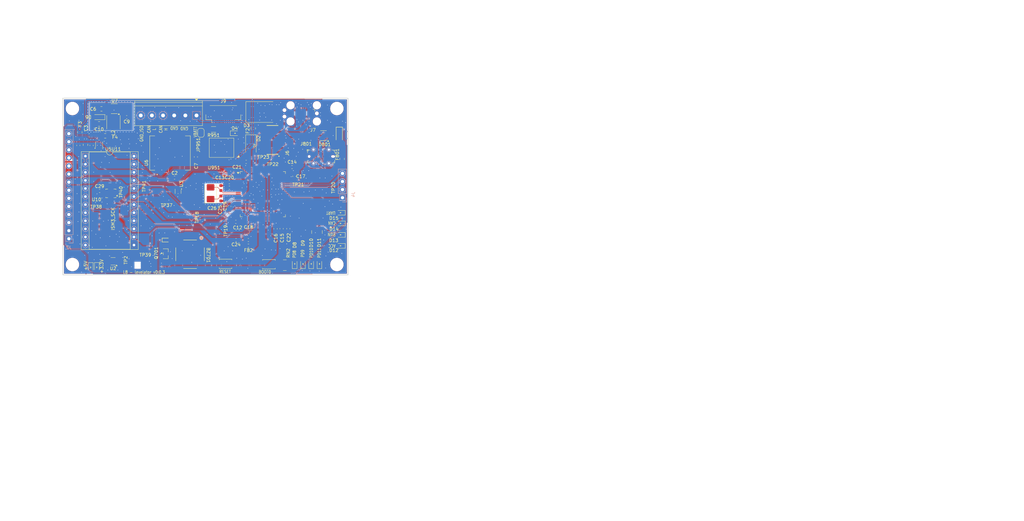
<source format=kicad_pcb>
(kicad_pcb (version 20241229) (generator "pcbnew") (generator_version "9.0")
  (title_block (date "2025-09-27"))
  (layers (0 "F.Cu" signal) (2 "B.Cu" signal) (13 "F.Paste" user) (15 "B.Paste" user) (5 "F.SilkS" user "F.Silkscreen") (7 "B.SilkS" user "B.Silkscreen") (1 "F.Mask" user) (3 "B.Mask" user) (25 "Edge.Cuts" user))
  (net 0 "")
  (net 1 "Net-(BZ701--)")
  (net 2 "+3.3V")
  (net 3 "/CAN1_RX")
  (net 4 "/MCU/BOOT0")
  (net 5 "/MCU/BOOT1")
  (net 6 "Net-(J801-SHIELD)")
  (net 7 "/MCU/PB10")
  (net 8 "/VBATT")
  (net 9 "/+5V_ISO")
  (net 10 "/CAN1_TX")
  (net 11 "/MCU/NRST")
  (net 12 "/MCU/RCC_OSC_IN")
  (net 13 "/MCU/RCC_OSC_OUT")
  (net 14 "/SPI4_SDO")
  (net 15 "/MCU/PD12")
  (net 16 "/MCU/PD13")
  (net 17 "/MCU/PD14")
  (net 18 "/MCU/PD15")
  (net 19 "/SPI4_SDI")
  (net 20 "/MCU/SYS_JTDO-SWO")
  (net 21 "/MCU/SYS_JTMS-SWDIO")
  (net 22 "/LCD_DC")
  (net 23 "/MCU/SYS_JTCK-SWCLK")
  (net 24 "/MCU/USART2_RX")
  (net 25 "/MCU/USART2_TX")
  (net 26 "/MCU/PB9")
  (net 27 "/MCU/PB11")
  (net 28 "/MCU/USART1_RX")
  (net 29 "/MCU/PB8")
  (net 30 "/MCU/PB12")
  (net 31 "/MCU/USART1_TX")
  (net 32 "/USB_OTG_FS_DP")
  (net 33 "/SPI2_SCK")
  (net 34 "/SPI2_SDO")
  (net 35 "/SPI4_SCK")
  (net 36 "/SPI1_SCK")
  (net 37 "/SPI1_SDI")
  (net 38 "/SPI1_SDO")
  (net 39 "/SPI2_SDI")
  (net 40 "/MCU/PA4")
  (net 41 "/MCU/PC15")
  (net 42 "/LCD_LED")
  (net 43 "/MCU/PB4")
  (net 44 "/MCU/PC9")
  (net 45 "/MCU/PD6")
  (net 46 "/LCD_RESET")
  (net 47 "/LCD_ON")
  (net 48 "/SPI1_CS2")
  (net 49 "/MCU/PE9")
  (net 50 "/SPI2_CS")
  (net 51 "/MCU/PE1")
  (net 52 "/MCU/PC13")
  (net 53 "/MCU/PA8")
  (net 54 "/MCU/PC6")
  (net 55 "/MCU/PE7")
  (net 56 "/MCU/PA1")
  (net 57 "/SPI2_IRQ")
  (net 58 "/SPI2_IRQ2")
  (net 59 "/MCU/PE10")
  (net 60 "/MCU/PE0")
  (net 61 "/MCU/PE12")
  (net 62 "/MCU/PD8")
  (net 63 "/MCU/PC7")
  (net 64 "/MCU/PD7")
  (net 65 "/MCU/PC8")
  (net 66 "/MCU/PC14")
  (net 67 "/MCU/PD9")
  (net 68 "/MCU/PC0")
  (net 69 "/SPI1_IRQ2")
  (net 70 "/MCU/PD10")
  (net 71 "/SPI1_IRQ")
  (net 72 "/MCU/PE11")
  (net 73 "/SPI1_CS")
  (net 74 "/MCU/PD11")
  (net 75 "/MCU/PB5")
  (net 76 "/MCU/PE8")
  (net 77 "Net-(D801-Pad5)")
  (net 78 "Net-(J801-CC2)")
  (net 79 "Net-(J801-CC1)")
  (net 80 "+5V")
  (net 81 "Net-(F801-Pad1)")
  (net 82 "/USB_OTG_FS_DM")
  (net 83 "/USB_OTG_FS_VBUS")
  (net 84 "Net-(J2-VCC)")
  (net 85 "/SPI4_CS_1")
  (net 86 "/SPI4_CS_2")
  (net 87 "GND")
  (net 88 "/PE13")
  (net 89 "Net-(J2-T_IRQ)")
  (net 90 "/SYS_WAKEUP")
  (net 91 "/GND_ISO")
  (net 92 "/SPI3_CS")
  (net 93 "/SPI3_SDO")
  (net 94 "/SPI3_SDI")
  (net 95 "/MCU/SPI4_IRQ")
  (net 96 "/SPI3_SCK")
  (net 100 "Net-(J6-GNDDetect)")
  (net 104 "Net-(U5-OUT)")
  (net 105 "Net-(D2-K)")
  (net 106 "Net-(D6-K)")
  (net 107 "Net-(U7-CB)")
  (net 108 "Net-(C10-Pad1)")
  (net 109 "Net-(U8-VCAP_1)")
  (net 110 "Net-(U8-VCAP_2)")
  (net 111 "Net-(U8-VDDA)")
  (net 112 "Net-(D2-A)")
  (net 113 "Net-(D4-K)")
  (net 114 "Net-(D5-K)")
  (net 115 "Net-(D7-K)")
  (net 116 "Net-(D8-K)")
  (net 117 "Net-(D9-K)")
  (net 118 "Net-(D10-K)")
  (net 119 "Net-(D11-K)")
  (net 120 "Net-(D12-K)")
  (net 121 "Net-(D13-K)")
  (net 122 "Net-(D14-K)")
  (net 123 "Net-(D15-K)")
  (net 127 "Net-(J7-GNDDetect)")
  (net 129 "Net-(J7-VCP_RX)")
  (net 130 "Net-(J7-~{RST})")
  (net 131 "Net-(J7-JCLK{slash}SWCLK)")
  (net 132 "/CAN_H")
  (net 133 "/CAN_L")
  (net 136 "Net-(JP951-A)")
  (net 137 "Net-(Q701-G)")
  (net 138 "Net-(U7-FB)")
  (net 139 "Net-(U8-PA10)")
  (net 157 "/MCU/PE15")
  (footprint "PCM_JLCPCB:R_0402" (layer "F.Cu") (at 147.350225 124.155225 90)
    (property "Reference" "R12" (hide yes))
    (property "Value" "10K" (hide yes))
  )
  (footprint "Crystal:Crystal_SMD_5032-2Pin_5.0x3.2mm" (layer "F.Cu") (at 133.09 101.66 90)
    (property "Reference" "X2" (hide yes))
    (property "Value" "8MHz 20pF")
  )
  (footprint "PCM_JLCPCB:R_0402" (layer "F.Cu") (at 142.410225 124.145225 90)
    (property "Reference" "R13" (hide yes))
    (property "Value" "10K" (hide yes))
  )
  (footprint "PCM_JLCPCB:C_0402" (layer "F.Cu") (at 134.065 116.36)
    (property "Reference" "C11" (hide yes))
    (property "Value" "10nF")
  )
  (footprint "Capacitor_SMD:C_0603_1608Metric" (layer "F.Cu") (at 138.985 98.19)
    (property "Reference" "C20")
    (property "Value" "100nF")
  )
  (footprint "Connector:Tag-Connect_TC2070-IDC-FP_2x07_P1.27mm_Vertical" (layer "F.Cu") (at 161.37 76.576 180)
    (property "Reference" "J7")
    (property "Value" "TC2070 - TAG Connect")
  )
  (footprint "Capacitor_SMD:C_0603_1608Metric" (layer "F.Cu") (at 144.965 116.36 180)
    (property "Reference" "C23" (hide yes))
    (property "Value" "1uF")
  )
  (footprint "Inductor_SMD:L_0603_1608Metric" (layer "F.Cu") (at 144.9775 118.16 180)
    (property "Reference" "FB2")
    (property "Value" "4.7uH")
  )
  (footprint "dnt:LED_0603_1608Metric - polarity" (layer "F.Cu") (at 140.7775 82.81)
    (property "Reference" "D4")
    (property "Value" "LED-RED")
  )
  (footprint "Capacitor_SMD:C_0603_1608Metric" (layer "F.Cu") (at 91.592127 86.637127 -90)
    (property "Reference" "C4" (hide yes))
    (property "Value" "1uF")
  )
  (footprint "dnt:TestPoint_Pad_D1.0mm FP .6R" (layer "F.Cu") (at 113.25 99.95 -90)
    (property "Reference" "TP41")
    (property "Value" "ISM_SDI")
  )
  (footprint "Capacitor_SMD:C_0603_1608Metric" (layer "F.Cu") (at 158.665 93.46 180)
    (property "Reference" "C14")
    (property "Value" "100nF")
  )
  (footprint "dnt:TestPoint_Pad_D1.0mm FP .6R" (layer "F.Cu") (at 104.03 103.98 -90)
    (property "Reference" "TP40")
    (property "Value" "ISM_SDO")
  )
  (footprint "Package_SO:SOIC-8_7.5x5.85mm_P1.27mm" (layer "F.Cu") (at 136.545 87.375 180)
    (property "Reference" "U951")
    (property "Value" "ISO1042-Q1")
  )
  (footprint "dnt:TestPoint_Pad_D1.0mm FP .6R" (layer "F.Cu") (at 93.99 126.56 -90)
    (property "Reference" "TP3" (hide yes))
    (property "Value" "5V")
  )
  (footprint "Capacitor_SMD:C_0805_2012Metric" (layer "F.Cu") (at 98.84 75.16 180)
    (property "Reference" "C6")
    (property "Value" "10uF")
  )
  (footprint "Fuse:Fuse_0805_2012Metric" (layer "F.Cu") (at 146.49 81.31 -90)
    (property "Reference" "F2")
    (property "Value" "Fuse")
  )
  (footprint "dnt:TestPoint_Pad_D1.0mm FP .6R" (layer "F.Cu") (at 127.090225 109.660225 180)
    (property "Reference" "TP18")
    (property "Value" "PA1")
  )
  (footprint "dnt:TestPoint_Pad_D1.0mm FP .6R" (layer "F.Cu") (at 106.3 125.2 90)
    (property "Reference" "TP2")
    (property "Value" "+3.3V")
  )
  (footprint "Capacitor_SMD:C_0603_1608Metric" (layer "F.Cu") (at 159.39 96.36 90)
    (property "Reference" "C17")
    (property "Value" "2.2uF")
  )
  (footprint "PCM_JLCPCB:C_0603" (layer "F.Cu") (at 140.9 91.86 180)
    (property "Reference" "C951" (hide yes))
    (property "Value" "100nF")
  )
  (footprint "Capacitor_SMD:C_0603_1608Metric" (layer "F.Cu") (at 157.49 112.81 90)
    (property "Reference" "C22")
    (property "Value" "10uF")
  )
  (footprint "Package_QFP:LQFP-100_14x14mm_P0.5mm" (layer "F.Cu") (at 149.49 101.96)
    (property "Reference" "U8" (hide yes))
    (property "Value" "STM32F427V_G-I_Tx")
  )
  (footprint "PCM_JLCPCB:R_0603" (layer "F.Cu") (at 161.990225 89.440225 90)
    (property "Reference" "R801" (hide yes))
    (property "Value" "1MΩ")
  )
  (footprint "dnt:TestPoint_Pad_D1.0mm FP .6R" (layer "F.Cu") (at 148.89 91.76 -90)
    (property "Reference" "TP23")
    (property "Value" "PB5")
  )
  (footprint "PCM_JLCPCB:R_0603" (layer "F.Cu") (at 119.430225 123.410225)
    (property "Reference" "R702" (hide yes))
    (property "Value" "10kΩ")
  )
  (footprint "PCM_JLCPCB:R_0402" (layer "F.Cu") (at 96.815 91.31)
    (property "Reference" "R5" (hide yes))
    (property "Value" "10K" (hide yes))
  )
  (footprint "Capacitor_SMD:C_0603_1608Metric" (layer "F.Cu") (at 95.742127 86.637127 90)
    (property "Reference" "C8" (hide yes))
    (property "Value" "100nF")
  )
  (footprint "PCM_JLCPCB:R_0402" (layer "F.Cu") (at 112.615 117.36)
    (property "Reference" "R23" (hide yes))
    (property "Value" "10K" (hide yes))
  )
  (footprint "dnt:LED_0603_1608Metric - polarity" (layer "F.Cu") (at 173.88928 118.21 180)
    (property "Reference" "D12")
    (property "Value" "LED-YELLOW")
  )
  (footprint "PCM_JLCPCB:R_0402" (layer "F.Cu") (at 158.120225 86.080225)
    (property "Reference" "R18" (hide yes))
    (property "Value" "100Ω" (hide yes))
  )
  (footprint "PCM_JLCPCB:D_SOD-523" (layer "F.Cu") (at 119.140225 116.380225)
    (property "Reference" "D701" (hide yes))
    (property "Value" "RB751S-40")
  )
  (footprint "Resistor_SMD:R_Array_Convex_4x0603" (layer "F.Cu") (at 156.39 124.26 180)
    (property "Reference" "RN2")
    (property "Value" "1k")
  )
  (footprint "dnt:DIP-24_W15.24mm_Socket- nox" (layer "F.Cu") (at 93.815 90.0109)
    (property "Reference" "U11")
    (property "Value" "ST_SENSOR_2")
  )
  (footprint "dnt:Conn_SAMTEC_FTSH-107-01-F-DV-K-Fix" (layer "F.Cu") (at 152.522 84.932625 90)
    (property "Reference" "J6")
    (property "Value" "ST_STDC14 - SAMTEC_FTSH-107-01-F-DV-K-Fix")
  )
  (footprint "PCM_JLCPCB:R_0402" (layer "F.Cu") (at 97.29 120.985 -90)
    (property "Reference" "R8" (hide yes))
    (property "Value" "2.2K" (hide yes))
  )
  (footprint "Resistor_SMD:R_Array_Convex_4x0603" (layer "F.Cu") (at 166.48928 113.86 -90)
    (property "Reference" "RN3" (hide yes))
    (property "Value" "1k")
  )
  (footprint "PCM_JLCPCB:R_0402" (layer "F.Cu") (at 169.090225 94.880225 90)
    (property "Reference" "R802" (hide yes))
    (property "Value" "5.1kΩ" (hide yes))
  )
  (footprint "dnt:R_1206_3216Metric" (layer "F.Cu") (at 134.03 81.61 180)
    (property "Reference" "R951")
    (property "Value" "120R")
  )
  (footprint "Connector_USB:USB_C_Receptacle_G-Switch_GT-USB-7051x" (layer "F.Cu") (at 167.790225 90.110225)
    (property "Reference" "J801")
    (property "Value" "USB_C_Receptacle_USB2.0_16P")
  )
  (footprint "Capacitor_SMD:C_0603_1608Metric" (layer "F.Cu") (at 144.99 113.76)
    (property "Reference" "C18")
    (property "Value" "100nF")
  )
  (footprint "dnt:LED_0603_1608Metric - polarity" (layer "F.Cu") (at 95.49 124.96 -90)
    (property "Reference" "D7" (hide yes))
    (property "Value" "LED-RED")
  )
  (footprint "Package_LGA:LGA-14_3x2.5mm_P0.5mm_LayoutBorder3x4y" (layer "F.Cu") (at 101.8 101.7125 180)
    (property "Reference" "U10")
    (property "Value" "ISM330DHCX")
  )
  (footprint "Capacitor_SMD:C_0603_1608Metric" (layer "F.Cu") (at 136.34 103.31 -90)
    (property "Reference" "C26")
    (property "Value" "18pF")
  )
  (footprint "Capacitor_SMD:C_0603_1608Metric" (layer "F.Cu") (at 121.79 96.76)
    (property "Reference" "C2")
    (property "Value" "10uF")
  )
  (footprint "dnt:TestPoint_Pad_D1.0mm FP .6R" (layer "F.Cu") (at 116.8 105.25)
    (property "Reference" "TP37")
    (property "Value" "ISM_CS")
  )
  (footprint "Capacitor_SMD:C_0603_1608Metric" (layer "F.Cu") (at 141.02 110.65)
    (property "Reference" "C12")
    (property "Value" "100nF")
  )
  (footprint "PCM_JLCPCB:SW_TS-1088-AR02016" (layer "F.Cu") (at 151.415225 123.970225)
    (property "Reference" "SW2" (hide yes))
    (property "Value" "SW_Push")
  )
  (footprint "dnt:LED_0603_1608Metric - polarity" (layer "F.Cu") (at 167.26 123.8725 90)
    (property "Reference" "D11")
    (property "Value" "LED-YELLOW")
  )
  (footprint "PCM_JLCPCB:SW_TS-1088-AR02016" (layer "F.Cu") (at 137.782969 123.84125 180)
    (property "Reference" "SW3" (hide yes))
    (property "Value" "SW_Push")
  )
  (footprint "Capacitor_SMD:C_0805_2012Metric" (layer "F.Cu") (at 93.842127 86.462127 90)
    (property "Reference" "C5" (hide yes))
    (property "Value" "22uF")
  )
  (footprint "PCM_JLCPCB:R_0402" (layer "F.Cu") (at 164.890225 94.960225 -90)
    (property "Reference" "R804" (hide yes))
    (property "Value" "10K" (hide yes))
  )
  (footprint "PCM_JLCPCB:R_0402" (layer "F.Cu") (at 96.75 108.15)
    (property "Reference" "R4" (hide yes))
    (property "Value" "10K" (hide yes))
  )
  (footprint "PCM_JLCPCB:R_0402" (layer "F.Cu") (at 96.85 111.4)
    (property "Reference" "R3" (hide yes))
    (property "Value" "10K" (hide yes))
  )
  (footprint "dnt:LED_0603_1608Metric - polarity" (layer "F.Cu") (at 162.08 123.8725 90)
    (property "Reference" "D9")
    (property "Value" "LED-WHITE")
  )
  (footprint "Fuse:Fuse_0805_2012Metric" (layer "F.Cu") (at 100.0275 83.66)
    (property "Reference" "F4")
    (property "Value" "Fuse")
  )
  (footprint "PCM_JLCPCB:C_0603" (layer "F.Cu") (at 135.06 91.95)
    (property "Reference" "C953" (hide yes))
    (property "Value" "100nF")
  )
  (footprint "PCM_JLCPCB:C_0402" (layer "F.Cu") (at 100.41 99.13 90)
    (property "Reference" "C28" (hide yes))
    (property "Value" "100nF")
  )
  (footprint "dnt:TestPoint_Pad_D1.0mm FP .6R" (layer "F.Cu") (at 150.29 91.76 -90)
    (property "Reference" "TP22")
    (property "Value" "PB4")
  )
  (footprint "PCM_JLCPCB:R_0402" (layer "F.Cu") (at 137.99 82.77 90)
    (property "Reference" "R7" (hide yes))
    (property "Value" "2.2K" (hide yes))
  )
  (footprint "PCM_JLCPCB:R_0402" (layer "F.Cu") (at 106.79 75.86 180)
    (property "Reference" "R9" (hide yes))
    (property "Value" "54K9" (hide yes))
  )
  (footprint "PCM_JLCPCB:R_0402" (layer "F.Cu") (at 112.65 118.65)
    (property "Reference" "R25" (hide yes))
    (property "Value" "10K" (hide yes))
  )
  (footprint "dnt:TestPoint_Pad_D1.0mm FP .6R" (layer "F.Cu") (at 140.47 109.16 180)
    (property "Reference" "TP19")
    (property "Value" "PA4")
  )
  (footprint "dnt:TestPoint_Pad_D1.0mm FP .6R" (layer "F.Cu") (at 163.190225 98.560225)
    (property "Reference" "TP21")
    (property "Value" "PA10")
  )
  (footprint "PCM_JLCPCB:C_0603" (layer "F.Cu") (at 161.990225 92.540225 -90)
    (property "Reference" "C801" (hide yes))
    (property "Value" "47nF")
  )
  (footprint "PCM_JLCPCB:R_0402" (layer "F.Cu") (at 124.87 101.42 90)
    (property "Reference" "R20" (hide yes))
    (property "Value" "10K" (hide yes))
  )
  (footprint "PCM_JLCPCB:R_0402" (layer "F.Cu") (at 162.015 82.06)
    (property "Reference" "R16" (hide yes))
    (property "Value" "100R" (hide yes))
  )
  (footprint "dnt:TestPoint_Pad_D1.0mm FP .6R" (layer "F.Cu") (at 102.44 105.49)
    (property "Reference" "TP42")
    (property "Value" "ISM3_SCK")
  )
  (footprint "PCM_JLCPCB:R_0402" (layer "F.Cu") (at 158.610225 83.220225)
    (property "Reference" "R15" (hide yes))
    (property "Value" "100R" (hide yes))
  )
  (footprint "PCM_JLCPCB:C_0603" (layer "F.Cu") (at 131.62 91.94)
    (property "Reference" "C952" (hide yes))
    (property "Value" "10uF")
  )
  (footprint "Capacitor_SMD:C_0603_1608Metric" (layer "F.Cu") (at 138.99 105.81 90)
    (property "Reference" "C19")
    (property "Value" "100nF")
  )
  (footprint "PCM_JLCPCB:C_0603" (layer "F.Cu") (at 119.120225 118.070225)
    (property "Reference" "C701" (hide yes))
    (property "Value" "100nF")
  )
  (footprint "PCM_JLCPCB:R_0402" (layer "F.Cu") (at 112.74 105.61)
    (property "Reference" "R27" (hide yes))
    (property "Value" "10K" (hide yes))
  )
  (footprint "dnt:D_SMA - polarity" (layer "F.Cu") (at 145.74 86.81 -90)
    (property "Reference" "D2")
    (property "Value" "SS54")
  )
  (footprint "dnt:LED_0603_1608Metric - polarity" (layer "F.Cu") (at 159.49 123.8725 90)
    (property "Reference" "D8")
    (property "Value" "LED-YELLOW")
  )
  (footprint "dnt:Buzzer - MLT-8530_JHE" (layer "F.Cu") (at 126.660226 120.840226 -90)
    (property "Reference" "BZ701")
    (property "Value" "Buzzer_-_MLT-8530")
  )
  (footprint "Capacitor_SMD:C_0603_1608Metric" (layer "F.Cu") (at 155.39 112.81 90)
    (property "Reference" "C15")
    (property "Value" "100nF")
  )
  (footprint "Jumper:SolderJumper-2_P1.3mm_Bridged2Bar_RoundedPad1.0x1.5mm" (layer "F.Cu") (at 130.07 82.69 90)
    (property "Reference" "JP951")
    (property "Value" "SolderJumper_2_Bridged")
  )
  (footprint "MountingHole:MountingHole_4mm" (layer "F.Cu") (at 172.74 124.06 90)
    (property "Reference" "H902" (hide yes))
    (property "Value" "MountingHole")
  )
  (footprint "dnt:LED_0603_1608Metric - polarity" (layer "F.Cu") (at 97.39 124.9475 -90)
    (property "Reference" "D5" (hide yes))
    (property "Value" "LED-RED")
  )
  (footprint "PCM_JLCPCB:R_0402" (layer "F.Cu") (at 139.183476 112.741189 90)
    (property "Reference" "R14" (hide yes))
    (property "Value" "10K" (hide yes))
  )
  (footprint "dnt:B0505_Isolated_SMD" (layer "F.Cu") (at 120.38 89.045 90)
    (property "Reference" "U6")
    (property "Value" "B0505XT-1WR3")
  )
  (footprint "dnt:LED_0603_1608Metric - polarity" (layer "F.Cu") (at 173.88928 114.76 180)
    (property "Reference" "D13")
    (property "Value" "LED-WHITE")
  )
  (footprint "PCM_JLCPCB:R_0402" (layer "F.Cu") (at 106.79 74.11 180)
    (property "Reference" "R10" (hide yes))
    (property "Value" "10K" (hide yes))
  )
  (footprint "PCM_JLCPCB:R_0402" (layer "F.Cu") (at 112.615 102.61)
    (property "Reference" "R26" (hide yes))
    (property "Value" "10K" (hide yes))
  )
  (footprint "PCM_JLCPCB:R_0402" (layer "F.Cu") (at 112.6 115.9)
    (property "Reference" "R2" (hide yes))
    (property "Value" "10K" (hide yes))
  )
  (footprint "dnt:SOT-363_SC-70-6" (layer "F.Cu") (at 102.5 123.05 180)
    (property "Reference" "U2")
    (property "Value" "TPS22919DCKR")
  )
  (footprint "PCM_JLCPCB:R_0603" (layer "F.Cu") (at 119.410225 125.230225 180)
    (property "Reference" "R701" (hide yes))
    (property "Value" "100Ω")
  )
  (footprint "Package_TO_SOT_SMD:SOT-23-6" (layer "F.Cu") (at 102.8525 75.11 180)
    (property "Reference" "U7")
    (property "Value" "LMR14006YDDCR")
  )
  (footprint "PCM_JLCPCB:D_SOD-123" (layer "F.Cu") (at 173.490225 83.260225 -90)
    (property "Reference" "D802" (hide yes))
    (property "Value" "B5819W SL")
  )
  (footprint "Capacitor_SMD:C_0603_1608Metric" (layer "F.Cu") (at 141.09 116.36 180)
    (property "Reference" "C24")
    (property "Value" "100nF")
  )
  (footprint "Capacitor_SMD:C_0603_1608Metric" (layer "F.Cu") (at 98.27 100.93 180)
    (property "Reference" "C29")
    (property "Value" "10uF")
  )
  (footprint "dnt:TestPoint_Pad_D1.0mm FP .6R" (layer "F.Cu") (at 170.390225 99.960225 90)
    (property "Reference" "TP20")
    (property "Value" "PA8")
  )
  (footprint "Capacitor_SMD:C_0603_1608Metric" (layer "F.Cu") (at 139.005 99.95)
    (property "Reference" "C13")
    (property "Value" "100nF")
  )
  (footprint "PCM_JLCPCB:R_0402" (layer "F.Cu") (at 112.65 119.95)
    (property "Reference" "R22" (hide yes))
    (property "Value" "10K" (hide yes))
  )
  (footprint "MountingHole:MountingHole_4mm" (layer "F.Cu") (at 89.74 75.06 90)
    (property "Reference" "H901" (hide yes))
    (property "Value" "MountingHole")
  )
  (footprint "Capacitor_SMD:C_0805_2012Metric" (layer "F.Cu") (at 98.1025 79.91 180)
    (property "Reference" "C10")
    (property "Value" "22uF")
  )
  (footprint "dnt:TestPoint_Pad_D1.0mm FP .6R" (layer "F.Cu") (at 110.1 120.85)
    (property "Reference" "TP39")
    (property "Value" "ISM_INT2")
  )
  (footprint "dnt:TestPoint_Pad_D1.0mm FP .6R" (layer "F.Cu") (at 99.76 105.8)
    (property "Reference" "TP38")
    (property "Value" "ISM_INT1")
  )
  (footprint "dnt:LED_0603_1608Metric - polarity" (layer "F.Cu") (at 164.67 123.8725 90)
    (property "Reference" "D10")
    (property "Value" "LED-RED")
  )
  (footprint "dnt:LED_0603_1608Metric - polarity" (layer "F.Cu") (at 173.88928 111.16 180)
    (property "Reference" "D14")
    (property "Value" "LED-RED")
  )
  (footprint "Fuse:Fuse_0805_2012Metric" (layer "F.Cu") (at 174.390225 90.897725 90)
    (property "Reference" "F801")
    (property "Value" "Fuse")
  )
  (footprint "Capacitor_SMD:C_0603_1608Metric" (layer "F.Cu") (at 94.99 83.46 180)
    (property "Reference" "C3")
    (property "Value" "10uF")
  )
  (footprint "Diode_SMD:D_SMC" (layer "F.Cu") (at 149.09 76.16)
    (property "Reference" "D3")
    (property "Value" "SM15T100CA")
  )
  (footprint "PCM_JLCPCB:R_0402" (layer "F.Cu") (at 165.430225 85.180225 90)
    (property "Reference" "R803" (hide yes))
    (property "Value" "5.1kΩ" (hide yes))
  )
  (footprint "PCM_JLCPCB:R_0402" (layer "F.Cu") (at 95.42 121.01 -90)
    (property "Reference" "R11" (hide yes))
    (property "Value" "2.2K" (hide yes))
  )
  (footprint "Package_TO_SOT_SMD:SOT-553" (layer "F.Cu") (at 122.89 101.06 -90)
    (property "Reference" "U3")
    (property "Value" "SN74LVC1G14DRLR")
  )
  (footprint "Package_TO_SOT_SMD:SOT-23" (layer "F.Cu") (at 119.037725 120.680225)
    (property "Reference" "Q701")
    (property "Value" "AO3400A")
  )
  (footprint "PCM_JLCPCB:R_0402" (layer "F.Cu") (at 167.390225 94.860225 90)
    (property "Reference" "R805" (hide yes))
    (property "Value" "2.2kΩ" (hide yes))
  )
  (footprint "dnt:LED_0603_1608Metric - polarity" (layer "F.Cu") (at 173.88928 107.81 180)
    (property "Reference" "D15")
    (property "Value" "LED-YELLOW")
  )
  (footprint "MountingHole:MountingHole_4mm" (layer "F.Cu") (at 172.74 75.06 90)
    (property "Reference" "H904" (hide yes))
    (property "Value" "MountingHole")
  )
  (footprint "PCM_JLCPCB:R_0402" (layer "F.Cu") (at 158.170225 84.840225)
    (property "Reference" "R17" (hide yes))
    (property "Value" "100Ω" (hide yes))
  )
  (footprint "Capacitor_SMD:C_0603_1608Metric" (layer "F.Cu") (at 136.34 100.035 90)
    (property "Reference" "C25")
    (property "Value" "18pF")
  )
  (footprint "TerminalBlock_Phoenix:TerminalBlock_Phoenix_PT-1,5-6-3.5-H_1x06_P3.50mm_Horizontal" (layer "F.Cu") (at 128.68 77.2325 180)
    (property "Reference" "J10" (hide yes))
    (property "Value" "Screw_Terminal_01x06")
  )
  (footprint "Capacitor_SMD:C_0603_1608Metric" (layer "F.Cu") (at 128.49 90.26 -90)
    (property "Reference" "C7")
    (property "Value" "10uF")
  )
  (footprint "Package_TO_SOT_SMD:SOT-23-6" (layer "F.Cu") (at 168.527725 83.560225 180)
    (property "Reference" "D801")
    (property "Value" "SRV05-4")
  )
  (footprint "PCM_JLCPCB:R_0402" (layer "F.Cu") (at 112.73 107.5)
    (property "Reference" "R21" (hide yes))
    (property "Value" "10K" (hide yes))
  )
  (footprint "Capacitor_SMD:C_0603_1608Metric" (layer "F.Cu") (at 144.265 91.81 180)
    (property "Reference" "C21")
    (property "Value" "100nF")
  )
  (footprint "Diode_SMD:D_MicroSMP_AK" (layer "F.Cu") (at 97.81 77.76 180)
    (property "Reference" "D6")
    (property "Value" "MicroSMP(DO-219AD)")
  )
  (footprint "Package_SON:WSON-6-1EP_2x2mm_P0.65mm_EP1x1.6mm_ThermalVias" (layer "F.Cu") (at 98.092127 86.612127 90)
    (property "Reference" "U5")
    (property "Value" "TLV76733DRVx")
  )
  (footprint "Capacitor_SMD:C_0603_1608Metric" (layer "F.Cu") (at 106.765 77.76 180)
    (property "Reference" "C9")
    (property "Value" "100nF")
  )
  (footprint "Inductor_SMD:L_Sunlord_SWPA4030S" (layer "F.Cu") (at 102.6025 79.36 -90)
    (property "Reference" "L2")
    (property "Value" "3.3uH")
  )
  (footprint "PCM_JLCPCB:R_0402" (layer "F.Cu") (at 158.280225 81.660225)
    (property "Reference" "R19" (hide yes))
    (property "Value" "100Ω" (hide yes))
  )
  (footprint "PCM_JLCPCB:R_0402" (layer "F.Cu") (at 112.615 112.61 180)
    (property "Reference" "R24" (hide yes))
    (property "Value" "10K" (hide yes))
  )
  (footprint "Capacitor_SMD:C_0603_1608Metric" (layer "F.Cu") (at 153.48 112.835 -90)
    (property "Reference" "C16")
    (property "Value" "2.2uF")
  )
  (footprint "Fuse:Fuse_0805_2012Metric" (layer "F.Cu") (at 92.04 82.51 90)
    (property "Reference" "F3")
    (property "Value" "Fuse")
  )
  (footprint "dnt:JST_GH_BM06B-GHS-TBT_1x06-1MP_P1.25mm_Vertical" (layer "F.Cu") (at 137.115 76.72)
    (property "Reference" "J9")
    (property "Value" "JST  GH")
  )
  (footprint "MountingHole:MountingHole_4mm" (layer "F.Cu") (at 89.74 124.06 90)
    (property "Reference" "H903" (hide yes))
    (property "Value" "MountingHole")
  )
  (footprint "Connector_PinSocket_2.54mm:PinSocket_1x14_P2.54mm_Vertical" (layer "B.Cu") (at 88.62 115.97)
    (property "Reference" "J2")
    (property "Value" "LCD 3.2\" 240x320 Conn_01x14_Pin")
  )
  (footprint "Connector_PinSocket_2.54mm:PinSocket_1x04_P2.54mm_Vertical" (layer "B.Cu") (at 174.49 103.06)
    (property "Reference" "J4")
    (property "Value" "Conn_01x04_Pin")
  )
  (gr_rect (start 98.69 79.26) (end 104.515 81.61) (stroke (width 0.2)) (fill yes) (layer "F.Cu") (net 108))
  (gr_rect (start 101.19 76.26) (end 102.29 77.635) (stroke (width 0.2)) (fill yes) (layer "F.Cu") (net 106))
  (gr_rect (start 96.315 74.515) (end 97.465 82.17) (fill yes) (layer "F.Cu") (net 87))
  (gr_rect (start 100.29 74.885) (end 101.19 75.36) (stroke (width 0.2)) (fill yes) (layer "F.Cu") (net 105))
  (gr_rect (start 98.515 77.16) (end 104.54 78.31) (stroke (width 0.2)) (fill yes) (layer "F.Cu") (net 106))
  (gr_rect (start 95.09 73.28) (end 108.69 81.96) (fill yes) (layer "B.Cu") (net 87))
  (gr_rect (start 86.74 71.81) (end 176.24 127.31) (stroke (width 0.2)) (fill no) (layer "Edge.Cuts"))
  (gr_text "PD9" (at 162.59 121.86 90) (layer "F.SilkS") (effects (font (size 1 0.8) (thickness 0.125)) (justify left bottom)))
  (gr_text "CAN\nL" (at 115.99 81.56 90) (layer "F.SilkS") (effects (font (size 1 0.8) (thickness 0.125)) (justify bottom)))
  (gr_text "PD11" (at 167.79 122.06 90) (layer "F.SilkS") (effects (font (size 1 0.8) (thickness 0.125)) (justify left bottom)))
  (gr_text "CAN" (at 172.40928 110.43 180) (layer "F.SilkS") (effects (font (size 1 0.8) (thickness 0.125)) (justify left bottom)))
  (gr_text "RESET" (at 135.770225 126.880225 0) (layer "F.SilkS") (effects (font (size 1 0.8) (thickness 0.125)) (justify left bottom)))
  (gr_text "L8 - levelator v0.0.3" (at 105.590225 127.060225 0) (layer "F.SilkS") (effects (font (size 1 0.8) (thickness 0.125)) (justify left bottom)))
  (gr_text "GND_ISO" (at 112.04 85.59 90) (layer "F.SilkS") (effects (font (size 1 0.8) (thickness 0.125)) (justify left bottom)))
  (gr_text "GND" (at 126.150225 80.710225 180) (layer "F.SilkS") (effects (font (size 1 0.8) (thickness 0.125)) (justify left bottom)))
  (gr_text "PD10" (at 165.29 122.06 90) (layer "F.SilkS") (effects (font (size 1 0.8) (thickness 0.125)) (justify left bottom)))
  (gr_text "RUN" (at 172.40928 114.03 180) (layer "F.SilkS") (effects (font (size 1 0.8) (thickness 0.125)) (justify left bottom)))
  (gr_text "PD8" (at 159.99 122.06 90) (layer "F.SilkS") (effects (font (size 1 0.8) (thickness 0.125)) (justify left bottom)))
  (gr_text "ACC" (at 172.38928 117.61 180) (layer "F.SilkS") (effects (font (size 1 0.8) (thickness 0.125)) (justify left bottom)))
  (gr_text "BOOT0" (at 148.130225 126.980225 0) (layer "F.SilkS") (effects (font (size 1 0.8) (thickness 0.125)) (justify left bottom)))
  (gr_text "VBATT" (at 128.940225 84.180225 90) (layer "F.SilkS") (effects (font (size 1 0.8) (thickness 0.125)) (justify left bottom)))
  (gr_text "+5V" (at 94.49 126.06 90) (layer "F.SilkS") (effects (font (size 1 1)) (justify left bottom)))
  (gr_text "UART" (at 172.38928 107.26 180) (layer "F.SilkS") (effects (font (size 1 0.8) (thickness 0.125)) (justify left bottom)))
  (gr_text "+3.3V" (at 99.49 126.96 90) (layer "F.SilkS") (effects (font (size 1 1)) (justify left bottom)))
  (gr_text "CAN\nH" (at 119.69 81.56 90) (layer "F.SilkS") (effects (font (size 1 0.8) (thickness 0.125)) (justify bottom)))
  (gr_text "GND" (at 122.980225 80.610225 180) (layer "F.SilkS") (effects (font (size 1 0.8) (thickness 0.125)) (justify left bottom)))
  (segment (start 123.110225 117.290225) (end 121.490225 117.290225) (width 0.127127) (layer "F.Cu") (net 1))
  (segment (start 120.040225 118.070225) (end 121.155225 116.955225) (width 0.127127) (layer "F.Cu") (net 1))
  (segment (start 121.490225 117.290225) (end 121.155225 116.955225) (width 0.127127) (layer "F.Cu") (net 1))
  (segment (start 121.155225 116.955225) (end 120.580225 116.380225) (width 0.127127) (layer "F.Cu") (net 1))
  (segment (start 120.580225 116.380225) (end 119.840225 116.380225) (width 0.127127) (layer "F.Cu") (net 1))
  (segment (start 119.975225 120.680225) (end 119.975225 118.145225) (width 0.127127) (layer "F.Cu") (net 1))
  (segment (start 90.681973 108.968027) (end 90.1 109.55) (width 0.25) (layer "F.Cu") (net 2))
  (segment (start 104.35 101.95) (end 104.35 102.424252) (width 0.127127) (layer "F.Cu") (net 2))
  (segment (start 102.464744 108.12376) (end 105.142337 108.12376) (width 0.127127) (layer "F.Cu") (net 2))
  (segment (start 111.141137 106.55) (end 111.282852 106.408285) (width 0.25) (layer "F.Cu") (net 2))
  (segment (start 114.033783 103.203783) (end 114.133784 103.203783) (width 0.25) (layer "F.Cu") (net 2))
  (segment (start 149.72001 114.49) (end 154.16 114.49) (width 0.25) (layer "F.Cu") (net 2))
  (segment (start 141.665 89.535) (end 141.890001 89.309999) (width 0.5) (layer "F.Cu") (net 2))
  (segment (start 104.35 102.424252) (end 106.023315 104.097567) (width 0.127127) (layer "F.Cu") (net 2))
  (segment (start 91.45 79.95) (end 88.1 79.95) (width 0.5) (layer "F.Cu") (net 2))
  (segment (start 168.465 79.313646) (end 158.418646 89.36) (width 0.5) (layer "F.Cu") (net 2))
  (segment (start 97.39 125.735) (end 98.75541 125.735) (width 0.127127) (layer "F.Cu") (net 2))
  (segment (start 168.465 72.785) (end 168.465 79.313646) (width 0.5) (layer "F.Cu") (net 2))
  (segment (start 105.56 108.541423) (end 105.56 108.968027) (width 0.127127) (layer "F.Cu") (net 2))
  (segment (start 141.665 91.86) (end 141.665 89.535) (width 0.5) (layer "F.Cu") (net 2))
  (segment (start 148.99 113.75999) (end 148.99 118.76) (width 0.5) (layer "F.Cu") (net 2))
  (segment (start 106.023315 104.097567) (end 113.24 104.097567) (width 0.127127) (layer "F.Cu") (net 2))
  (segment (start 153.490225 123.970225) (end 153.490225 125.530225) (width 0.25) (layer "F.Cu") (net 2))
  (segment (start 158.418646 89.36) (end 157.89 89.36) (width 0.5) (layer "F.Cu") (net 2))
  (segment (start 87.190225 109.55) (end 87.190225 117.740225) (width 0.5) (layer "F.Cu") (net 2))
  (segment (start 157.89 94.76) (end 157.89 93.46) (width 0.5) (layer "F.Cu") (net 2))
  (segment (start 88.7 119.25) (end 98.18 119.25) (width 0.5) (layer "F.Cu") (net 2))
  (segment (start 99.0125 100.9625) (end 100.6375 100.9625) (width 0.25) (layer "F.Cu") (net 2))
  (segment (start 143.854999 111.07) (end 142.92 111.07) (width 0.127127) (layer "F.Cu") (net 2))
  (segment (start 87.190225 117.740225) (end 88.7 119.25) (width 0.5) (layer "F.Cu") (net 2))
  (segment (start 148.99 118.76) (end 145.49 122.26) (width 0.5) (layer "F.Cu") (net 2))
  (segment (start 92.04 80.64) (end 92.04 80.54) (width 0.5) (layer "F.Cu") (net 2))
  (segment (start 95.6009 92.5509) (end 98.8 95.75) (width 0.25) (layer "F.Cu") (net 2))
  (segment (start 93.0741 91.81) (end 87.190225 91.81) (width 0.5) (layer "F.Cu") (net 2))
  (segment (start 144.49 109.635) (end 144.49 110.434999) (width 0.127127) (layer "F.Cu") (net 2))
  (segment (start 88.1 79.95) (end 87.190225 80.859775) (width 0.5) (layer "F.Cu") (net 2))
  (segment (start 99.39 120.46) (end 99.39 125.10041) (width 0.5) (layer "F.Cu") (net 2))
  (segment (start 141.815 104.96) (end 143.09 104.96) (width 0.25) (layer "F.Cu") (net 2))
  (segment (start 149.82 108.28) (end 149.02 107.48) (width 0.25) (layer "F.Cu") (net 2))
  (segment (start 102.9 124.25) (end 102.9 126.830816) (width 0.127127) (layer "F.Cu") (net 2))
  (segment (start 140.19 105.36) (end 140.59 104.96) (width 0.25) (layer "F.Cu") (net 2))
  (segment (start 105.56 108.968027) (end 90.681973 108.968027) (width 0.25) (layer "F.Cu") (net 2))
  (segment (start 110.18 106.55) (end 111.141137 106.55) (width 0.25) (layer "F.Cu") (net 2))
  (segment (start 140.175 98.46) (end 139.905 98.19) (width 0.25) (layer "F.Cu") (net 2))
  (segment (start 145.49 122.26) (end 145.49 126.830816) (width 0.5) (layer "F.Cu") (net 2))
  (segment (start 100.41 99.63) (end 99.84 99.63) (width 0.25) (layer "F.Cu") (net 2))
  (segment (start 139.365 105.035) (end 139.69 105.36) (width 0.25) (layer "F.Cu") (net 2))
  (segment (start 153.490225 125.530225) (end 152.190225 126.830225) (width 0.25) (layer "F.Cu") (net 2))
  (segment (start 99.84 99.63) (end 99.03 100.44) (width 0.25) (layer "F.Cu") (net 2))
  (segment (start 167.99 72.31) (end 168.465 72.785) (width 0.5) (layer "F.Cu") (net 2))
  (segment (start 162.440225 72.260225) (end 146.19 72.260225) (width 0.5) (layer "F.Cu") (net 2))
  (segment (start 100.439592 106.098608) (end 102.464744 108.12376) (width 0.127127) (layer "F.Cu") (net 2))
  (segment (start 154.52 114.13) (end 154.52 112.905) (width 0.25) (layer "F.Cu") (net 2))
  (segment (start 143.49 99.335) (end 142.615 98.46) (width 0.25) (layer "F.Cu") (net 2))
  (segment (start 98.8 98.49) (end 99.94 99.63) (width 0.25) (layer "F.Cu") (net 2))
  (segment (start 122.769415 101.151915) (end 123.39 101.7725) (width 0.127127) (layer "F.Cu") (net 2))
  (segment (start 142.615 98.46) (end 141.815 98.46) (width 0.25) (layer "F.Cu") (net 2))
  (segment (start 148.99 113.75999) (end 149.72001 114.49) (width 0.25) (layer "F.Cu") (net 2))
  (segment (start 98.8 95.75) (end 98.8 97.28) (width 0.25) (layer "F.Cu") (net 2))
  (segment (start 99.39 125.10041) (end 99.39 125.66) (width 0.5) (layer "F.Cu") (net 2))
  (segment (start 145.765 118.16) (end 146.29 118.16) (width 0.25) (layer "F.Cu") (net 2))
  (segment (start 162.49 72.31) (end 167.99 72.31) (width 0.5) (layer "F.Cu") (net 2))
  (segment (start 162.64 75.941) (end 162.64 72.46) (width 0.5) (layer "F.Cu") (net 2))
  (segment (start 155.49 109.635) (end 155.49 111.935) (width 0.25) (layer "F.Cu") (net 2))
  (segment (start 149.02 107.48) (end 149.02 106.34) (width 0.25) (layer "F.Cu") (net 2))
  (segment (start 102.3 100.8) (end 102.3 98.405748) (width 0.127127) (layer "F.Cu") (net 2))
  (segment (start 92.04 80.54) (end 91.45 79.95) (width 0.5) (layer "F.Cu") (net 2))
  (segment (start 142.410225 126.830816) (end 145.49 126.830816) (width 0.5) (layer "F.Cu") (net 2))
  (segment (start 162.64 72.46) (end 162.49 72.31) (width 0.5) (layer "F.Cu") (net 2))
  (segment (start 144.49 108.835001) (end 145.89 107.435001) (width 0.25) (layer "F.Cu") (net 2))
  (segment (start 100.451691 106.086508) (end 100.439592 106.098608) (width 0.127127) (layer "F.Cu") (net 2))
  (segment (start 113.24 105.61) (end 113.24 104.097567) (width 0.25) (layer "F.Cu") (net 2))
  (segment (start 106.3 125.2) (end 106.3 126.830816) (width 0.5) (layer "F.Cu") (net 2))
  (segment (start 145.89 107.435001) (end 145.89 105.412875) (width 0.25) (layer "F.Cu") (net 2))
  (segment (start 154.52 112.905) (end 155.39 112.035) (width 0.25) (layer "F.Cu") (net 2))
  (segment (start 162.49 72.31) (end 162.440225 72.260225) (width 0.5) (layer "F.Cu") (net 2))
  (segment (start 113.23 106.89) (end 112.595 106.255) (width 0.25) (layer "F.Cu") (net 2))
  (segment (start 146.99 113.86) (end 147.09 113.76) (width 0.25) (layer "F.Cu") (net 2))
  (segment (start 118.02 101.151915) (end 122.769415 101.151915) (width 0.127127) (layer "F.Cu") (net 2))
  (segment (start 93.815 92.5509) (end 93.0741 91.81) (width 0.5) (layer "F.Cu") (net 2))
  (segment (start 100.6375 102.4625) (end 100.268085 102.831915) (width 0.127127) (layer "F.Cu") (net 2))
  (segment (start 106.3 126.830816) (end 142.410225 126.830816) (width 0.5) (layer "F.Cu") (net 2))
  (segment (start 152.190225 126.830225) (end 144.750225 126.830225) (width 0.25) (layer "F.Cu") (net 2))
  (segment (start 145.489409 126.830225) (end 144.750225 126.830225) (width 0.25) (layer "F.Cu") (net 2))
  (segment (start 144.49 110.434999) (end 143.854999 111.07) (width 0.127127) (layer "F.Cu") (net 2))
  (segment (start 145.765 113.76) (end 147.09 113.76) (width 0.25) (layer "F.Cu") (net 2))
  (segment (start 143.09 104.96) (end 143.49 104.56) (width 0.25) (layer "F.Cu") (net 2))
  (segment (start 144.49 109.635) (end 144.49 108.835001) (width 0.25) (layer "F.Cu") (net 2))
  (segment (start 102.9625 101.4625) (end 104.3325 101.4625) (width 0.127127) (layer "F.Cu") (net 2))
  (segment (start 104.3325 101.4625) (end 104.35 101.48) (width 0.127127) (layer "F.Cu") (net 2))
  (segment (start 157.89 89.06) (end 157.89 89.36) (width 0.5) (layer "F.Cu") (net 2))
  (segment (start 104.35 101.95) (end 104.33 101.97) (width 0.127127) (layer "F.Cu") (net 2))
  (segment (start 140.59 104.96) (end 141.815 104.96) (width 0.25) (layer "F.Cu") (net 2))
  (segment (start 114.133784 103.203783) (end 115.005162 102.332405) (width 0.25) (layer "F.Cu") (net 2))
  (segment (start 99.39 125.66) (end 100.560816 126.830816) (width 0.5) (layer "F.Cu") (net 2))
  (segment (start 87.190225 80.859775) (end 87.190225 91.81) (width 0.5) (layer "F.Cu") (net 2))
  (segment (start 142.410225 124.970225) (end 142.410225 126.830816) (width 0.25) (layer "F.Cu") (net 2))
  (segment (start 113.115 102.61) (end 113.44 102.61) (width 0.25) (layer "F.Cu") (net 2))
  (segment (start 98.75541 125.735) (end 99.39 125.10041) (width 0.127127) (layer "F.Cu") (net 2))
  (segment (start 112.595 106.255) (end 113.24 105.61) (width 0.25) (layer "F.Cu") (net 2))
  (segment (start 139.905 99.96) (end 140.905 100.96) (width 0.127127) (layer "F.Cu") (net 2))
  (segment (start 103.45 123.7) (end 102.9 124.25) (width 0.127127) (layer "F.Cu") (net 2))
  (segment (start 113.44 102.61) (end 114.033783 103.203783) (width 0.25) (layer "F.Cu") (net 2))
  (segment (start 98.8 97.28) (end 98.8 98.49) (width 0.25) (layer "F.Cu") (net 2))
  (segment (start 156.302625 87.472625) (end 157.89 89.06) (width 0.5) (layer "F.Cu") (net 2))
  (segment (start 90.1 109.55) (end 87.190225 109.55) (width 0.25) (layer "F.Cu") (net 2))
  (segment (start 141.815 98.46) (end 140.175 98.46) (width 0.25) (layer "F.Cu") (net 2))
  (segment (start 93.815 92.5509) (end 95.6009 92.5509) (width 0.25) (layer "F.Cu") (net 2))
  (segment (start 112.441715 106.408285) (end 112.595 106.255) (width 0.25) (layer "F.Cu") (net 2))
  (segment (start 113.23 107.5) (end 113.23 106.89) (width 0.25) (layer "F.Cu") (net 2))
  (segment (start 148.98999 113.76) (end 147.09 113.76) (width 0.25) (layer "F.Cu") (net 2))
  (segment (start 157.49 112.06) (end 155.415 112.06) (width 0.25) (layer "F.Cu") (net 2))
  (segment (start 104.3225 101.9625) (end 102.9625 101.9625) (width 0.127127) (layer "F.Cu") (net 2))
  (segment (start 102.3 98.405748) (end 101.174252 97.28) (width 0.127127) (layer "F.Cu") (net 2))
  (segment (start 138.99 105.035) (end 139.365 105.035) (width 0.25) (layer "F.Cu") (net 2))
  (segment (start 145.49 126.830816) (end 145.489409 126.830225) (width 0.25) (layer "F.Cu") (net 2))
  (segment (start 142.92 111.07) (end 142.5 110.65) (width 0.127127) (layer "F.Cu") (net 2))
  (segment (start 140.905 100.96) (end 141.815 100.96) (width 0.127127) (layer "F.Cu") (net 2))
  (segment (start 104.35 101.48) (end 104.35 101.95) (width 0.127127) (layer "F.Cu") (net 2))
  (segment (start 104.33 101.97) (end 104.3225 101.9625) (width 0.127127) (layer "F.Cu") (net 2))
  (segment (start 154.16 114.49) (end 154.52 114.13) (width 0.25) (layer "F.Cu") (net 2))
  (segment (start 146.29 118.16) (end 146.99 117.46) (width 0.25) (layer "F.Cu") (net 2))
  (segment (start 100.268085 105.329886) (end 100.451691 105.513492) (width 0.127127) (layer "F.Cu") (net 2))
  (segment (start 87.190225 91.81) (end 87.190225 109.55) (width 0.5) (layer "F.Cu") (net 2))
  (segment (start 143.49 94.285) (end 143.49 91.81) (width 0.25) (layer "F.Cu") (net 2))
  (segment (start 99.03 100.44) (end 99.03 100.945) (width 0.25) (layer "F.Cu") (net 2))
  (segment (start 149.02 106.34) (end 148.092875 105.412875) (width 0.25) (layer "F.Cu") (net 2))
  (segment (start 111.282852 106.408285) (end 112.441715 106.408285) (width 0.25) (layer "F.Cu") (net 2))
  (segment (start 105.142337 108.12376) (end 105.56 108.541423) (width 0.127127) (layer "F.Cu") (net 2))
  (segment (start 148.99 113.75999) (end 148.98999 113.76) (width 0.25) (layer "F.Cu") (net 2))
  (segment (start 155.03 108.28) (end 149.82 108.28) (width 0.25) (layer "F.Cu") (net 2))
  (segment (start 143.49 104.56) (end 143.49 99.335) (width 0.25) (layer "F.Cu") (net 2))
  (segment (start 92.04 81.5725) (end 92.04 80.64) (width 0.5) (layer "F.Cu") (net 2))
  (segment (start 157.165 95.96) (end 157.165 95.8) (width 0.3) (layer "F.Cu") (net 2))
  (segment (start 139.69 105.36) (end 140.19 105.36) (width 0.25) (layer "F.Cu") (net 2))
  (segment (start 100.560816 126.830816) (end 106.3 126.830816) (width 0.5) (layer "F.Cu") (net 2))
  (segment (start 146.19 72.260225) (end 140.789775 72.260225) (width 0.5) (layer "F.Cu") (net 2))
  (segment (start 99.94 99.63) (end 100.41 99.63) (width 0.25) (layer "F.Cu") (net 2))
  (segment (start 155.49 109.635) (end 155.49 108.74) (width 0.25) (layer "F.Cu") (net 2))
  (segment (start 157.165 95.485) (end 157.89 94.76) (width 0.5) (layer "F.Cu") (net 2))
  (segment (start 157.89 93.46) (end 157.89 89.36) (width 0.5) (layer "F.Cu") (net 2))
  (segment (start 101.174252 97.28) (end 98.8 97.28) (width 0.127127) (layer "F.Cu") (net 2))
  (segment (start 98.18 119.25) (end 99.39 120.46) (width 0.5) (layer "F.Cu") (net 2))
  (segment (start 143.49 100.96) (end 141.765 100.96) (width 0.25) (layer "F.Cu") (net 2))
  (segment (start 100.451691 105.513492) (end 100.451691 106.086508) (width 0.127127) (layer "F.Cu") (net 2))
  (segment (start 148.092875 105.412875) (end 145.89 105.412875) (width 0.25) (layer "F.Cu") (net 2))
  (segment (start 146.99 117.46) (end 146.99 113.86) (width 0.25) (layer "F.Cu") (net 2))
  (segment (start 113.24 104.097567) (end 115.005162 102.332405) (width 0.25) (layer "F.Cu") (net 2))
  (segment (start 142.5 110.65) (end 141.795 110.65) (width 0.127127) (layer "F.Cu") (net 2))
  (segment (start 157.165 95.8) (end 157.165 95.485) (width 0.5) (layer "F.Cu") (net 2))
  (segment (start 143.49 91.81) (end 141.715 91.81) (width 0.5) (layer "F.Cu") (net 2))
  (segment (start 100.268085 102.831915) (end 100.268085 105.329886) (width 0.127127) (layer "F.Cu") (net 2))
  (segment (start 155.49 108.74) (end 155.03 108.28) (width 0.25) (layer "F.Cu") (net 2))
  (segment (start 154.557 87.472625) (end 156.302625 87.472625) (width 0.5) (layer "F.Cu") (net 2))
  (via (at 92.04 81.5725) (size 0.40045) (drill 0.200225) (layers "F.Cu" "B.Cu") (net 2))
  (via (at 145.89 105.412875) (size 0.40045) (drill 0.200225) (layers "F.Cu" "B.Cu") (net 2))
  (via (at 141.665 90.46) (size 0.40045) (drill 0.200225) (layers "F.Cu" "B.Cu") (net 2))
  (via (at 110.18 106.55) (size 0.40045) (drill 0.200225) (layers "F.Cu" "B.Cu") (net 2))
  (via (at 115.005162 102.332405) (size 0.40045) (drill 0.200225) (layers "F.Cu" "B.Cu") (net 2))
  (via (at 146.19 72.260225) (size 0.40045) (drill 0.200225) (layers "F.Cu" "B.Cu") (net 2))
  (via (at 92.04 80.64) (size 0.40045) (drill 0.200225) (layers "F.Cu" "B.Cu") (net 2))
  (via (at 118.02 101.151915) (size 0.40045) (drill 0.200225) (layers "F.Cu" "B.Cu") (net 2))
  (via (at 140.690225 72.260225) (size 0.40045) (drill 0.200225) (layers "F.Cu" "B.Cu") (net 2))
  (via (at 142.99 104.96) (size 0.40045) (drill 0.200225) (layers "F.Cu" "B.Cu") (net 2))
  (via (at 105.56 108.968027) (size 0.40045) (drill 0.200225) (layers "F.Cu" "B.Cu") (net 2))
  (segment (start 118.02 101.16) (end 117.54 101.64) (width 0.25) (layer "B.Cu") (net 2))
  (segment (start 93.815 92.5509) (end 93.815 90.0109) (width 0.5) (layer "B.Cu") (net 2))
  (segment (start 107.192121 108.968027) (end 105.56 108.968027) (width 0.25) (layer "B.Cu") (net 2))
  (segment (start 107.66 107.51) (end 107.66 108.500148) (width 0.25) (layer "B.Cu") (net 2))
  (segment (start 143.442875 105.412875) (end 145.89 105.412875) (width 0.25) (layer "B.Cu") (net 2))
  (segment (start 93.89 72.56) (end 94.189775 72.260225) (width 0.5) (layer "B.Cu") (net 2))
  (segment (start 108.62 106.55) (end 107.66 107.51) (width 0.25) (layer "B.Cu") (net 2))
  (segment (start 91.95 80.55) (end 92.35 80.55) (width 0.5) (layer "B.Cu") (net 2))
  (segment (start 146.19 72.260225) (end 146.19 85.86) (width 0.5) (layer "B.Cu") (net 2))
  (segment (start 117.531915 101.64) (end 116.83951 102.332405) (width 0.25) (layer "B.Cu") (net 2))
  (segment (start 110.18 106.55) (end 108.62 106.55) (width 0.25) (layer "B.Cu") (net 2))
  (segment (start 117.54 101.64) (end 117.531915 101.64) (width 0.25) (layer "B.Cu") (net 2))
  (segment (start 141.59 90.46) (end 146.19 85.86) (width 0.5) (layer "B.Cu") (net 2))
  (segment (start 92.04 81.5725) (end 92.04 80.64) (width 0.5) (layer "B.Cu") (net 2))
  (segment (start 93.89 79.01) (end 93.89 72.56) (width 0.5) (layer "B.Cu") (net 2))
  (segment (start 118.02 101.151915) (end 118.02 101.16) (width 0.25) (layer "B.Cu") (net 2))
  (segment (start 94.189775 72.260225) (end 140.690225 72.260225) (width 0.5) (layer "B.Cu") (net 2))
  (segment (start 116.83951 102.332405) (end 115.005162 102.332405) (width 0.25) (layer "B.Cu") (net 2))
  (segment (start 92.35 80.55) (end 93.89 79.01) (width 0.5) (layer "B.Cu") (net 2))
  (segment (start 92.04 80.64) (end 91.95 80.55) (width 0.5) (layer "B.Cu") (net 2))
  (segment (start 107.66 108.500148) (end 107.192121 108.968027) (width 0.25) (layer "B.Cu") (net 2))
  (segment (start 141.59 90.46) (end 141.665 90.46) (width 0.5) (layer "B.Cu") (net 2))
  (segment (start 142.99 104.96) (end 143.442875 105.412875) (width 0.25) (layer "B.Cu") (net 2))
  (segment (start 152.151273 90.621273) (end 145.26606 90.621273) (width 0.127127) (layer "F.Cu") (net 3))
  (segment (start 143.54 88.895213) (end 143.54 87.46) (width 0.127127) (layer "F.Cu") (net 3))
  (segment (start 152.99 94.285) (end 152.99 91.46) (width 0.127127) (layer "F.Cu") (net 3))
  (segment (start 152.99 91.46) (end 152.151273 90.621273) (width 0.127127) (layer "F.Cu") (net 3))
  (segment (start 142.85 86.77) (end 142.005966 86.77) (width 0.127127) (layer "F.Cu") (net 3))
  (segment (start 145.26606 90.621273) (end 143.54 88.895213) (width 0.127127) (layer "F.Cu") (net 3))
  (segment (start 143.54 87.46) (end 142.85 86.77) (width 0.127127) (layer "F.Cu") (net 3))
  (segment (start 148.075225 123.655225) (end 148.390225 123.970225) (width 0.127127) (layer "F.Cu") (net 4))
  (segment (start 147.350225 121.274775) (end 151.065 117.56) (width 0.127127) (layer "F.Cu") (net 4))
  (segment (start 146.49 95.085) (end 146.49 94.285) (width 0.127127) (layer "F.Cu") (net 4))
  (segment (start 147.350225 123.655225) (end 148.075225 123.655225) (width 0.127127) (layer "F.Cu") (net 4))
  (segment (start 147.350225 123.655225) (end 147.350225 121.274775) (width 0.127127) (layer "F.Cu") (net 4))
  (segment (start 148.89 95.56) (end 146.965 95.56) (width 0.127127) (layer "F.Cu") (net 4))
  (segment (start 146.965 95.56) (end 146.49 95.085) (width 0.127127) (layer "F.Cu") (net 4))
  (segment (start 151.065 117.56) (end 151.065 116.16) (width 0.127127) (layer "F.Cu") (net 4))
  (segment (start 148.390225 123.970225) (end 149.340225 123.970225) (width 0.127127) (layer "F.Cu") (net 4))
  (via (at 151.065 116.16) (size 0.40045) (drill 0.200225) (layers "F.Cu" "B.Cu") (net 4))
  (via (at 148.89 95.56) (size 0.40045) (drill 0.200225) (layers "F.Cu" "B.Cu") (net 4))
  (segment (start 150.49 115.585) (end 151.065 116.16) (width 0.127127) (layer "B.Cu") (net 4))
  (segment (start 148.89 95.56) (end 150.580915 97.250915) (width 0.127127) (layer "B.Cu") (net 4))
  (segment (start 150.49 104.903753) (end 150.49 115.585) (width 0.127127) (layer "B.Cu") (net 4))
  (segment (start 150.580915 97.250915) (end 150.580915 104.812838) (width 0.127127) (layer "B.Cu") (net 4))
  (segment (start 150.580915 104.812838) (end 150.49 104.903753) (width 0.127127) (layer "B.Cu") (net 4))
  (segment (start 143.996378 112.31) (end 139.577287 112.31) (width 0.127127) (layer "F.Cu") (net 5))
  (segment (start 144.221933 112.084445) (end 143.996378 112.31) (width 0.127127) (layer "F.Cu") (net 5))
  (segment (start 147.993796 112.058182) (end 144.441466 112.058182) (width 0.127127) (layer "F.Cu") (net 5))
  (segment (start 139.577287 112.31) (end 139.32279 112.055503) (width 0.127127) (layer "F.Cu") (net 5))
  (segment (start 144.441466 112.058182) (end 144.415203 112.084445) (width 0.127127) (layer "F.Cu") (net 5))
  (segment (start 148.99 109.635) (end 148.99 111.061978) (width 0.127127) (layer "F.Cu") (net 5))
  (segment (start 148.99 111.061978) (end 147.993796 112.058182) (width 0.127127) (layer "F.Cu") (net 5))
  (segment (start 144.415203 112.084445) (end 144.221933 112.084445) (width 0.127127) (layer "F.Cu") (net 5))
  (segment (start 170.190225 92.260225) (end 171.090225 92.260225) (width 0.127127) (layer "F.Cu") (net 6))
  (segment (start 163.090225 91.760225) (end 161.990225 91.760225) (width 0.127127) (layer "F.Cu") (net 6))
  (segment (start 171.090225 92.260225) (end 171.390225 92.560225) (width 0.127127) (layer "F.Cu") (net 6))
  (segment (start 163.090225 92.260225) (end 163.090225 91.760225) (width 0.127127) (layer "F.Cu") (net 6))
  (segment (start 165.390225 87.960225) (end 165.390225 92.260225) (width 0.127127) (layer "F.Cu") (net 6))
  (segment (start 165.290225 92.260225) (end 164.790225 91.760225) (width 0.127127) (layer "F.Cu") (net 6))
  (segment (start 161.990225 91.760225) (end 161.990225 90.260225) (width 0.127127) (layer "F.Cu") (net 6))
  (segment (start 164.790225 91.760225) (end 163.090225 91.760225) (width 0.127127) (layer "F.Cu") (net 6))
  (segment (start 170.190225 87.960225) (end 170.190225 92.260225) (width 0.127127) (layer "F.Cu") (net 6))
  (via (at 163.090225 92.260225) (size 0.40045) (drill 0.200225) (layers "F.Cu" "B.Cu") (net 6))
  (via (at 171.390225 92.560225) (size 0.40045) (drill 0.200225) (layers "F.Cu" "B.Cu") (net 6))
  (segment (start 171.390225 93.121208) (end 170.695954 93.815479) (width 0.127127) (layer "B.Cu") (net 6))
  (segment (start 170.695954 93.815479) (end 164.645479 93.815479) (width 0.127127) (layer "B.Cu") (net 6))
  (segment (start 171.390225 92.560225) (end 171.390225 93.121208) (width 0.127127) (layer "B.Cu") (net 6))
  (segment (start 164.645479 93.815479) (end 163.090225 92.260225) (width 0.127127) (layer "B.Cu") (net 6))
  (segment (start 128.710225 77.230225) (end 129.740225 77.230225) (width 0.5) (layer "F.Cu") (net 8))
  (segment (start 146.49 80.3725) (end 145.204852 80.3725) (width 0.5) (layer "F.Cu") (net 8))
  (segment (start 145.204852 80.3725) (end 145.192352 80.36) (width 0.5) (layer "F.Cu") (net 8))
  (segment (start 131.17 78.66) (end 133.99 78.66) (width 0.5) (layer "F.Cu") (net 8))
  (segment (start 129.740225 77.230225) (end 131.17 78.66) (width 0.5) (layer "F.Cu") (net 8))
  (via (at 145.192352 80.36) (size 0.40045) (drill 0.200225) (layers "F.Cu" "B.Cu") (net 8))
  (segment (start 128.79 77.92) (end 130.04 79.17) (width 0.5) (layer "B.Cu") (net 8))
  (segment (start 130.04 79.17) (end 144.002352 79.17) (width 0.5) (layer "B.Cu") (net 8))
  (segment (start 144.002352 79.17) (end 145.192352 80.36) (width 0.5) (layer "B.Cu") (net 8))
  (segment (start 129.49 89.31) (end 129.315 89.485) (width 0.127127) (layer "F.Cu") (net 9))
  (segment (start 132.515 90.66) (end 133.805 91.95) (width 0.127127) (layer "F.Cu") (net 9))
  (segment (start 124.19 85.185) (end 128.49 89.485) (width 0.127127) (layer "F.Cu") (net 9))
  (segment (start 131.04 90.66) (end 130.84 90.86) (width 0.127127) (layer "F.Cu") (net 9))
  (segment (start 131.24 89.31) (end 129.49 89.31) (width 0.127127) (layer "F.Cu") (net 9))
  (segment (start 130.84 90.86) (end 130.84 91.735) (width 0.127127) (layer "F.Cu") (net 9))
  (segment (start 131.24 90.66) (end 132.515 90.66) (width 0.127127) (layer "F.Cu") (net 9))
  (segment (start 133.805 91.95) (end 134.28 91.95) (width 0.127127) (layer "F.Cu") (net 9))
  (segment (start 131.24 89.31) (end 131.24 90.66) (width 0.127127) (layer "F.Cu") (net 9))
  (segment (start 131.24 90.66) (end 131.04 90.66) (width 0.127127) (layer "F.Cu") (net 9))
  (segment (start 129.315 89.485) (end 128.49 89.485) (width 0.127127) (layer "F.Cu") (net 9))
  (segment (start 152.49 91.805771) (end 152.49 94.285) (width 0.127127) (layer "F.Cu") (net 10))
  (segment (start 145.707866 90.877866) (end 151.562095 90.877866) (width 0.127127) (layer "F.Cu") (net 10))
  (segment (start 151.562095 90.877866) (end 152.49 91.805771) (width 0.127127) (layer "F.Cu") (net 10))
  (segment (start 142.381098 88.095881) (end 142.925881 88.095881) (width 0.127127) (layer "F.Cu") (net 10))
  (segment (start 142.925881 88.095881) (end 143.284746 88.454746) (width 0.127127) (layer "F.Cu") (net 10))
  (segment (start 143.284746 89.000943) (end 145.160331 90.876527) (width 0.127127) (layer "F.Cu") (net 10))
  (segment (start 145.706527 90.876527) (end 145.707866 90.877866) (width 0.127127) (layer "F.Cu") (net 10))
  (segment (start 145.160331 90.876527) (end 145.706527 90.876527) (width 0.127127) (layer "F.Cu") (net 10))
  (segment (start 143.284746 88.454746) (end 143.284746 89.000943) (width 0.127127) (layer "F.Cu") (net 10))
  (segment (start 141.37045 123.63) (end 142.395 123.63) (width 0.127127) (layer "F.Cu") (net 11))
  (segment (start 137.29 104.474788) (end 137.29 108.26) (width 0.127127) (layer "F.Cu") (net 11))
  (segment (start 140.04 103.01) (end 138.754788 103.01) (width 0.127127) (layer "F.Cu") (net 11))
  (segment (start 141.220225 123.780225) (end 141.37045 123.63) (width 0.127127) (layer "F.Cu") (net 11))
  (segment (start 157.380225 84.840225) (end 157.190225 84.650225) (width 0.127127) (layer "F.Cu") (net 11))
  (segment (start 134.84 117.41) (end 134.89 117.46) (width 0.127127) (layer "F.Cu") (net 11))
  (segment (start 135.72 124.86) (end 135.72 124.37) (width 0.127127) (layer "F.Cu") (net 11))
  (segment (start 157.190225 84.650225) (end 157.190225 83.590225) (width 0.127127) (layer "F.Cu") (net 11))
  (segment (start 134.84 116.36) (end 134.84 117.41) (width 0.127127) (layer "F.Cu") (net 11))
  (segment (start 135.702845 121.967155) (end 135.702845 122.476907) (width 0.127127) (layer "F.Cu") (net 11))
  (segment (start 148.907375 82.392625) (end 150.487 82.392625) (width 0.127127) (layer "F.Cu") (net 11))
  (segment (start 141.220225 125.278994) (end 141.220225 123.780225) (width 0.127127) (layer "F.Cu") (net 11))
  (segment (start 136.576 125.716) (end 140.283 125.716) (width 0.127127) (layer "F.Cu") (net 11))
  (segment (start 145.99 97.36) (end 145.090008 97.36) (width 0.127127) (layer "F.Cu") (net 11))
  (segment (start 157.190225 83.590225) (end 156.620225 83.020225) (width 0.127127) (layer "F.Cu") (net 11))
  (segment (start 136.576 125.716) (end 135.72 124.86) (width 0.127127) (layer "F.Cu") (net 11))
  (segment (start 138.49 109.46) (end 138.49 110.222925) (width 0.127127) (layer "F.Cu") (net 11))
  (segment (start 140.28325 125.71625) (end 140.283 125.716) (width 0.127127) (layer "F.Cu") (net 11))
  (segment (start 140.783219 125.716) (end 141.220225 125.278994) (width 0.127127) (layer "F.Cu") (net 11))
  (segment (start 136.533878 110.222925) (end 134.719845 112.036958) (width 0.127127) (layer "F.Cu") (net 11))
  (segment (start 140.782969 125.71625) (end 140.28325 125.71625) (width 0.127127) (layer "F.Cu") (net 11))
  (segment (start 135.707969 122.482031) (end 135.707969 123.090019) (width 0.127127) (layer "F.Cu") (net 11))
  (segment (start 135.702845 122.476907) (end 135.707969 122.482031) (width 0.127127) (layer "F.Cu") (net 11))
  (segment (start 151.1146 83.020225) (end 150.487 82.392625) (width 0.127127) (layer "F.Cu") (net 11))
  (segment (start 142.987648 102.46) (end 140.59 102.46) (width 0.127127) (layer "F.Cu") (net 11))
  (segment (start 140.59 102.46) (end 140.04 103.01) (width 0.127127) (layer "F.Cu") (net 11))
  (segment (start 138.49 110.222925) (end 136.533878 110.222925) (width 0.127127) (layer "F.Cu") (net 11))
  (segment (start 134.719845 112.386439) (end 134.84 112.506594) (width 0.127127) (layer "F.Cu") (net 11))
  (segment (start 134.84 112.506594) (end 134.84 116.36) (width 0.127127) (layer "F.Cu") (net 11))
  (segment (start 145.090008 97.36) (end 144.89 97.560008) (width 0.127127) (layer "F.Cu") (net 11))
  (segment (start 148.49 82.81) (end 148.907375 82.392625) (width 0.127127) (layer "F.Cu") (net 11))
  (segment (start 156.620225 83.020225) (end 151.1146 83.020225) (width 0.127127) (layer "F.Cu") (net 11))
  (segment (start 138.754788 103.01) (end 137.29 104.474788) (width 0.127127) (layer "F.Cu") (net 11))
  (segment (start 137.29 108.26) (end 138.49 109.46) (width 0.127127) (layer "F.Cu") (net 11))
  (segment (start 157.670225 84.840225) (end 157.380225 84.840225) (width 0.127127) (layer "F.Cu") (net 11))
  (segment (start 134.719845 112.036958) (end 134.719845 112.386439) (width 0.127127) (layer "F.Cu") (net 11))
  (via (at 134.89 117.46) (size 0.40045) (drill 0.200225) (layers "F.Cu" "B.Cu") (net 11))
  (via (at 142.987648 102.46) (size 0.40045) (drill 0.200225) (layers "F.Cu" "B.Cu") (net 11))
  (via (at 135.702845 121.967155) (size 0.40045) (drill 0.200225) (layers "F.Cu" "B.Cu") (net 11))
  (via (at 148.49 82.81) (size 0.40045) (drill 0.200225) (layers "F.Cu" "B.Cu") (net 11))
  (via (at 144.89 97.560008) (size 0.40045) (drill 0.200225) (layers "F.Cu" "B.Cu") (net 11))
  (via (at 145.99 97.36) (size 0.40045) (drill 0.200225) (layers "F.Cu" "B.Cu") (net 11))
  (segment (start 145.99 88.106454) (end 145.99 97.36) (width 0.127127) (layer "B.Cu") (net 11))
  (segment (start 147.70569 86.390764) (end 145.99 88.106454) (width 0.127127) (layer "B.Cu") (net 11))
  (segment (start 148.49 82.81) (end 147.70569 83.59431) (width 0.127127) (layer "B.Cu") (net 11))
  (segment (start 142.987648 102.46) (end 143.19 102.46) (width 0.127127) (layer "B.Cu") (net 11))
  (segment (start 135.702845 121.967155) (end 134.89 121.15431) (width 0.127127) (layer "B.Cu") (net 11))
  (segment (start 147.70569 83.59431) (end 147.70569 86.390764) (width 0.127127) (layer "B.Cu") (net 11))
  (segment (start 143.19 102.46) (end 144.89 100.76) (width 0.127127) (layer "B.Cu") (net 11))
  (segment (start 134.89 121.15431) (end 134.89 117.46) (width 0.127127) (layer "B.Cu") (net 11))
  (segment (start 144.89 100.76) (end 144.89 97.560008) (width 0.127127) (layer "B.Cu") (net 11))
  (segment (start 136.34 100.81) (end 136.99 101.46) (width 0.127127) (layer "F.Cu") (net 12))
  (segment (start 135.34 99.81) (end 133.09 99.81) (width 0.127127) (layer "F.Cu") (net 12))
  (segment (start 136.99 101.46) (end 141.815 101.46) (width 0.127127) (layer "F.Cu") (net 12))
  (segment (start 136.34 100.81) (end 135.34 99.81) (width 0.127127) (layer "F.Cu") (net 12))
  (segment (start 133.09 103.51) (end 134.39 103.51) (width 0.127127) (layer "F.Cu") (net 13))
  (segment (start 136.34 102.535) (end 135.365 103.51) (width 0.127127) (layer "F.Cu") (net 13))
  (segment (start 136.34 102.535) (end 136.915 101.96) (width 0.127127) (layer "F.Cu") (net 13))
  (segment (start 136.915 101.96) (end 141.815 101.96) (width 0.127127) (layer "F.Cu") (net 13))
  (segment (start 135.365 103.51) (end 134.39 103.51) (width 0.127127) (layer "F.Cu") (net 13))
  (segment (start 134.39 103.51) (end 134.29 103.51) (width 0.127127) (layer "F.Cu") (net 13))
  (segment (start 90.46287 89.01787) (end 89.475 88.03) (width 0.127127) (layer "F.Cu") (net 14))
  (segment (start 121.857856 97.71) (end 120.219128 97.71) (width 0.127127) (layer "F.Cu") (net 14))
  (segment (start 109.23 93.8) (end 108.39 93.8) (width 0.127127) (layer "F.Cu") (net 14))
  (segment (start 99.442879 91.55) (end 96.910749 89.01787) (width 0.127127) (layer "F.Cu") (net 14))
  (segment (start 139.06638 96.9) (end 135.884252 96.9) (width 0.127127) (layer "F.Cu") (net 14))
  (segment (start 120.219128 97.71) (end 119.934999 97.425871) (width 0.127127) (layer "F.Cu") (net 14))
  (segment (start 128.752337 96.951915) (end 128.427663 96.951915) (width 0.127127) (layer "F.Cu") (net 14))
  (segment (start 128.415748 96.94) (end 125.89 96.94) (width 0.127127) (layer "F.Cu") (net 14))
  (segment (start 139.865 96.81) (end 139.15638 96.81) (width 0.127127) (layer "F.Cu") (net 14))
  (segment (start 119.934999 97.425871) (end 112.855871 97.425871) (width 0.127127) (layer "F.Cu") (net 14))
  (segment (start 89.475 88.03) (end 88.62 88.03) (width 0.127127) (layer "F.Cu") (net 14))
  (segment (start 88.62 103.27) (end 91.29 100.6) (width 0.127127) (layer "F.Cu") (net 14))
  (segment (start 125.89 96.94) (end 125.11 97.72) (width 0.127127) (layer "F.Cu") (net 14))
  (segment (start 121.867856 97.72) (end 121.857856 97.71) (width 0.127127) (layer "F.Cu") (net 14))
  (segment (start 125.11 97.72) (end 121.867856 97.72) (width 0.127127) (layer "F.Cu") (net 14))
  (segment (start 96.910749 89.01787) (end 90.46287 89.01787) (width 0.127127) (layer "F.Cu") (net 14))
  (segment (start 128.764252 96.94) (end 128.752337 96.951915) (width 0.127127) (layer "F.Cu") (net 14))
  (segment (start 139.15638 96.81) (end 139.06638 96.9) (width 0.127127) (layer "F.Cu") (net 14))
  (segment (start 108.39 93.8) (end 106.49 91.9) (width 0.127127) (layer "F.Cu") (net 14))
  (segment (start 109.23 93.8) (end 112.855871 97.425871) (width 0.127127) (layer "F.Cu") (net 14))
  (segment (start 135.844252 96.94) (end 128.764252 96.94) (width 0.127127) (layer "F.Cu") (net 14))
  (segment (start 103.383401 91.55) (end 99.442879 91.55) (width 0.127127) (layer "F.Cu") (net 14))
  (segment (start 141.015 97.96) (end 139.865 96.81) (width 0.127127) (layer "F.Cu") (net 14))
  (segment (start 141.815 97.96) (end 141.015 97.96) (width 0.127127) (layer "F.Cu") (net 14))
  (segment (start 128.427663 96.951915) (end 128.415748 96.94) (width 0.127127) (layer "F.Cu") (net 14))
  (segment (start 103.733401 91.9) (end 103.383401 91.55) (width 0.127127) (layer "F.Cu") (net 14))
  (segment (start 135.884252 96.9) (end 135.844252 96.94) (width 0.127127) (layer "F.Cu") (net 14))
  (segment (start 91.29 100.6) (end 91.29 94.460004) (width 0.127127) (layer "F.Cu") (net 14))
  (segment (start 106.49 91.9) (end 103.733401 91.9) (width 0.127127) (layer "F.Cu") (net 14))
  (via (at 91.29 94.460004) (size 0.40045) (drill 0.200225) (layers "F.Cu" "B.Cu") (net 14))
  (segment (start 88.62 88.03) (end 91.29 90.7) (width 0.127127) (layer "B.Cu") (net 14))
  (segment (start 91.29 90.7) (end 91.29 94.460004) (width 0.127127) (layer "B.Cu") (net 14))
  (segment (start 164.544254 109.114254) (end 164.544254 115.704342) (width 0.127127) (layer "F.Cu") (net 15))
  (segment (start 164.544254 115.704342) (end 167.049912 118.21) (width 0.127127) (layer "F.Cu") (net 15))
  (segment (start 157.165 103.96) (end 159.39 103.96) (width 0.127127) (layer "F.Cu") (net 15))
  (segment (start 159.39 103.96) (end 164.544254 109.114254) (width 0.127127) (layer "F.Cu") (net 15))
  (segment (start 167.049912 118.21) (end 173.35178 118.21) (width 0.127127) (layer "F.Cu") (net 15))
  (segment (start 164.572134 103.46) (end 157.165 103.46) (width 0.127127) (layer "F.Cu") (net 16))
  (segment (start 172.366932 113.995152) (end 172.03928 113.995152) (width 0.127127) (layer "F.Cu") (net 16))
  (segment (start 166.59 105.477866) (end 164.572134 103.46) (width 0.127127) (layer "F.Cu") (net 16))
  (segment (start 166.59 111.96) (end 166.59 105.477866) (width 0.127127) (layer "F.Cu") (net 16))
  (segment (start 173.16328 114.7915) (end 172.366932 113.995152) (width 0.127127) (layer "F.Cu") (net 16))
  (via (at 166.59 111.96) (size 0.40045) (drill 0.200225) (layers "F.Cu" "B.Cu") (net 16))
  (via (at 172.03928 113.995152) (size 0.40045) (drill 0.200225) (layers "F.Cu" "B.Cu") (net 16))
  (segment (start 170.644238 113.995152) (end 172.03928 113.995152) (width 0.127127) (layer "B.Cu") (net 16))
  (segment (start 168.609086 111.96) (end 170.644238 113.995152) (width 0.127127) (layer "B.Cu") (net 16))
  (segment (start 166.59 111.96) (end 168.609086 111.96) (width 0.127127) (layer "B.Cu") (net 16))
  (segment (start 157.165 102.96) (end 164.831067 102.96) (width 0.127127) (layer "F.Cu") (net 17))
  (segment (start 164.831067 102.96) (end 172.885139 111.014072) (width 0.127127) (layer "F.Cu") (net 17))
  (segment (start 167.654816 102.46) (end 157.165 102.46) (width 0.127127) (layer "F.Cu") (net 18))
  (segment (start 173.090298 107.895482) (end 167.654816 102.46) (width 0.127127) (layer "F.Cu") (net 18))
  (segment (start 141.015 97.46) (end 139.424085 95.869085) (width 0.127127) (layer "F.Cu") (net 19))
  (segment (start 139.424085 95.869085) (end 138.265043 95.869085) (width 0.127127) (layer "F.Cu") (net 19))
  (segment (start 141.815 97.46) (end 141.015 97.46) (width 0.127127) (layer "F.Cu") (net 19))
  (via (at 138.265043 95.869085) (size 0.40045) (drill 0.200225) (layers "F.Cu" "B.Cu") (net 19))
  (segment (start 138.265043 95.085043) (end 138.265043 95.869085) (width 0.127127) (layer "B.Cu") (net 19))
  (segment (start 88.62 85.49) (end 98.401382 85.49) (width 0.127127) (layer "B.Cu") (net 19))
  (segment (start 89.660691 89.680313) (end 89.660691 94.609309) (width 0.127127) (layer "B.Cu") (net 19))
  (segment (start 88.62 85.49) (end 87.579309 86.530691) (width 0.127127) (layer "B.Cu") (net 19))
  (segment (start 116.444926 96.027334) (end 117.022761 96.605169) (width 0.127127) (layer "B.Cu") (net 19))
  (segment (start 136.832069 93.652069) (end 138.265043 95.085043) (width 0.127127) (layer "B.Cu") (net 19))
  (segment (start 118.457239 96.605169) (end 121.410339 93.652069) (width 0.127127) (layer "B.Cu") (net 19))
  (segment (start 87.579309 88.461069) (end 88.188931 89.070691) (width 0.127127) (layer "B.Cu") (net 19))
  (segment (start 98.401382 85.49) (end 103.912973 91.001591) (width 0.127127) (layer "B.Cu") (net 19))
  (segment (start 115.301658 96.077334) (end 115.625504 96.077334) (width 0.127127) (layer "B.Cu") (net 19))
  (segment (start 115.675504 96.027334) (end 116.444926 96.027334) (width 0.127127) (layer "B.Cu") (net 19))
  (segment (start 88.188931 89.070691) (end 89.051069 89.070691) (width 0.127127) (layer "B.Cu") (net 19))
  (segment (start 89.660691 94.609309) (end 88.62 95.65) (width 0.127127) (layer "B.Cu") (net 19))
  (segment (start 103.912973 91.001591) (end 110.225915 91.001591) (width 0.127127) (layer "B.Cu") (net 19))
  (segment (start 117.022761 96.605169) (end 118.457239 96.605169) (width 0.127127) (layer "B.Cu") (net 19))
  (segment (start 115.625504 96.077334) (end 115.675504 96.027334) (width 0.127127) (layer "B.Cu") (net 19))
  (segment (start 89.051069 89.070691) (end 89.660691 89.680313) (width 0.127127) (layer "B.Cu") (net 19))
  (segment (start 121.410339 93.652069) (end 136.832069 93.652069) (width 0.127127) (layer "B.Cu") (net 19))
  (segment (start 110.225915 91.001591) (end 115.301658 96.077334) (width 0.127127) (layer "B.Cu") (net 19))
  (segment (start 87.579309 86.530691) (end 87.579309 88.461069) (width 0.127127) (layer "B.Cu") (net 19))
  (segment (start 149.737178 92.86) (end 148.99 93.607178) (width 0.127127) (layer "F.Cu") (net 20))
  (segment (start 149.79 92.86) (end 149.737178 92.86) (width 0.127127) (layer "F.Cu") (net 20))
  (segment (start 156.373247 78.942) (end 156.385775 78.942) (width 0.127127) (layer "F.Cu") (net 20))
  (segment (start 156.25371 79.061537) (end 156.373247 78.942) (width 0.127127) (layer "F.Cu") (net 20))
  (segment (start 157.56 77.767775) (end 157.56 77.211) (width 0.127127) (layer "F.Cu") (net 20))
  (segment (start 150.487 84.932625) (end 152.290004 84.932625) (width 0.127127) (layer "F.Cu") (net 20))
  (segment (start 156.385775 78.942) (end 157.56 77.767775) (width 0.127127) (layer "F.Cu") (net 20))
  (via (at 149.79 92.86) (size 0.40045) (drill 0.200225) (layers "F.Cu" "B.Cu") (net 20))
  (via (at 152.290004 84.932625) (size 0.40045) (drill 0.200225) (layers "F.Cu" "B.Cu") (net 20))
  (via (at 156.25371 79.061537) (size 0.40045) (drill 0.200225) (layers "F.Cu" "B.Cu") (net 20))
  (segment (start 156.25371 79.061537) (end 156.24 79.075247) (width 0.127127) (layer "B.Cu") (net 20))
  (segment (start 150.339999 92.86) (end 152.290004 90.909995) (width 0.127127) (layer "B.Cu") (net 20))
  (segment (start 149.79 92.86) (end 150.339999 92.86) (width 0.127127) (layer "B.Cu") (net 20))
  (segment (start 156.24 79.075247) (end 156.24 80.982629) (width 0.127127) (layer "B.Cu") (net 20))
  (segment (start 156.24 80.982629) (end 152.290004 84.932625) (width 0.127127) (layer "B.Cu") (net 20))
  (segment (start 152.290004 90.909995) (end 152.290004 84.932625) (width 0.127127) (layer "B.Cu") (net 20))
  (segment (start 152.497825 87.472625) (end 150.487 87.472625) (width 0.127127) (layer "F.Cu") (net 21))
  (segment (start 152.49 87.5424) (end 152.49 89.002811) (width 0.127127) (layer "F.Cu") (net 21))
  (segment (start 150.487 87.472625) (end 152.420225 87.472625) (width 0.127127) (layer "F.Cu") (net 21))
  (segment (start 163.49 78.489464) (end 163.49 82.681008) (width 0.127127) (layer "F.Cu") (net 21))
  (segment (start 156.163155 97.46) (end 157.165 97.46) (width 0.127127) (layer "F.Cu") (net 21))
  (segment (start 153.190225 86.780225) (end 152.497825 87.472625) (width 0.127127) (layer "F.Cu") (net 21))
  (segment (start 163.174984 78.174448) (end 163.49 78.489464) (width 0.127127) (layer "F.Cu") (net 21))
  (segment (start 152.49 89.002811) (end 155.997189 92.51) (width 0.127127) (layer "F.Cu") (net 21))
  (segment (start 161.37 75.941) (end 161.37 75.13) (width 0.127127) (layer "F.Cu") (net 21))
  (segment (start 159.345581 86.780225) (end 153.190225 86.780225) (width 0.127127) (layer "F.Cu") (net 21))
  (segment (start 152.420225 87.472625) (end 152.49 87.5424) (width 0.127127) (layer "F.Cu") (net 21))
  (segment (start 161.37 75.13) (end 161.566419 74.933581) (width 0.127127) (layer "F.Cu") (net 21))
  (segment (start 155.997189 92.51) (end 155.997189 97.294034) (width 0.127127) (layer "F.Cu") (net 21))
  (segment (start 162.111007 84.060001) (end 162.065805 84.060001) (width 0.127127) (layer "F.Cu") (net 21))
  (segment (start 162.065805 84.060001) (end 159.345581 86.780225) (width 0.127127) (layer "F.Cu") (net 21))
  (segment (start 163.49 82.681008) (end 162.111007 84.060001) (width 0.127127) (layer "F.Cu") (net 21))
  (segment (start 155.997189 97.294034) (end 156.163155 97.46) (width 0.127127) (layer "F.Cu") (net 21))
  (via (at 161.566419 74.933581) (size 0.40045) (drill 0.200225) (layers "F.Cu" "B.Cu") (net 21))
  (via (at 163.174984 78.174448) (size 0.40045) (drill 0.200225) (layers "F.Cu" "B.Cu") (net 21))
  (segment (start 163.174984 78.174448) (end 163.24 78.109432) (width 0.127127) (layer "B.Cu") (net 21))
  (segment (start 163.24 78.109432) (end 163.24 75.183581) (width 0.127127) (layer "B.Cu") (net 21))
  (segment (start 162.99 74.933581) (end 161.566419 74.933581) (width 0.127127) (layer "B.Cu") (net 21))
  (segment (start 163.24 75.183581) (end 162.99 74.933581) (width 0.127127) (layer "B.Cu") (net 21))
  (segment (start 148.693402 95.96) (end 148.71526 95.981858) (width 0.127127) (layer "F.Cu") (net 22))
  (segment (start 91.88 102.55) (end 88.62 105.81) (width 0.127127) (layer "F.Cu") (net 22))
  (segment (start 149.593142 95.981858) (end 150.49 95.085) (width 0.127127) (layer "F.Cu") (net 22))
  (segment (start 145.218142 95.96) (end 148.693402 95.96) (width 0.127127) (layer "F.Cu") (net 22))
  (segment (start 92.98 96.299085) (end 92.98 96.3) (width 0.127127) (layer "F.Cu") (net 22))
  (segment (start 114.25 96.26) (end 114.544186 95.965814) (width 0.127127) (layer "F.Cu") (net 22))
  (segment (start 148.71526 95.981858) (end 149.593142 95.981858) (width 0.127127) (layer "F.Cu") (net 22))
  (segment (start 114.544186 95.965814) (end 115.184186 95.965814) (width 0.127127) (layer "F.Cu") (net 22))
  (segment (start 91.88 97.4) (end 91.88 102.55) (width 0.127127) (layer "F.Cu") (net 22))
  (segment (start 92.98 96.3) (end 91.88 97.4) (width 0.127127) (layer "F.Cu") (net 22))
  (segment (start 145.018142 95.76) (end 145.218142 95.96) (width 0.127127) (layer "F.Cu") (net 22))
  (segment (start 150.49 95.085) (end 150.49 94.285) (width 0.127127) (layer "F.Cu") (net 22))
  (segment (start 115.184186 95.965814) (end 115.463581 95.686419) (width 0.127127) (layer "F.Cu") (net 22))
  (via (at 114.25 96.26) (size 0.40045) (drill 0.200225) (layers "F.Cu" "B.Cu") (net 22))
  (via (at 115.463581 95.686419) (size 0.40045) (drill 0.200225) (layers "F.Cu" "B.Cu") (net 22))
  (via (at 145.018142 95.76) (size 0.40045) (drill 0.200225) (layers "F.Cu" "B.Cu") (net 22))
  (via (at 92.98 96.299085) (size 0.40045) (drill 0.200225) (layers "F.Cu" "B.Cu") (net 22))
  (segment (start 117.751923 96.350915) (end 117.128077 96.350915) (width 0.127127) (layer "B.Cu") (net 22))
  (segment (start 120.705023 93.397815) (end 117.751923 96.350915) (width 0.127127) (layer "B.Cu") (net 22))
  (segment (start 142.655957 93.397815) (end 120.705023 93.397815) (width 0.127127) (layer "B.Cu") (net 22))
  (segment (start 93.129085 96.15) (end 114.14 96.15) (width 0.127127) (layer "B.Cu") (net 22))
  (segment (start 145.018142 95.76) (end 142.655957 93.397815) (width 0.127127) (layer "B.Cu") (net 22))
  (segment (start 92.98 96.299085) (end 93.129085 96.15) (width 0.127127) (layer "B.Cu") (net 22))
  (segment (start 114.14 96.15) (end 114.25 96.26) (width 0.127127) (layer "B.Cu") (net 22))
  (segment (start 116.463581 95.686419) (end 115.463581 95.686419) (width 0.127127) (layer "B.Cu") (net 22))
  (segment (start 117.128077 96.350915) (end 116.463581 95.686419) (width 0.127127) (layer "B.Cu") (net 22))
  (segment (start 152.7224 89.78805) (end 152.6724 89.78805) (width 0.127127) (layer "F.Cu") (net 23))
  (segment (start 155.49 93.485) (end 155.49 94.285) (width 0.127127) (layer "F.Cu") (net 23))
  (segment (start 156.940225 86.080225) (end 156.720225 86.300225) (width 0.127127) (layer "F.Cu") (net 23))
  (segment (start 148.847375 86.202625) (end 148.69 86.36) (width 0.127127) (layer "F.Cu") (net 23))
  (segment (start 157.620225 86.080225) (end 156.940225 86.080225) (width 0.127127) (layer "F.Cu") (net 23))
  (segment (start 152.6724 89.78805) (end 152.232725 90.227725) (width 0.127127) (layer "F.Cu") (net 23))
  (segment (start 151.310655 89.305655) (end 148.89897 89.305655) (width 0.127127) (layer "F.Cu") (net 23))
  (segment (start 150.487 86.202625) (end 148.847375 86.202625) (width 0.127127) (layer "F.Cu") (net 23))
  (segment (start 152.232725 90.227725) (end 151.310655 89.305655) (width 0.127127) (layer "F.Cu") (net 23))
  (segment (start 148.89897 89.305655) (end 148.69 89.096685) (width 0.127127) (layer "F.Cu") (net 23))
  (segment (start 155.49 93.485) (end 152.232725 90.227725) (width 0.127127) (layer "F.Cu") (net 23))
  (segment (start 148.69 89.096685) (end 148.69 86.36) (width 0.127127) (layer "F.Cu") (net 23))
  (via (at 156.720225 86.300225) (size 0.40045) (drill 0.200225) (layers "F.Cu" "B.Cu") (net 23))
  (via (at 152.7224 89.78805) (size 0.40045) (drill 0.200225) (layers "F.Cu" "B.Cu") (net 23))
  (segment (start 156.720225 86.300225) (end 153.240225 89.780225) (width 0.127127) (layer "B.Cu") (net 23))
  (segment (start 153.240225 89.780225) (end 152.730225 89.780225) (width 0.127127) (layer "B.Cu") (net 23))
  (segment (start 152.730225 89.780225) (end 152.7224 89.78805) (width 0.127127) (layer "B.Cu") (net 23))
  (segment (start 146.99 92.16) (end 146.99 94.285) (width 0.127127) (layer "F.Cu") (net 28))
  (segment (start 146.99 89.96) (end 147.635746 89.314254) (width 0.127127) (layer "F.Cu") (net 28))
  (segment (start 154.557 81.122625) (end 154.557 80.392992) (width 0.127127) (layer "F.Cu") (net 28))
  (segment (start 149.103243 80.36) (end 157.18 80.36) (width 0.127127) (layer "F.Cu") (net 28))
  (segment (start 147.635746 89.314254) (end 147.635746 81.827497) (width 0.127127) (layer "F.Cu") (net 28))
  (segment (start 154.557 80.392992) (end 154.589992 80.36) (width 0.127127) (layer "F.Cu") (net 28))
  (segment (start 157.780225 80.960225) (end 157.780225 81.660225) (width 0.127127) (layer "F.Cu") (net 28))
  (segment (start 157.18 80.36) (end 157.780225 80.960225) (width 0.127127) (layer "F.Cu") (net 28))
  (segment (start 147.635746 81.827497) (end 149.103243 80.36) (width 0.127127) (layer "F.Cu") (net 28))
  (via (at 146.99 89.96) (size 0.40045) (drill 0.200225) (layers "F.Cu" "B.Cu") (net 28))
  (via (at 146.99 92.16) (size 0.40045) (drill 0.200225) (layers "F.Cu" "B.Cu") (net 28))
  (segment (start 146.99 89.96) (end 146.99 92.16) (width 0.127127) (layer "B.Cu") (net 28))
  (segment (start 164.29 80.56) (end 164.29 79.59045) (width 0.127127) (layer "F.Cu") (net 31))
  (segment (start 157.070225 81.76) (end 151.124375 81.76) (width 0.127127) (layer "F.Cu") (net 31))
  (segment (start 164.620225 77.770775) (end 165.18 77.211) (width 0.127127) (layer "F.Cu") (net 31))
  (segment (start 147.89 82.694625) (end 147.89 89.96) (width 0.127127) (layer "F.Cu") (net 31))
  (segment (start 149.462 81.122625) (end 147.89 82.694625) (width 0.127127) (layer "F.Cu") (net 31))
  (segment (start 164.632026 79.248424) (end 164.620225 79.236623) (width 0.127127) (layer "F.Cu") (net 31))
  (segment (start 151.124375 81.76) (end 150.487 81.122625) (width 0.127127) (layer "F.Cu") (net 31))
  (segment (start 147.49 92.76) (end 147.49 94.285) (width 0.127127) (layer "F.Cu") (net 31))
  (segment (start 164.620225 79.236623) (end 164.620225 77.770775) (width 0.127127) (layer "F.Cu") (net 31))
  (segment (start 164.29 79.59045) (end 164.632026 79.248424) (width 0.127127) (layer "F.Cu") (net 31))
  (via (at 164.29 80.56) (size 0.40045) (drill 0.200225) (layers "F.Cu" "B.Cu") (net 31))
  (via (at 157.070225 81.76) (size 0.40045) (drill 0.200225) (layers "F.Cu" "B.Cu") (net 31))
  (via (at 147.49 92.76) (size 0.40045) (drill 0.200225) (layers "F.Cu" "B.Cu") (net 31))
  (via (at 147.89 89.96) (size 0.40045) (drill 0.200225) (layers "F.Cu" "B.Cu") (net 31))
  (segment (start 162.439775 82.410225) (end 164.29 80.56) (width 0.127127) (layer "B.Cu") (net 31))
  (segment (start 157.070225 81.76) (end 157.070225 82.140225) (width 0.127127) (layer "B.Cu") (net 31))
  (segment (start 147.89 89.96) (end 147.89 92.36) (width 0.127127) (layer "B.Cu") (net 31))
  (segment (start 147.89 92.36) (end 147.49 92.76) (width 0.127127) (layer "B.Cu") (net 31))
  (segment (start 157.340225 82.410225) (end 162.439775 82.410225) (width 0.127127) (layer "B.Cu") (net 31))
  (segment (start 157.070225 82.140225) (end 157.340225 82.410225) (width 0.127127) (layer "B.Cu") (net 31))
  (segment (start 167.84 91.660225) (end 167.950225 91.660225) (width 0.127127) (layer "F.Cu") (net 32))
  (segment (start 160.269678 97.96) (end 160.760593 97.469085) (width 0.127127) (layer "F.Cu") (net 32))
  (segment (start 168.530225 82.610225) (end 169.666393 82.610225) (width 0.127127) (layer "F.Cu") (net 32))
  (segment (start 167.950225 91.660225) (end 168.170225 91.440225) (width 0.127127) (layer "F.Cu") (net 32))
  (segment (start 166.970225 89.760225) (end 167.380225 89.350225) (width 0.127127) (layer "F.Cu") (net 32))
  (segment (start 166.970225 90.100225) (end 166.970225 89.760225) (width 0.127127) (layer "F.Cu") (net 32))
  (segment (start 168.170225 91.440225) (end 168.170225 90.870225) (width 0.127127) (layer "F.Cu") (net 32))
  (segment (start 157.165 97.96) (end 160.269678 97.96) (width 0.127127) (layer "F.Cu") (net 32))
  (segment (start 167.815113 91.685113) (end 167.84 91.660225) (width 0.127127) (layer "F.Cu") (net 32))
  (via (at 167.815113 91.685113) (size 0.40045) (drill 0.200225) (layers "F.Cu" "B.Cu") (net 32))
  (via (at 168.530225 82.610225) (size 0.40045) (drill 0.200225) (layers "F.Cu" "B.Cu") (net 32))
  (via (at 160.760593 97.469085) (size 0.40045) (drill 0.200225) (layers "F.Cu" "B.Cu") (net 32))
  (via (at 166.970225 90.100225) (size 0.40045) (drill 0.200225) (layers "F.Cu" "B.Cu") (net 32))
  (segment (start 167.815113 90.945113) (end 167.815113 91.685113) (width 0.127127) (layer "B.Cu") (net 32))
  (segment (start 166.350225 90.100225) (end 164.690225 91.760225) (width 0.127127) (layer "B.Cu") (net 32))
  (segment (start 161.54214 94.36831) (end 161.527888 94.36831) (width 0.127127) (layer "B.Cu") (net 32))
  (segment (start 161.250225 94.660225) (end 161.250225 96.979453) (width 0.127127) (layer "B.Cu") (net 32))
  (segment (start 168.530225 82.610225) (end 166.970225 84.170225) (width 0.127127) (layer "B.Cu") (net 32))
  (segment (start 162.540225 93.370225) (end 161.54214 94.36831) (width 0.127127) (layer "B.Cu") (net 32))
  (segment (start 161.29831 94.61214) (end 161.250225 94.660225) (width 0.127127) (layer "B.Cu") (net 32))
  (segment (start 162.540225 91.870225) (end 162.540225 93.370225) (width 0.127127) (layer "B.Cu") (net 32))
  (segment (start 161.29831 94.597888) (end 161.29831 94.61214) (width 0.127127) (layer "B.Cu") (net 32))
  (segment (start 166.970225 90.100225) (end 167.815113 90.945113) (width 0.127127) (layer "B.Cu") (net 32))
  (segment (start 164.690225 91.760225) (end 162.650225 91.760225) (width 0.127127) (layer "B.Cu") (net 32))
  (segment (start 166.970225 90.100225) (end 166.350225 90.100225) (width 0.127127) (layer "B.Cu") (net 32))
  (segment (start 161.527888 94.36831) (end 161.29831 94.597888) (width 0.127127) (layer "B.Cu") (net 32))
  (segment (start 161.250225 96.979453) (end 160.760593 97.469085) (width 0.127127) (layer "B.Cu") (net 32))
  (segment (start 166.970225 84.170225) (end 166.970225 90.100225) (width 0.127127) (layer "B.Cu") (net 32))
  (segment (start 162.650225 91.760225) (end 162.540225 91.870225) (width 0.127127) (layer "B.Cu") (net 32))
  (segment (start 154.49 107.46) (end 153.748933 106.718933) (width 0.127127) (layer "F.Cu") (net 33))
  (segment (start 153.748933 106.718933) (end 153.748933 106.337919) (width 0.127127) (layer "F.Cu") (net 33))
  (segment (start 117.033685 101.103685) (end 114.664688 101.103685) (width 0.127127) (layer "F.Cu") (net 33))
  (segment (start 101.8 104.85) (end 102.44 105.49) (width 0.127127) (layer "F.Cu") (net 33))
  (segment (start 101.8 102.625) (end 101.8 104.85) (width 0.127127) (layer "F.Cu") (net 33))
  (segment (start 118.096006 102.166006) (end 117.033685 101.103685) (width 0.127127) (layer "F.Cu") (net 33))
  (segment (start 106.74 104.87) (end 106.79 104.92) (width 0.127127) (layer "F.Cu") (net 33))
  (segment (start 106.15 105.49) (end 102.44 105.49) (width 0.127127) (layer "F.Cu") (net 33))
  (segment (start 106.72 104.92) (end 106.15 105.49) (width 0.127127) (layer "F.Cu") (net 33))
  (segment (start 157.165 107.46) (end 154.49 107.46) (width 0.127127) (layer "F.Cu") (net 33))
  (segment (start 145.802792 104.26) (end 145.611877 104.450915) (width 0.127127) (layer "F.Cu") (net 33))
  (segment (start 153.748933 106.337919) (end 151.671014 104.26) (width 0.127127) (layer "F.Cu") (net 33))
  (segment (start 151.671014 104.26) (end 145.802792 104.26) (width 0.127127) (layer "F.Cu") (net 33))
  (segment (start 118.096006 102.166006) (end 119.596006 102.166006) (width 0.127127) (layer "F.Cu") (net 33))
  (segment (start 106.79 104.92) (end 106.72 104.92) (width 0.127127) (layer "F.Cu") (net 33))
  (segment (start 119.596006 102.166006) (end 125.69 108.26) (width 0.127127) (layer "F.Cu") (net 33))
  (via (at 125.69 108.26) (size 0.40045) (drill 0.200225) (layers "F.Cu" "B.Cu") (net 33))
  (via (at 114.664688 101.103685) (size 0.40045) (drill 0.200225) (layers "F.Cu" "B.Cu") (net 33))
  (via (at 106.74 104.87) (size 0.40045) (drill 0.200225) (layers "F.Cu" "B.Cu") (net 33))
  (via (at 145.611877 104.450915) (size 0.40045) (drill 0.200225) (layers "F.Cu" "B.Cu") (net 33))
  (segment (start 107.22 104.39) (end 107.22 104.38) (width 0.127127) (layer "B.Cu") (net 33))
  (segment (start 140.384434 103.895077) (end 145.056039 103.895077) (width 0.127127) (layer "B.Cu") (net 33))
  (segment (start 135.276653 107.96) (end 139.615218 103.621435) (width 0.127127) (layer "B.Cu") (net 33))
  (segment (start 107.55 104.05) (end 107.57 104.05) (width 0.127127) (layer "B.Cu") (net 33))
  (segment (start 109.59 103.71) (end 111.19 102.11) (width 0.127127) (layer "B.Cu") (net 33))
  (segment (start 140.110792 103.621435) (end 140.384434 103.895077) (width 0.127127) (layer "B.Cu") (net 33))
  (segment (start 145.056039 103.895077) (end 145.611877 104.450915) (width 0.127127) (layer "B.Cu") (net 33))
  (segment (start 111.19 102.106075) (end 113.662298 102.106075) (width 0.127127) (layer "B.Cu") (net 33))
  (segment (start 107.57 104.05) (end 107.91 103.71) (width 0.127127) (layer "B.Cu") (net 33))
  (segment (start 125.99 107.96) (end 135.276653 107.96) (width 0.127127) (layer "B.Cu") (net 33))
  (segment (start 139.615218 103.621435) (end 140.110792 103.621435) (width 0.127127) (layer "B.Cu") (net 33))
  (segment (start 107.91 103.71) (end 109.59 103.71) (width 0.127127) (layer "B.Cu") (net 33))
  (segment (start 113.662298 102.106075) (end 114.664688 101.103685) (width 0.127127) (layer "B.Cu") (net 33))
  (segment (start 111.19 102.11) (end 111.19 102.106075) (width 0.127127) (layer "B.Cu") (net 33))
  (segment (start 107.22 104.38) (end 107.55 104.05) (width 0.127127) (layer "B.Cu") (net 33))
  (segment (start 125.69 108.26) (end 125.99 107.96) (width 0.127127) (layer "B.Cu") (net 33))
  (segment (start 106.74 104.87) (end 107.22 104.39) (width 0.127127) (layer "B.Cu") (net 33))
  (segment (start 108.45 98.85) (end 112.279995 98.85) (width 0.127127) (layer "F.Cu") (net 34))
  (segment (start 108.07438 99.22562) (end 108.45 98.85) (width 0.127127) (layer "F.Cu") (net 34))
  (segment (start 139.38411 104.36) (end 137.99 104.36) (width 0.127127) (layer "F.Cu") (net 34))
  (segment (start 102.758581 104.688581) (end 102.31 104.24) (width 0.127127) (layer "F.Cu") (net 34))
  (segment (start 139.78411 104.76) (end 139.38411 104.36) (width 0.127127) (layer "F.Cu") (net 34))
  (segment (start 141.09 104.46) (end 140.643546 104.46) (width 0.127127) (layer "F.Cu") (net 34))
  (segment (start 103.008581 104.688581) (end 102.758581 104.688581) (width 0.127127) (layer "F.Cu") (net 34))
  (segment (start 140.643546 104.46) (end 140.343546 104.76) (width 0.127127) (layer "F.Cu") (net 34))
  (segment (start 102.31 104.24) (end 102.31 102.635) (width 0.127127) (layer "F.Cu") (net 34))
  (segment (start 140.343546 104.76) (end 139.78411 104.76) (width 0.127127) (layer "F.Cu") (net 34))
  (segment (start 112.279995 98.85) (end 113.989995 100.56) (width 0.127127) (layer "F.Cu") (net 34))
  (via (at 113.989995 100.56) (size 0.40045) (drill 0.200225) (layers "F.Cu" "B.Cu") (net 34))
  (via (at 103.008581 104.688581) (size 0.40045) (drill 0.200225) (layers "F.Cu" "B.Cu") (net 34))
  (via (at 137.975468 104.345468) (size 0.40045) (drill 0.200225) (layers "F.Cu" "B.Cu") (net 34))
  (via (at 108.07438 99.22562) (size 0.40045) (drill 0.200225) (layers "F.Cu" "B.Cu") (net 34))
  (segment (start 118.078077 99.94183) (end 117.978077 99.84183) (width 0.127127) (layer "B.Cu") (net 34))
  (segment (start 104.161915 104.828085) (end 107.481915 101.508085) (width 0.127127) (layer "B.Cu") (net 34))
  (segment (start 119.280915 101.244203) (end 119.280915 100.598077) (width 0.127127) (layer "B.Cu") (net 34))
  (segment (start 125.296712 107.26) (end 119.280915 101.244203) (width 0.127127) (layer "B.Cu") (net 34))
  (segment (start 103.008581 104.688581) (end 103.148085 104.828085) (width 0.127127) (layer "B.Cu") (net 34))
  (segment (start 118.624668 99.94183) (end 118.078077 99.94183) (width 0.127127) (layer "B.Cu") (net 34))
  (segment (start 117.978077 99.84183) (end 114.708165 99.84183) (width 0.127127) (layer "B.Cu") (net 34))
  (segment (start 135.060936 107.26) (end 125.296712 107.26) (width 0.127127) (layer "B.Cu") (net 34))
  (segment (start 119.280915 100.598077) (end 118.624668 99.94183) (width 0.127127) (layer "B.Cu") (net 34))
  (segment (start 114.708165 99.84183) (end 113.989995 100.56) (width 0.127127) (layer "B.Cu") (net 34))
  (segment (start 103.148085 104.828085) (end 104.161915 104.828085) (width 0.127127) (layer "B.Cu") (net 34))
  (segment (start 107.481915 101.508085) (end 107.481915 99.818085) (width 0.127127) (layer "B.Cu") (net 34))
  (segment (start 137.975468 104.345468) (end 135.060936 107.26) (width 0.127127) (layer "B.Cu") (net 34))
  (segment (start 107.481915 99.818085) (end 108.07438 99.22562) (width 0.127127) (layer "B.Cu") (net 34))
  (segment (start 137.435743 95.223916) (end 139.66622 95.223916) (width 0.127127) (layer "F.Cu") (net 35))
  (segment (start 140.402304 95.96) (end 141.815 95.96) (width 0.127127) (layer "F.Cu") (net 35))
  (segment (start 139.66622 95.223916) (end 140.402304 95.96) (width 0.127127) (layer "F.Cu") (net 35))
  (segment (start 136.965743 95.693916) (end 137.435743 95.223916) (width 0.127127) (layer "F.Cu") (net 35))
  (via (at 136.965743 95.693916) (size 0.40045) (drill 0.200225) (layers "F.Cu" "B.Cu") (net 35))
  (segment (start 89.04 96.91) (end 89.26 96.69) (width 0.127127) (layer "B.Cu") (net 35))
  (segment (start 109.516563 96.69) (end 109.518457 96.69) (width 0.127127) (layer "B.Cu") (net 35))
  (segment (start 127.089423 94.160577) (end 135.432404 94.160577) (width 0.127127) (layer "B.Cu") (net 35))
  (segment (start 92.816663 96.69) (end 92.817663 96.691) (width 0.127127) (layer "B.Cu") (net 35))
  (segment (start 111.036158 98.207701) (end 123.042299 98.207701) (width 0.127127) (layer "B.Cu") (net 35))
  (segment (start 109.518457 96.69) (end 111.036158 98.207701) (width 0.127127) (layer "B.Cu") (net 35))
  (segment (start 93.143337 96.69) (end 93.353437 96.69) (width 0.127127) (layer "B.Cu") (net 35))
  (segment (start 109.231817 96.405254) (end 109.516563 96.69) (width 0.127127) (layer "B.Cu") (net 35))
  (segment (start 87.54 99.65) (end 88.62 100.73) (width 0.127127) (layer "B.Cu") (net 35))
  (segment (start 92.817663 96.691) (end 93.142337 96.691) (width 0.127127) (layer "B.Cu") (net 35))
  (segment (start 87.54 94.19) (end 87.54 96.91) (width 0.127127) (layer "B.Cu") (net 35))
  (segment (start 88.62 93.11) (end 87.54 94.19) (width 0.127127) (layer "B.Cu") (net 35))
  (segment (start 93.353437 96.69) (end 93.638183 96.405254) (width 0.127127) (layer "B.Cu") (net 35))
  (segment (start 93.638183 96.405254) (end 109.231817 96.405254) (width 0.127127) (layer "B.Cu") (net 35))
  (segment (start 87.54 96.91) (end 89.04 96.91) (width 0.127127) (layer "B.Cu") (net 35))
  (segment (start 123.042299 98.207701) (end 127.089423 94.160577) (width 0.127127) (layer "B.Cu") (net 35))
  (segment (start 87.54 96.91) (end 87.54 99.65) (width 0.127127) (layer "B.Cu") (net 35))
  (segment (start 135.432404 94.160577) (end 136.965743 95.693916) (width 0.127127) (layer "B.Cu") (net 35))
  (segment (start 93.142337 96.691) (end 93.143337 96.69) (width 0.127127) (layer "B.Cu") (net 35))
  (segment (start 89.26 96.69) (end 92.816663 96.69) (width 0.127127) (layer "B.Cu") (net 35))
  (segment (start 123.670377 108.853255) (end 127.952892 108.853255) (width 0.127127) (layer "F.Cu") (net 36))
  (segment (start 145.49 110.435) (end 143.870254 112.054746) (width 0.127127) (layer "F.Cu") (net 36))
  (segment (start 140.034746 112.054746) (end 139.24 111.26) (width 0.127127) (layer "F.Cu") (net 36))
  (segment (start 137.044843 108.76) (end 138.068142 109.783299) (width 0.127127) (layer "F.Cu") (net 36))
  (segment (start 116.342665 101.525543) (end 123.670377 108.853255) (width 0.127127) (layer "F.Cu") (net 36))
  (segment (start 128.046147 108.76) (end 137.044843 108.76) (width 0.127127) (layer "F.Cu") (net 36))
  (segment (start 127.952892 108.853255) (end 128.046147 108.76) (width 0.127127) (layer "F.Cu") (net 36))
  (segment (start 110.409643 101.525543) (end 116.342665 101.525543) (width 0.127127) (layer "F.Cu") (net 36))
  (segment (start 145.49 109.635) (end 145.49 110.435) (width 0.127127) (layer "F.Cu") (net 36))
  (segment (start 143.870254 112.054746) (end 140.034746 112.054746) (width 0.127127) (layer "F.Cu") (net 36))
  (segment (start 109.055 100.1709) (end 110.409643 101.525543) (width 0.127127) (layer "F.Cu") (net 36))
  (segment (start 139.24 111.26) (end 138.090004 111.26) (width 0.127127) (layer "F.Cu") (net 36))
  (via (at 138.068142 109.783299) (size 0.40045) (drill 0.200225) (layers "F.Cu" "B.Cu") (net 36))
  (via (at 138.090004 111.26) (size 0.40045) (drill 0.200225) (layers "F.Cu" "B.Cu") (net 36))
  (segment (start 138.068142 109.783299) (end 138.068142 111.238138) (width 0.127127) (layer "B.Cu") (net 36))
  (segment (start 138.068142 111.238138) (end 138.090004 111.26) (width 0.127127) (layer "B.Cu") (net 36))
  (segment (start 109.055 95.0909) (end 109.9009 95.0909) (width 0.127127) (layer "F.Cu") (net 37))
  (segment (start 134.38363 114.46637) (end 133.19637 114.46637) (width 0.127127) (layer "F.Cu") (net 37))
  (segment (start 133.19637 114.46637) (end 128.228844 109.498844) (width 0.127127) (layer "F.Cu") (net 37))
  (segment (start 123.79 104.86) (end 123.79 105.76) (width 0.127127) (layer "F.Cu") (net 37))
  (segment (start 145.903985 110.521015) (end 145.99 110.435) (width 0.127127) (layer "F.Cu") (net 37))
  (segment (start 142.705294 114.875294) (end 143.774706 114.875294) (width 0.127127) (layer "F.Cu") (net 37))
  (segment (start 118.04 99.350915) (end 118.24 99.550915) (width 0.127127) (layer "F.Cu") (net 37))
  (segment (start 145.903985 111.26) (end 145.903985 110.521015) (width 0.127127) (layer "F.Cu") (net 37))
  (segment (start 109.9009 95.0909) (end 114.160915 99.350915) (width 0.127127) (layer "F.Cu") (net 37))
  (segment (start 114.160915 99.350915) (end 118.04 99.350915) (width 0.127127) (layer "F.Cu") (net 37))
  (segment (start 128.228844 109.498844) (end 128.228844 109.47093) (width 0.127127) (layer "F.Cu") (net 37))
  (segment (start 145.99 110.435) (end 145.99 109.635) (width 0.127127) (layer "F.Cu") (net 37))
  (segment (start 126.29 108.26) (end 126.29 108.381858) (width 0.127127) (layer "F.Cu") (net 37))
  (segment (start 123.79 105.76) (end 126.29 108.26) (width 0.127127) (layer "F.Cu") (net 37))
  (segment (start 143.774706 114.875294) (end 143.89 114.76) (width 0.127127) (layer "F.Cu") (net 37))
  (via (at 142.705294 114.875294) (size 0.40045) (drill 0.200225) (layers "F.Cu" "B.Cu") (net 37))
  (via (at 143.89 114.76) (size 0.40045) (drill 0.200225) (layers "F.Cu" "B.Cu") (net 37))
  (via (at 118.24 99.550915) (size 0.40045) (drill 0.200225) (layers "F.Cu" "B.Cu") (net 37))
  (via (at 126.29 108.381858) (size 0.40045) (drill 0.200225) (layers "F.Cu" "B.Cu") (net 37))
  (via (at 134.38363 114.46637) (size 0.40045) (drill 0.200225) (layers "F.Cu" "B.Cu") (net 37))
  (via (at 128.228844 109.47093) (size 0.40045) (drill 0.200225) (layers "F.Cu" "B.Cu") (net 37))
  (via (at 145.903985 111.26) (size 0.40045) (drill 0.200225) (layers "F.Cu" "B.Cu") (net 37))
  (via (at 123.79 104.86) (size 0.40045) (drill 0.200225) (layers "F.Cu" "B.Cu") (net 37))
  (segment (start 123.79 104.747592) (end 118.593323 99.550915) (width 0.127127) (layer "B.Cu") (net 37))
  (segment (start 145.903985 112.746015) (end 143.89 114.76) (width 0.127127) (layer "B.Cu") (net 37))
  (segment (start 134.38363 114.46637) (end 134.792554 114.875294) (width 0.127127) (layer "B.Cu") (net 37))
  (segment (start 128.228844 109.47093) (end 127.139772 108.381858) (width 0.127127) (layer "B.Cu") (net 37))
  (segment (start 118.593323 99.550915) (end 118.24 99.550915) (width 0.127127) (layer "B.Cu") (net 37))
  (segment (start 145.903985 111.26) (end 145.903985 112.746015) (width 0.127127) (layer "B.Cu") (net 37))
  (segment (start 127.139772 108.381858) (end 126.29 108.381858) (width 0.127127) (layer "B.Cu") (net 37))
  (segment (start 134.792554 114.875294) (end 142.705294 114.875294) (width 0.127127) (layer "B.Cu") (net 37))
  (segment (start 123.79 104.86) (end 123.79 104.747592) (width 0.127127) (layer "B.Cu") (net 37))
  (segment (start 109.1841 97.76) (end 110.035618 97.76) (width 0.127127) (layer "F.Cu") (net 38))
  (segment (start 144.09 106.960004) (end 144.189996 107.06) (width 0.127127) (layer "F.Cu") (net 38))
  (segment (start 144.09 97.057178) (end 144.09 106.960004) (width 0.127127) (layer "F.Cu") (net 38))
  (segment (start 146.49 109.635) (end 146.49 108.263783) (width 0.127127) (layer "F.Cu") (net 38))
  (segment (start 110.035618 97.76) (end 110.44099 98.165372) (width 0.127127) (layer "F.Cu") (net 38))
  (segment (start 140.34 95.16) (end 142.192822 95.16) (width 0.127127) (layer "F.Cu") (net 38))
  (segment (start 142.192822 95.16) (end 144.09 97.057178) (width 0.127127) (layer "F.Cu") (net 38))
  (segment (start 146.49 108.263783) (end 146.433084 108.206867) (width 0.127127) (layer "F.Cu") (net 38))
  (via (at 110.44099 98.165372) (size 0.40045) (drill 0.200225) (layers "F.Cu" "B.Cu") (net 38))
  (via (at 140.34 95.16) (size 0.40045) (drill 0.200225) (layers "F.Cu" "B.Cu") (net 38))
  (via (at 146.433084 108.206867) (size 0.40045) (drill 0.200225) (layers "F.Cu" "B.Cu") (net 38))
  (via (at 144.189996 107.06) (size 0.40045) (drill 0.200225) (layers "F.Cu" "B.Cu") (net 38))
  (segment (start 127.194739 94.414831) (end 123.147615 98.461955) (width 0.127127) (layer "B.Cu") (net 38))
  (segment (start 140.34 95.16) (end 139.133097 96.366903) (width 0.127127) (layer "B.Cu") (net 38))
  (segment (start 123.147615 98.461955) (end 110.737573 98.461955) (width 0.127127) (layer "B.Cu") (net 38))
  (segment (start 146.433084 108.206867) (end 145.336863 108.206867) (width 0.127127) (layer "B.Cu") (net 38))
  (segment (start 135.09337 94.414831) (end 127.194739 94.414831) (width 0.127127) (layer "B.Cu") (net 38))
  (segment (start 110.737573 98.461955) (end 110.44099 98.165372) (width 0.127127) (layer "B.Cu") (net 38))
  (segment (start 145.336863 108.206867) (end 144.189996 107.06) (width 0.127127) (layer "B.Cu") (net 38))
  (segment (start 139.133097 96.366903) (end 137.045442 96.366903) (width 0.127127) (layer "B.Cu") (net 38))
  (segment (start 137.045442 96.366903) (end 135.09337 94.414831) (width 0.127127) (layer "B.Cu") (net 38))
  (segment (start 140.19 103.96) (end 141.815 103.96) (width 0.127127) (layer "F.Cu") (net 39))
  (segment (start 103.040457 103.039543) (end 102.9625 102.961585) (width 0.127127) (layer "F.Cu") (net 39))
  (segment (start 139.863474 104.286526) (end 140.19 103.96) (width 0.127127) (layer "F.Cu") (net 39))
  (segment (start 105.82 105.099085) (end 105.099999 105.099085) (width 0.127127) (layer "F.Cu") (net 39))
  (segment (start 102.9625 102.4625) (end 102.9625 102.961586) (width 0.127127) (layer "F.Cu") (net 39))
  (segment (start 102.9625 102.961586) (end 103.040457 103.039543) (width 0.127127) (layer "F.Cu") (net 39))
  (segment (start 105.099999 105.099085) (end 103.040457 103.039543) (width 0.127127) (layer "F.Cu") (net 39))
  (via (at 105.82 105.099085) (size 0.40045) (drill 0.200225) (layers "F.Cu" "B.Cu") (net 39))
  (via (at 139.863474 104.286526) (size 0.40045) (drill 0.200225) (layers "F.Cu" "B.Cu") (net 39))
  (segment (start 112.044252 104.34) (end 109.546563 104.34) (width 0.127127) (layer "B.Cu") (net 39))
  (segment (start 139.863474 104.286526) (end 139.862535 104.286526) (width 0.127127) (layer "B.Cu") (net 39))
  (segment (start 106.414833 105.099085) (end 105.82 105.099085) (width 0.127127) (layer "B.Cu") (net 39))
  (segment (start 107.84 104.34) (end 107.080915 105.099085) (width 0.127127) (layer "B.Cu") (net 39))
  (segment (start 109.546563 104.34) (end 109.465772 104.259209) (width 0.127127) (layer "B.Cu") (net 39))
  (segment (start 130.74 109.06) (end 129.49 110.31) (width 0.127127) (layer "B.Cu") (net 39))
  (segment (start 106.902337 105.261915) (end 106.577663 105.261915) (width 0.127127) (layer "B.Cu") (net 39))
  (segment (start 139.862535 104.286526) (end 135.089061 109.06) (width 0.127127) (layer "B.Cu") (net 39))
  (segment (start 107.065167 105.099085) (end 106.902337 105.261915) (width 0.127127) (layer "B.Cu") (net 39))
  (segment (start 108.644228 104.259209) (end 108.563437 104.34) (width 0.127127) (layer "B.Cu") (net 39))
  (segment (start 109.465772 104.259209) (end 108.644228 104.259209) (width 0.127127) (layer "B.Cu") (net 39))
  (segment (start 129.49 110.31) (end 118.014252 110.31) (width 0.127127) (layer "B.Cu") (net 39))
  (segment (start 108.563437 104.34) (end 107.84 104.34) (width 0.127127) (layer "B.Cu") (net 39))
  (segment (start 118.014252 110.31) (end 112.044252 104.34) (width 0.127127) (layer "B.Cu") (net 39))
  (segment (start 135.089061 109.06) (end 130.74 109.06) (width 0.127127) (layer "B.Cu") (net 39))
  (segment (start 106.577663 105.261915) (end 106.414833 105.099085) (width 0.127127) (layer "B.Cu") (net 39))
  (segment (start 107.080915 105.099085) (end 107.065167 105.099085) (width 0.127127) (layer "B.Cu") (net 39))
  (segment (start 141.01 110.97) (end 141.01 109.61) (width 0.127127) (layer "F.Cu") (net 40))
  (segment (start 144.99 110.435) (end 143.855 111.57) (width 0.127127) (layer "F.Cu") (net 40))
  (segment (start 141.01 109.61) (end 140.61 109.21) (width 0.127127) (layer "F.Cu") (net 40))
  (segment (start 144.99 109.635) (end 144.99 110.435) (width 0.127127) (layer "F.Cu") (net 40))
  (segment (start 141.61 111.57) (end 141.01 110.97) (width 0.127127) (layer "F.Cu") (net 40))
  (segment (start 143.855 111.57) (end 141.61 111.57) (width 0.127127) (layer "F.Cu") (net 40))
  (segment (start 150.99 95.085) (end 150.99 94.285) (width 0.127127) (layer "F.Cu") (net 42))
  (segment (start 149.715 96.36) (end 150.99 95.085) (width 0.127127) (layer "F.Cu") (net 42))
  (segment (start 144.647246 96.212117) (end 144.795129 96.36) (width 0.127127) (layer "F.Cu") (net 42))
  (segment (start 144.795129 96.36) (end 149.715 96.36) (width 0.127127) (layer "F.Cu") (net 42))
  (via (at 144.647246 96.212117) (size 0.40045) (drill 0.200225) (layers "F.Cu" "B.Cu") (net 42))
  (segment (start 97.86 97.24) (end 105.06 97.24) (width 0.127127) (layer "B.Cu") (net 42))
  (segment (start 93.04 98.84) (end 96.26 98.84) (width 0.127127) (layer "B.Cu") (net 42))
  (segment (start 134.242838 97.26) (end 143.599363 97.26) (width 0.127127) (layer "B.Cu") (net 42))
  (segment (start 105.06 97.24) (end 106.63 98.81) (width 0.127127) (layer "B.Cu") (net 42))
  (segment (start 92.84 99.04) (end 93.04 98.84) (width 0.127127) (layer "B.Cu") (net 42))
  (segment (start 123.15914 98.81) (end 127.300055 94.669085) (width 0.127127) (layer "B.Cu") (net 42))
  (segment (start 131.651923 94.669085) (end 134.242838 97.26) (width 0.127127) (layer "B.Cu") (net 42))
  (segment (start 96.26 98.84) (end 97.86 97.24) (width 0.127127) (layer "B.Cu") (net 42))
  (segment (start 88.62 98.19) (end 89.47 99.04) (width 0.127127) (layer "B.Cu") (net 42))
  (segment (start 143.599363 97.26) (end 144.647246 96.212117) (width 0.127127) (layer "B.Cu") (net 42))
  (segment (start 127.300055 94.669085) (end 131.651923 94.669085) (width 0.127127) (layer "B.Cu") (net 42))
  (segment (start 106.63 98.81) (end 123.15914 98.81) (width 0.127127) (layer "B.Cu") (net 42))
  (segment (start 89.47 99.04) (end 92.84 99.04) (width 0.127127) (layer "B.Cu") (net 42))
  (segment (start 150.29 91.76) (end 148.49 93.56) (width 0.127127) (layer "F.Cu") (net 43))
  (segment (start 151.49 94.962822) (end 151.177131 95.275691) (width 0.127127) (layer "F.Cu") (net 46))
  (segment (start 141.570233 93.808345) (end 138.191417 93.808345) (width 0.127127) (layer "F.Cu") (net 46))
  (segment (start 151.177131 95.275691) (end 151.174309 95.275691) (width 0.127127) (layer "F.Cu") (net 46))
  (segment (start 91.225 106.6) (end 89.475 108.35) (width 0.127127) (layer "F.Cu") (net 46))
  (segment (start 136.939762 95.06) (end 131.49 95.06) (width 0.127127) (layer "F.Cu") (net 46))
  (segment (start 144.418578 96.66) (end 141.568578 93.81) (width 0.127127) (layer "F.Cu") (net 46))
  (segment (start 151.174309 95.275691) (end 149.79 96.66) (width 0.127127) (layer "F.Cu") (net 46))
  (segment (start 89.475 108.35) (end 88.62 108.35) (width 0.127127) (layer "F.Cu") (net 46))
  (segment (start 96.25 106.6) (end 96.25 108.15) (width 0.127127) (layer "F.Cu") (net 46))
  (segment (start 96.25 106.6) (end 91.225 106.6) (width 0.127127) (layer "F.Cu") (net 46))
  (segment (start 149.79 96.66) (end 144.418578 96.66) (width 0.127127) (layer "F.Cu") (net 46))
  (segment (start 138.191417 93.808345) (end 136.939762 95.06) (width 0.127127) (layer "F.Cu") (net 46))
  (via (at 131.49 95.06) (size 0.40045) (drill 0.200225) (layers "F.Cu" "B.Cu") (net 46))
  (via (at 96.25 106.6) (size 0.40045) (drill 0.200225) (layers "F.Cu" "B.Cu") (net 46))
  (segment (start 123.59 99.16) (end 127.69 95.06) (width 0.127127) (layer "B.Cu") (net 46))
  (segment (start 105.088085 104.496748) (end 105.317663 104.26717) (width 0.127127) (layer "B.Cu") (net 46))
  (segment (start 108.052951 101.557049) (end 109.742951 101.557049) (width 0.127127) (layer "B.Cu") (net 46))
  (segment (start 105.34283 104.26717) (end 108.052951 101.557049) (width 0.127127) (layer "B.Cu") (net 46))
  (segment (start 96.25 106.6) (end 96.29 106.64) (width 0.127127) (layer "B.Cu") (net 46))
  (segment (start 96.29 106.64) (end 102.97 106.64) (width 0.127127) (layer "B.Cu") (net 46))
  (segment (start 127.69 95.06) (end 131.49 95.06) (width 0.127127) (layer "B.Cu") (net 46))
  (segment (start 105.088085 104.521915) (end 105.088085 104.496748) (width 0.127127) (layer "B.Cu") (net 46))
  (segment (start 105.317663 104.26717) (end 105.34283 104.26717) (width 0.127127) (layer "B.Cu") (net 46))
  (segment (start 109.742951 101.557049) (end 112.14 99.16) (width 0.127127) (layer "B.Cu") (net 46))
  (segment (start 102.97 106.64) (end 105.088085 104.521915) (width 0.127127) (layer "B.Cu") (net 46))
  (segment (start 112.14 99.16) (end 123.59 99.16) (width 0.127127) (layer "B.Cu") (net 46))
  (segment (start 123.591333 113.552576) (end 122.929159 113.552576) (width 0.127127) (layer "F.Cu") (net 47))
  (segment (start 122.929159 113.552576) (end 122.136808 112.760225) (width 0.127127) (layer "F.Cu") (net 47))
  (segment (start 144.49 112.731614) (end 144.652924 112.56869) (width 0.127127) (layer "F.Cu") (net 47))
  (segment (start 103.45 120.701) (end 103.45 122.4) (width 0.127127) (layer "F.Cu") (net 47))
  (segment (start 150.694189 112.56869) (end 150.802879 112.46) (width 0.127127) (layer "F.Cu") (net 47))
  (segment (start 113.1 115.9) (end 113.1 116.2) (width 0.127127) (layer "F.Cu") (net 47))
  (segment (start 115.90501 112.760225) (end 113.1 115.565235) (width 0.127127) (layer "F.Cu") (net 47))
  (segment (start 150.802879 112.46) (end 151.936595 112.46) (width 0.127127) (layer "F.Cu") (net 47))
  (segment (start 112.65 116.65) (end 107.501 116.65) (width 0.127127) (layer "F.Cu") (net 47))
  (segment (start 122.136808 112.760225) (end 115.90501 112.760225) (width 0.127127) (layer "F.Cu") (net 47))
  (segment (start 107.501 116.65) (end 103.45 120.701) (width 0.127127) (layer "F.Cu") (net 47))
  (segment (start 144.652924 112.56869) (end 150.694189 112.56869) (width 0.127127) (layer "F.Cu") (net 47))
  (segment (start 152.99 111.406595) (end 152.99 109.635) (width 0.127127) (layer "F.Cu") (net 47))
  (segment (start 113.1 116.2) (end 112.65 116.65) (width 0.127127) (layer "F.Cu") (net 47))
  (segment (start 113.1 115.565235) (end 113.1 115.9) (width 0.127127) (layer "F.Cu") (net 47))
  (segment (start 151.936595 112.46) (end 152.99 111.406595) (width 0.127127) (layer "F.Cu") (net 47))
  (via (at 144.49 112.731614) (size 0.40045) (drill 0.200225) (layers "F.Cu" "B.Cu") (net 47))
  (via (at 123.591333 113.552576) (size 0.40045) (drill 0.200225) (layers "F.Cu" "B.Cu") (net 47))
  (segment (start 125.298214 112.715479) (end 130.47012 112.715479) (width 0.127127) (layer "B.Cu") (net 47))
  (segment (start 130.47012 112.715479) (end 130.575145 112.820504) (width 0.127127) (layer "B.Cu") (net 47))
  (segment (start 135.40977 112.858868) (end 135.448133 112.820504) (width 0.127127) (layer "B.Cu") (net 47))
  (segment (start 143.161614 114.06) (end 144.49 112.731614) (width 0.127127) (layer "B.Cu") (net 47))
  (segment (start 136.79 114.06) (end 143.161614 114.06) (width 0.127127) (layer "B.Cu") (net 47))
  (segment (start 134.835272 112.820504) (end 134.873637 112.858868) (width 0.127127) (layer "B.Cu") (net 47))
  (segment (start 124.461117 113.552576) (end 125.298214 112.715479) (width 0.127127) (layer "B.Cu") (net 47))
  (segment (start 135.550504 112.820504) (end 136.79 114.06) (width 0.127127) (layer "B.Cu") (net 47))
  (segment (start 135.448133 112.820504) (end 135.550504 112.820504) (width 0.127127) (layer "B.Cu") (net 47))
  (segment (start 134.873637 112.858868) (end 135.40977 112.858868) (width 0.127127) (layer "B.Cu") (net 47))
  (segment (start 130.575145 112.820504) (end 134.835272 112.820504) (width 0.127127) (layer "B.Cu") (net 47))
  (segment (start 123.591333 113.552576) (end 124.461117 113.552576) (width 0.127127) (layer "B.Cu") (net 47))
  (segment (start 110.77 105.73) (end 111.32 105.73) (width 0.127127) (layer "F.Cu") (net 48))
  (segment (start 147.49 108.835) (end 147.49 109.635) (width 0.127127) (layer "F.Cu") (net 48))
  (segment (start 110.339 105.73) (end 109.8599 105.2509) (width 0.127127) (layer "F.Cu") (net 48))
  (segment (start 110.77 105.73) (end 110.339 105.73) (width 0.127127) (layer "F.Cu") (net 48))
  (segment (start 109.8599 105.2509) (end 109.055 105.2509) (width 0.127127) (layer "F.Cu") (net 48))
  (segment (start 111.32 105.73) (end 111.44 105.61) (width 0.127127) (layer "F.Cu") (net 48))
  (segment (start 111.44 105.61) (end 111.915 105.61) (width 0.127127) (layer "F.Cu") (net 48))
  (segment (start 146.484949 106.815051) (end 147.49 107.820102) (width 0.127127) (layer "F.Cu") (net 48))
  (segment (start 147.49 107.820102) (end 147.49 108.835) (width 0.127127) (layer "F.Cu") (net 48))
  (via (at 110.77 105.73) (size 0.40045) (drill 0.200225) (layers "F.Cu" "B.Cu") (net 48))
  (via (at 146.484949 106.815051) (size 0.40045) (drill 0.200225) (layers "F.Cu" "B.Cu") (net 48))
  (segment (start 115.853716 111.353716) (end 130.504783 111.353716) (width 0.127127) (layer "B.Cu") (net 48))
  (segment (start 139.444201 107.56) (end 140.944201 106.06) (width 0.127127) (layer "B.Cu") (net 48))
  (segment (start 131.548499 110.31) (end 135.94 110.31) (width 0.127127) (layer "B.Cu") (net 48))
  (segment (start 145.729898 106.06) (end 146.484949 106.815051) (width 0.127127) (layer "B.Cu") (net 48))
  (segment (start 138.69 107.56) (end 139.444201 107.56) (width 0.127127) (layer "B.Cu") (net 48))
  (segment (start 110.77 105.73) (end 110.77 106.161) (width 0.127127) (layer "B.Cu") (net 48))
  (segment (start 112.109 107.5) (end 112.109 107.609) (width 0.127127) (layer "B.Cu") (net 48))
  (segment (start 135.94 110.31) (end 138.69 107.56) (width 0.127127) (layer "B.Cu") (net 48))
  (segment (start 140.944201 106.06) (end 145.729898 106.06) (width 0.127127) (layer "B.Cu") (net 48))
  (segment (start 130.504783 111.353716) (end 131.548499 110.31) (width 0.127127) (layer "B.Cu") (net 48))
  (segment (start 112.109 107.609) (end 115.853716 111.353716) (width 0.127127) (layer "B.Cu") (net 48))
  (segment (start 110.77 106.161) (end 112.109 107.5) (width 0.127127) (layer "B.Cu") (net 48))
  (segment (start 117.903996 105.859996) (end 117.99 105.859996) (width 0.127127) (layer "F.Cu") (net 50))
  (segment (start 109.37 106.52) (end 101.97 106.52) (width 0.127127) (layer "F.Cu") (net 50))
  (segment (start 140.501038 103.46) (end 140.368749 103.327711) (width 0.127127) (layer "F.Cu") (net 50))
  (segment (start 117.285 105.241) (end 117.903996 105.859996) (width 0.127127) (layer "F.Cu") (net 50))
  (segment (start 117.284811 105.241189) (end 116.808476 105.241189) (width 0.127127) (layer "F.Cu") (net 50))
  (segment (start 101.31462 105.86462) (end 101.31462 102.63962) (width 0.127127) (layer "F.Cu") (net 50))
  (segment (start 141.815 103.46) (end 140.501038 103.46) (width 0.127127) (layer "F.Cu") (net 50))
  (segment (start 112.23 107.5) (end 110.35 107.5) (width 0.127127) (layer "F.Cu") (net 50))
  (segment (start 112.4615 108.1515) (end 113.4215 108.1515) (width 0.127127) (layer "F.Cu") (net 50))
  (segment (start 101.97 106.52) (end 101.31462 105.86462) (width 0.127127) (layer "F.Cu") (net 50))
  (segment (start 117.285 105.241) (end 117.284811 105.241189) (width 0.127127) (layer "F.Cu") (net 50))
  (segment (start 110.35 107.5) (end 109.37 106.52) (width 0.127127) (layer "F.Cu") (net 50))
  (segment (start 112.23 107.92) (end 112.4615 108.1515) (width 0.127127) (layer "F.Cu") (net 50))
  (segment (start 116.332 105.241) (end 116.808286 105.241) (width 0.127127) (layer "F.Cu") (net 50))
  (segment (start 113.4215 108.1515) (end 116.332 105.241) (width 0.127127) (layer "F.Cu") (net 50))
  (segment (start 112.23 107.5) (end 112.23 107.92) (width 0.127127) (layer "F.Cu") (net 50))
  (via (at 117.99 105.859996) (size 0.40045) (drill 0.200225) (layers "F.Cu" "B.Cu") (net 50))
  (via (at 140.368749 103.327711) (size 0.40045) (drill 0.200225) (layers "F.Cu" "B.Cu") (net 50))
  (segment (start 117.99 105.859996) (end 119.831071 107.701067) (width 0.127127) (layer "B.Cu") (net 50))
  (segment (start 119.831071 107.701067) (end 135.176016 107.701067) (width 0.127127) (layer "B.Cu") (net 50))
  (segment (start 139.549372 103.327711) (end 140.368749 103.327711) (width 0.127127) (layer "B.Cu") (net 50))
  (segment (start 135.176016 107.701067) (end 139.549372 103.327711) (width 0.127127) (layer "B.Cu") (net 50))
  (segment (start 170.39 99.96) (end 157.165 99.96) (width 0.127127) (layer "F.Cu") (net 53))
  (segment (start 127.090225 111.244631) (end 127.090225 109.660225) (width 0.127127) (layer "F.Cu") (net 56))
  (segment (start 141.015 107.46) (end 140.391701 108.083299) (width 0.127127) (layer "F.Cu") (net 56))
  (segment (start 141.015 107.46) (end 141.815 107.46) (width 0.127127) (layer "F.Cu") (net 56))
  (segment (start 127.590225 111.744631) (end 127.090225 111.244631) (width 0.127127) (layer "F.Cu") (net 56))
  (segment (start 140.391701 108.083299) (end 138.763299 108.083299) (width 0.127127) (layer "F.Cu") (net 56))
  (via (at 127.590225 111.744631) (size 0.40045) (drill 0.200225) (layers "F.Cu" "B.Cu") (net 56))
  (via (at 138.763299 108.083299) (size 0.40045) (drill 0.200225) (layers "F.Cu" "B.Cu") (net 56))
  (segment (start 127.590225 111.744631) (end 130.480055 111.744631) (width 0.127127) (layer "B.Cu") (net 56))
  (segment (start 131.655753 110.568933) (end 136.277665 110.568933) (width 0.127127) (layer "B.Cu") (net 56))
  (segment (start 130.480055 111.744631) (end 131.655753 110.568933) (width 0.127127) (layer "B.Cu") (net 56))
  (segment (start 136.277665 110.568933) (end 138.763299 108.083299) (width 0.127127) (layer "B.Cu") (net 56))
  (segment (start 113.1 119.95) (end 112.1 120.95) (width 0.127127) (layer "F.Cu") (net 57))
  (segment (start 106.06 103.27) (end 106.06 100.95) (width 0.127127) (layer "F.Cu") (net 57))
  (segment (start 155.013104 106.96) (end 156.365 106.96) (width 0.127127) (layer "F.Cu") (net 57))
  (segment (start 150.04 107.36) (end 149.99 107.31) (width 0.127127) (layer "F.Cu") (net 57))
  (segment (start 106.06 100.95) (end 102.975 100.95) (width 0.127127) (layer "F.Cu") (net 57))
  (segment (start 112.1 120.95) (end 110.18 120.95) (width 0.127127) (layer "F.Cu") (net 57))
  (segment (start 106.471419 103.691419) (end 106.36 103.58) (width 0.127127) (layer "F.Cu") (net 57))
  (segment (start 152.94 107.36) (end 150.04 107.36) (width 0.127127) (layer "F.Cu") (net 57))
  (segment (start 154.959016 106.905912) (end 155.013104 106.96) (width 0.127127) (layer "F.Cu") (net 57))
  (segment (start 154.53251 106.905912) (end 154.959016 106.905912) (width 0.127127) (layer "F.Cu") (net 57))
  (segment (start 110.18 120.95) (end 107.637156 118.407156) (width 0.127127) (layer "F.Cu") (net 57))
  (segment (start 107.637156 118.407156) (end 107.637156 117.240482) (width 0.127127) (layer "F.Cu") (net 57))
  (segment (start 113.881841 119.218159) (end 113.15 119.95) (width 0.127127) (layer "F.Cu") (net 57))
  (segment (start 106.36 103.57) (end 106.06 103.27) (width 0.127127) (layer "F.Cu") (net 57))
  (segment (start 106.36 103.58) (end 106.36 103.57) (width 0.127127) (layer "F.Cu") (net 57))
  (segment (start 156.365 106.96) (end 157.165 106.96) (width 0.127127) (layer "F.Cu") (net 57))
  (via (at 154.53251 106.905912) (size 0.40045) (drill 0.200225) (layers "F.Cu" "B.Cu") (net 57))
  (via (at 149.99 107.31) (size 0.40045) (drill 0.200225) (layers "F.Cu" "B.Cu") (net 57))
  (via (at 106.471419 103.691419) (size 0.40045) (drill 0.200225) (layers "F.Cu" "B.Cu") (net 57))
  (via (at 113.881841 119.218159) (size 0.40045) (drill 0.200225) (layers "F.Cu" "B.Cu") (net 57))
  (via (at 152.94 107.36) (size 0.40045) (drill 0.200225) (layers "F.Cu" "B.Cu") (net 57))
  (via (at 107.637156 117.240482) (size 0.40045) (drill 0.200225) (layers "F.Cu" "B.Cu") (net 57))
  (segment (start 107.637156 115.489467) (end 107.637156 117.240482) (width 0.127127) (layer "B.Cu") (net 57))
  (segment (start 145.49 107.31) (end 149.99 107.31) (width 0.127127) (layer "B.Cu") (net 57))
  (segment (start 105.703759 113.55607) (end 107.637156 115.489467) (width 0.127127) (layer "B.Cu") (net 57))
  (segment (start 104.51 110.06) (end 105.703759 111.253759) (width 0.127127) (layer "B.Cu") (net 57))
  (segment (start 115.390225 117.709775) (end 115.390225 113.560225) (width 0.127127) (layer "B.Cu") (net 57))
  (segment (start 144.74 106.56) (end 145.49 107.31) (width 0.127127) (layer "B.Cu") (net 57))
  (segment (start 153.59 107.36) (end 152.94 107.36) (width 0.127127) (layer "B.Cu") (net 57))
  (segment (start 135.447429 112.460225) (end 135.489775 112.460225) (width 0.127127) (layer "B.Cu") (net 57))
  (segment (start 140.9167 106.56) (end 144.74 106.56) (width 0.127127) (layer "B.Cu") (net 57))
  (segment (start 135.30404 112.603614) (end 135.447429 112.460225) (width 0.127127) (layer "B.Cu") (net 57))
  (segment (start 130.680874 112.56525) (end 134.941002 112.56525) (width 0.127127) (layer "B.Cu") (net 57))
  (segment (start 106.471419 103.691419) (end 106.471419 103.848581) (width 0.127127) (layer "B.Cu") (net 57))
  (segment (start 154.53251 106.905912) (end 154.044088 106.905912) (width 0.127127) (layer "B.Cu") (net 57))
  (segment (start 138.11526 109.36144) (end 140.9167 106.56) (width 0.127127) (layer "B.Cu") (net 57))
  (segment (start 154.044088 106.905912) (end 153.59 107.36) (width 0.127127) (layer "B.Cu") (net 57))
  (segment (start 137.646284 109.608558) (end 137.893402 109.36144) (width 0.127127) (layer "B.Cu") (net 57))
  (segment (start 106.471419 103.848581) (end 104.51 105.81) (width 0.127127) (layer "B.Cu") (net 57))
  (segment (start 105.703759 111.253759) (end 105.703759 113.55607) (width 0.127127) (layer "B.Cu") (net 57))
  (segment (start 134.941002 112.56525) (end 134.979366 112.603614) (width 0.127127) (layer "B.Cu") (net 57))
  (segment (start 137.646284 110.303716) (end 137.646284 109.608558) (width 0.127127) (layer "B.Cu") (net 57))
  (segment (start 130.575849 112.460225) (end 130.680874 112.56525) (width 0.127127) (layer "B.Cu") (net 57))
  (segment (start 137.893402 109.36144) (end 138.11526 109.36144) (width 0.127127) (layer "B.Cu") (net 57))
  (segment (start 113.881841 119.218159) (end 115.390225 117.709775) (width 0.127127) (layer "B.Cu") (net 57))
  (segment (start 115.390225 113.560225) (end 116.490225 112.460225) (width 0.127127) (layer "B.Cu") (net 57))
  (segment (start 135.489775 112.460225) (end 137.646284 110.303716) (width 0.127127) (layer "B.Cu") (net 57))
  (segment (start 134.979366 112.603614) (end 135.30404 112.603614) (width 0.127127) (layer "B.Cu") (net 57))
  (segment (start 104.51 105.81) (end 104.51 110.06) (width 0.127127) (layer "B.Cu") (net 57))
  (segment (start 116.490225 112.460225) (end 130.575849 112.460225) (width 0.127127) (layer "B.Cu") (net 57))
  (segment (start 138.745254 110.328654) (end 138.595729 110.478179) (width 0.127127) (layer "F.Cu") (net 58))
  (segment (start 98.55 104.57) (end 98.55 102.96) (width 0.127127) (layer "F.Cu") (net 58))
  (segment (start 145.19 104.16) (end 145.19 106.777628) (width 0.127127) (layer "F.Cu") (net 58))
  (segment (start 143.16311 108.124104) (end 142.897214 108.39) (width 0.127127) (layer "F.Cu") (net 58))
  (segment (start 98.55 102.96) (end 100.06 101.45) (width 0.127127) (layer "F.Cu") (net 58))
  (segment (start 138.745254 109.354271) (end 138.745254 110.328654) (width 0.127127) (layer "F.Cu") (net 58))
  (segment (start 145.19 106.777628) (end 143.843524 108.124104) (width 0.127127) (layer "F.Cu") (net 58))
  (segment (start 138.595729 110.478179) (end 136.875223 110.478179) (width 0.127127) (layer "F.Cu") (net 58))
  (segment (start 157.165 106.46) (end 154.2372 106.46) (width 0.127127) (layer "F.Cu") (net 58))
  (segment (start 151.782946 104.005746) (end 145.344254 104.005746) (width 0.127127) (layer "F.Cu") (net 58))
  (segment (start 104.98 108.515675) (end 104.964325 108.5) (width 0.127127) (layer "F.Cu") (net 58))
  (segment (start 100.06 101.45) (end 100.625 101.45) (width 0.127127) (layer "F.Cu") (net 58))
  (segment (start 114.1 117.35) (end 113.525 117.35) (width 0.127127) (layer "F.Cu") (net 58))
  (segment (start 138.965636 109.204364) (end 138.925636 109.204364) (width 0.127127) (layer "F.Cu") (net 58))
  (segment (start 154.2372 106.46) (end 151.782946 104.005746) (width 0.127127) (layer "F.Cu") (net 58))
  (segment (start 113.525 117.35) (end 113.515 117.36) (width 0.127127) (layer "F.Cu") (net 58))
  (segment (start 104.964325 108.5) (end 102.48 108.5) (width 0.127127) (layer "F.Cu") (net 58))
  (segment (start 139.78 108.39) (end 138.965636 109.204364) (width 0.127127) (layer "F.Cu") (net 58))
  (segment (start 136.875223 110.478179) (end 135.141703 112.211699) (width 0.127127) (layer "F.Cu") (net 58))
  (segment (start 142.897214 108.39) (end 139.78 108.39) (width 0.127127) (layer "F.Cu") (net 58))
  (segment (start 138.925636 109.204364) (end 138.760492 109.369508) (width 0.127127) (layer "F.Cu") (net 58))
  (segment (start 102.48 108.5) (end 98.55 104.57) (width 0.127127) (layer "F.Cu") (net 58))
  (segment (start 143.843524 108.124104) (end 143.16311 108.124104) (width 0.127127) (layer "F.Cu") (net 58))
  (segment (start 138.760492 109.369508) (end 138.745254 109.354271) (width 0.127127) (layer "F.Cu") (net 58))
  (segment (start 113.515 117.36) (end 113.115 117.36) (width 0.127127) (layer "F.Cu") (net 58))
  (segment (start 145.344254 104.005746) (end 145.19 104.16) (width 0.127127) (layer "F.Cu") (net 58))
  (via (at 104.98 108.515675) (size 0.40045) (drill 0.200225) (layers "F.Cu" "B.Cu") (net 58))
  (via (at 114.1 117.35) (size 0.40045) (drill 0.200225) (layers "F.Cu" "B.Cu") (net 58))
  (via (at 135.141703 112.211699) (size 0.40045) (drill 0.200225) (layers "F.Cu" "B.Cu") (net 58))
  (segment (start 108.41 114.06) (end 114.1 114.06) (width 0.127127) (layer "B.Cu") (net 58))
  (segment (start 114.1 114.06) (end 114.1 117.35) (width 0.127127) (layer "B.Cu") (net 58))
  (segment (start 104.98 109.37) (end 106.1 110.49) (width 0.127127) (layer "B.Cu") (net 58))
  (segment (start 106.1 110.49) (end 106.1 111.75) (width 0.127127) (layer "B.Cu") (net 58))
  (segment (start 104.98 108.515675) (end 104.98 109.37) (width 0.127127) (layer "B.Cu") (net 58))
  (segment (start 106.1 111.75) (end 108.41 114.06) (width 0.127127) (layer "B.Cu") (net 58))
  (segment (start 130.636832 112.160225) (end 130.786603 112.309996) (width 0.127127) (layer "B.Cu") (net 58))
  (segment (start 135.043406 112.309996) (end 135.141703 112.211699) (width 0.127127) (layer "B.Cu") (net 58))
  (segment (start 114.1 114.05045) (end 115.990225 112.160225) (width 0.127127) (layer "B.Cu") (net 58))
  (segment (start 130.786603 112.309996) (end 135.043406 112.309996) (width 0.127127) (layer "B.Cu") (net 58))
  (segment (start 115.990225 112.160225) (end 130.636832 112.160225) (width 0.127127) (layer "B.Cu") (net 58))
  (segment (start 114.1 117.35) (end 114.1 114.05045) (width 0.127127) (layer "B.Cu") (net 58))
  (segment (start 157.165 105.96) (end 158.152728 105.96) (width 0.127127) (layer "F.Cu") (net 62))
  (segment (start 160.09 122.485) (end 159.49 123.085) (width 0.127127) (layer "F.Cu") (net 62))
  (segment (start 160.09 107.897272) (end 160.09 122.485) (width 0.127127) (layer "F.Cu") (net 62))
  (segment (start 158.152728 105.96) (end 160.09 107.897272) (width 0.127127) (layer "F.Cu") (net 62))
  (segment (start 159.59 105.46) (end 162.08 107.95) (width 0.127127) (layer "F.Cu") (net 67))
  (segment (start 157.165 105.46) (end 159.59 105.46) (width 0.127127) (layer "F.Cu") (net 67))
  (segment (start 162.08 107.95) (end 162.08 123.085) (width 0.127127) (layer "F.Cu") (net 67))
  (segment (start 111.25 112.61) (end 110.989 112.871) (width 0.127127) (layer "F.Cu") (net 69))
  (segment (start 109.86 112.871) (end 109.8599 112.8709) (width 0.127127) (layer "F.Cu") (net 69))
  (segment (start 109.8599 112.8709) (end 109.055 112.8709) (width 0.127127) (layer "F.Cu") (net 69))
  (segment (start 112.115 111.560225) (end 112.115 112.61) (width 0.127127) (layer "F.Cu") (net 69))
  (segment (start 147.135578 111.40329) (end 148.018082 111.40329) (width 0.127127) (layer "F.Cu") (net 69))
  (segment (start 122.79831 113.013477) (end 122.79831 112.96831) (width 0.127127) (layer "F.Cu") (net 69))
  (segment (start 148.49 110.931372) (end 148.49 110.435) (width 0.127127) (layer "F.Cu") (net 69))
  (segment (start 123.027888 113.243055) (end 122.79831 113.013477) (width 0.127127) (layer "F.Cu") (net 69))
  (segment (start 110.989 112.871) (end 109.86 112.871) (width 0.127127) (layer "F.Cu") (net 69))
  (segment (start 127.290225 113.160225) (end 123.435392 113.160225) (width 0.127127) (layer "F.Cu") (net 69))
  (segment (start 121.390225 111.560225) (end 112.115 111.560225) (width 0.127127) (layer "F.Cu") (net 69))
  (segment (start 148.018082 111.40329) (end 148.49 110.931372) (width 0.127127) (layer "F.Cu") (net 69))
  (segment (start 147.078868 111.46) (end 147.135578 111.40329) (width 0.127127) (layer "F.Cu") (net 69))
  (segment (start 144.135066 115.153255) (end 144.549266 114.739055) (width 0.127127) (layer "F.Cu") (net 69))
  (segment (start 123.352562 113.243055) (end 123.027888 113.243055) (width 0.127127) (layer "F.Cu") (net 69))
  (segment (start 142.733875 115.459381) (end 143.040001 115.153255) (width 0.127127) (layer "F.Cu") (net 69))
  (segment (start 143.040001 115.153255) (end 144.135066 115.153255) (width 0.127127) (layer "F.Cu") (net 69))
  (segment (start 122.79831 112.96831) (end 121.390225 111.560225) (width 0.127127) (layer "F.Cu") (net 69))
  (segment (start 148.49 110.435) (end 148.49 109.635) (width 0.127127) (layer "F.Cu") (net 69))
  (segment (start 123.435392 113.160225) (end 123.352562 113.243055) (width 0.127127) (layer "F.Cu") (net 69))
  (segment (start 112.115 112.61) (end 111.25 112.61) (width 0.127127) (layer "F.Cu") (net 69))
  (via (at 142.733875 115.459381) (size 0.40045) (drill 0.200225) (layers "F.Cu" "B.Cu") (net 69))
  (via (at 144.549266 114.739055) (size 0.40045) (drill 0.200225) (layers "F.Cu" "B.Cu") (net 69))
  (via (at 127.290225 113.160225) (size 0.40045) (drill 0.200225) (layers "F.Cu" "B.Cu") (net 69))
  (via (at 147.078868 111.46) (size 0.40045) (drill 0.200225) (layers "F.Cu" "B.Cu") (net 69))
  (segment (start 127.290225 113.160225) (end 131.290225 113.160225) (width 0.127127) (layer "B.Cu") (net 69))
  (segment (start 133.589381 115.459381) (end 142.733875 115.459381) (width 0.127127) (layer "B.Cu") (net 69))
  (segment (start 147.078868 111.46) (end 147.078868 112.209453) (width 0.127127) (layer "B.Cu") (net 69))
  (segment (start 131.290225 113.160225) (end 133.589381 115.459381) (width 0.127127) (layer "B.Cu") (net 69))
  (segment (start 147.078868 112.209453) (end 144.549266 114.739055) (width 0.127127) (layer "B.Cu") (net 69))
  (segment (start 157.165 104.96) (end 159.49 104.96) (width 0.127127) (layer "F.Cu") (net 70))
  (segment (start 159.49 104.96) (end 163.99 109.46) (width 0.127127) (layer "F.Cu") (net 70))
  (segment (start 163.99 109.46) (end 163.99 122.405) (width 0.127127) (layer "F.Cu") (net 70))
  (segment (start 163.99 122.405) (end 164.67 123.085) (width 0.127127) (layer "F.Cu") (net 70))
  (segment (start 116.190225 126.360225) (end 132.490225 126.360225) (width 0.127127) (layer "F.Cu") (net 71))
  (segment (start 114.633718 118.16) (end 115.5 119.026282) (width 0.127127) (layer "F.Cu") (net 71))
  (segment (start 145.389775 120.660225) (end 146.59 119.46) (width 0.127127) (layer "F.Cu") (net 71))
  (segment (start 113.9 118.16) (end 113.64 118.16) (width 0.127127) (layer "F.Cu") (net 71))
  (segment (start 113.64 118.16) (end 113.15 118.65) (width 0.127127) (layer "F.Cu") (net 71))
  (segment (start 134.749775 120.660225) (end 145.389775 120.660225) (width 0.127127) (layer "F.Cu") (net 71))
  (segment (start 115.5 119.026282) (end 115.5 125.67) (width 0.127127) (layer "F.Cu") (net 71))
  (segment (start 147.99 110.805741) (end 147.99 110.435) (width 0.127127) (layer "F.Cu") (net 71))
  (segment (start 133.400225 122.009775) (end 134.749775 120.660225) (width 0.127127) (layer "F.Cu") (net 71))
  (segment (start 133.400225 125.450225) (end 133.400225 122.009775) (width 0.127127) (layer "F.Cu") (net 71))
  (segment (start 132.490225 126.360225) (end 133.400225 125.450225) (width 0.127127) (layer "F.Cu") (net 71))
  (segment (start 147.99 110.435) (end 147.99 109.635) (width 0.127127) (layer "F.Cu") (net 71))
  (segment (start 115.5 125.67) (end 116.190225 126.360225) (width 0.127127) (layer "F.Cu") (net 71))
  (segment (start 113.9 118.16) (end 114.633718 118.16) (width 0.127127) (layer "F.Cu") (net 71))
  (segment (start 147.971491 110.82425) (end 147.99 110.805741) (width 0.127127) (layer "F.Cu") (net 71))
  (via (at 146.59 119.46) (size 0.40045) (drill 0.200225) (layers "F.Cu" "B.Cu") (net 71))
  (via (at 113.9 118.16) (size 0.40045) (drill 0.200225) (layers "F.Cu" "B.Cu") (net 71))
  (via (at 147.971491 110.82425) (size 0.40045) (drill 0.200225) (layers "F.Cu" "B.Cu") (net 71))
  (segment (start 109.86 116.16) (end 109.8041 116.16) (width 0.127127) (layer "B.Cu") (net 71))
  (segment (start 146.69 119.46) (end 147.971491 118.178509) (width 0.127127) (layer "B.Cu") (net 71))
  (segment (start 111.86 118.16) (end 109.86 116.16) (width 0.127127) (layer "B.Cu") (net 71))
  (segment (start 147.971491 118.178509) (end 147.971491 110.82425) (width 0.127127) (layer "B.Cu") (net 71))
  (segment (start 113.9 118.16) (end 111.86 118.16) (width 0.127127) (layer "B.Cu") (net 71))
  (segment (start 109.8041 116.16) (end 109.055 115.4109) (width 0.127127) (layer "B.Cu") (net 71))
  (segment (start 146.59 119.46) (end 146.69 119.46) (width 0.127127) (layer "B.Cu") (net 71))
  (segment (start 112.01 102.61) (end 111.389 102.61) (width 0.127127) (layer "F.Cu") (net 73))
  (segment (start 112.85 103.45) (end 112.01 102.61) (width 0.127127) (layer "F.Cu") (net 73))
  (segment (start 146.965767 108.448161) (end 146.99 108.472395) (width 0.127127) (layer "F.Cu") (net 73))
  (segment (start 111.288 102.711) (end 109.86 102.711) (width 0.127127) (layer "F.Cu") (net 73))
  (segment (start 146.934791 106.902015) (end 146.934791 106.135284) (width 0.127127) (layer "F.Cu") (net 73))
  (segment (start 146.99 108.472395) (end 146.99 108.835) (width 0.127127) (layer "F.Cu") (net 73))
  (segment (start 147.883255 108.31) (end 147.883255 107.850479) (width 0.127127) (layer "F.Cu") (net 73))
  (segment (start 109.86 102.711) (end 109.8599 102.7109) (width 0.127127) (layer "F.Cu") (net 73))
  (segment (start 111.389 102.61) (end 111.288 102.711) (width 0.127127) (layer "F.Cu") (net 73))
  (segment (start 109.8599 102.7109) (end 109.055 102.7109) (width 0.127127) (layer "F.Cu") (net 73))
  (segment (start 146.99 108.835) (end 146.99 109.635) (width 0.127127) (layer "F.Cu") (net 73))
  (segment (start 147.883255 107.850479) (end 146.934791 106.902015) (width 0.127127) (layer "F.Cu") (net 73))
  (via (at 146.934791 106.135284) (size 0.40045) (drill 0.200225) (layers "F.Cu" "B.Cu") (net 73))
  (via (at 147.883255 108.31) (size 0.40045) (drill 0.200225) (layers "F.Cu" "B.Cu") (net 73))
  (via (at 112.85 103.45) (size 0.40045) (drill 0.200225) (layers "F.Cu" "B.Cu") (net 73))
  (via (at 146.965767 108.448161) (size 0.40045) (drill 0.200225) (layers "F.Cu" "B.Cu") (net 73))
  (segment (start 134.836223 108.76) (end 139.720534 103.875689) (width 0.127127) (layer "B.Cu") (net 73))
  (segment (start 143.590938 105.004791) (end 146.934791 105.004791) (width 0.127127) (layer "B.Cu") (net 73))
  (segment (start 119.947212 109.892788) (end 128.518639 109.892788) (width 0.127127) (layer "B.Cu") (net 73))
  (segment (start 139.720534 103.875689) (end 140.005476 103.875689) (width 0.127127) (layer "B.Cu") (net 73))
  (segment (start 119.31 109.91) (end 119.93 109.91) (width 0.127127) (layer "B.Cu") (net 73))
  (segment (start 129.651427 108.76) (end 134.836223 108.76) (width 0.127127) (layer "B.Cu") (net 73))
  (segment (start 140.279118 104.149331) (end 142.735478 104.149331) (width 0.127127) (layer "B.Cu") (net 73))
  (segment (start 147.883255 108.31) (end 147.103928 108.31) (width 0.127127) (layer "B.Cu") (net 73))
  (segment (start 119.93 109.91) (end 119.947212 109.892788) (width 0.127127) (layer "B.Cu") (net 73))
  (segment (start 112.85 103.45) (end 119.31 109.91) (width 0.127127) (layer "B.Cu") (net 73))
  (segment (start 128.518639 109.892788) (end 129.651427 108.76) (width 0.127127) (layer "B.Cu") (net 73))
  (segment (start 146.934791 105.004791) (end 146.934791 106.135284) (width 0.127127) (layer "B.Cu") (net 73))
  (segment (start 142.735478 104.149331) (end 143.590938 105.004791) (width 0.127127) (layer "B.Cu") (net 73))
  (segment (start 147.103928 108.31) (end 146.965767 108.448161) (width 0.127127) (layer "B.Cu") (net 73))
  (segment (start 140.005476 103.875689) (end 140.279118 104.149331) (width 0.127127) (layer "B.Cu") (net 73))
  (segment (start 164.29 120.115) (end 167.26 123.085) (width 0.127127) (layer "F.Cu") (net 74))
  (segment (start 159.39 104.46) (end 164.29 109.36) (width 0.127127) (layer "F.Cu") (net 74))
  (segment (start 157.165 104.46) (end 159.39 104.46) (width 0.127127) (layer "F.Cu") (net 74))
  (segment (start 164.29 109.36) (end 164.29 120.115) (width 0.127127) (layer "F.Cu") (net 74))
  (segment (start 147.99 92.66) (end 147.99 94.285) (width 0.127127) (layer "F.Cu") (net 75))
  (segment (start 148.89 91.76) (end 147.99 92.66) (width 0.127127) (layer "F.Cu") (net 75))
  (segment (start 164.215225 95.785225) (end 163.490225 95.060225) (width 0.127127) (layer "F.Cu") (net 77))
  (segment (start 174.490225 90.860225) (end 174.390225 90.760225) (width 0.127127) (layer "F.Cu") (net 77))
  (segment (start 168.290225 93.900749) (end 168.290225 96.860225) (width 0.127127) (layer "F.Cu") (net 77))
  (segment (start 175.390225 91.512665) (end 174.737785 90.860225) (width 0.127127) (layer "F.Cu") (net 77))
  (segment (start 174.737785 90.860225) (end 174.490225 90.860225) (width 0.127127) (layer "F.Cu") (net 77))
  (segment (start 171.140225 84.910225) (end 170.790225 85.260225) (width 0.127127) (layer "F.Cu") (net 77))
  (segment (start 174.390225 88.260225) (end 173.490225 87.360225) (width 0.127127) (layer "F.Cu") (net 77))
  (segment (start 168.590225 84.097726) (end 168.052724 83.560225) (width 0.127127) (layer "F.Cu") (net 77))
  (segment (start 163.490225 95.060225) (end 163.490225 94.060225) (width 0.127127) (layer "F.Cu") (net 77))
  (segment (start 175.033594 92.516856) (end 175.033594 92.514416) (width 0.127127) (layer "F.Cu") (net 77))
  (segment (start 164.890225 95.785225) (end 164.215225 95.785225) (width 0.127127) (layer "F.Cu") (net 77))
  (segment (start 167.83301 93.443534) (end 168.290225 93.900749) (width 0.127127) (layer "F.Cu") (net 77))
  (segment (start 170.790225 85.260225) (end 168.790225 85.260225) (width 0.127127) (layer "F.Cu") (net 77))
  (segment (start 175.033594 92.514416) (end 175.390225 92.157785) (width 0.127127) (layer "F.Cu") (net 77))
  (segment (start 169.190225 97.760225) (end 170.490225 97.760225) (width 0.127127) (layer "F.Cu") (net 77))
  (segment (start 173.490225 84.910225) (end 171.140225 84.910225) (width 0.127127) (layer "F.Cu") (net 77))
  (segment (start 175.390225 92.157785) (end 175.390225 91.512665) (width 0.127127) (layer "F.Cu") (net 77))
  (segment (start 174.390225 93.860225) (end 174.390225 93.160225) (width 0.127127) (layer "F.Cu") (net 77))
  (segment (start 168.590225 85.060225) (end 168.590225 84.097726) (width 0.127127) (layer "F.Cu") (net 77))
  (segment (start 163.490225 94.060225) (end 164.106916 93.443534) (width 0.127127) (layer "F.Cu") (net 77))
  (segment (start 173.490225 87.360225) (end 173.490225 84.910225) (width 0.127127) (layer "F.Cu") (net 77))
  (segment (start 174.390225 90.760225) (end 174.390225 88.260225) (width 0.127127) (layer "F.Cu") (net 77))
  (segment (start 174.390225 93.160225) (end 175.033594 92.516856) (width 0.127127) (layer "F.Cu") (net 77))
  (segment (start 168.052724 83.560225) (end 167.390225 83.560225) (width 0.127127) (layer "F.Cu") (net 77))
  (segment (start 168.290225 96.860225) (end 169.190225 97.760225) (width 0.127127) (layer "F.Cu") (net 77))
  (segment (start 170.490225 97.760225) (end 174.390225 93.860225) (width 0.127127) (layer "F.Cu") (net 77))
  (segment (start 168.790225 85.260225) (end 168.590225 85.060225) (width 0.127127) (layer "F.Cu") (net 77))
  (segment (start 164.106916 93.443534) (end 167.83301 93.443534) (width 0.127127) (layer "F.Cu") (net 77))
  (segment (start 168.960225 93.930225) (end 168.960225 92.560225) (width 0.127127) (layer "F.Cu") (net 78))
  (segment (start 169.090225 94.380225) (end 169.090225 94.060225) (width 0.127127) (layer "F.Cu") (net 78))
  (segment (start 169.090225 94.060225) (end 168.960225 93.930225) (width 0.127127) (layer "F.Cu") (net 78))
  (segment (start 168.960225 90.870225) (end 168.960225 92.560225) (width 0.127127) (layer "F.Cu") (net 78))
  (segment (start 167.390225 85.460225) (end 167.390225 84.510225) (width 0.127127) (layer "F.Cu") (net 78))
  (via (at 168.960225 92.560225) (size 0.40045) (drill 0.200225) (layers "F.Cu" "B.Cu") (net 78))
  (via (at 167.390225 85.460225) (size 0.40045) (drill 0.200225) (layers "F.Cu" "B.Cu") (net 78))
  (segment (start 168.490225 92.560225) (end 168.290225 92.360225) (width 0.127127) (layer "B.Cu") (net 78))
  (segment (start 168.960225 92.560225) (end 168.490225 92.560225) (width 0.127127) (layer "B.Cu") (net 78))
  (segment (start 168.290225 92.360225) (end 168.290225 86.360225) (width 0.127127) (layer "B.Cu") (net 78))
  (segment (start 168.290225 86.360225) (end 167.390225 85.460225) (width 0.127127) (layer "B.Cu") (net 78))
  (segment (start 167.390225 82.610225) (end 166.560225 82.610225) (width 0.127127) (layer "F.Cu") (net 79))
  (segment (start 166.590225 89.350225) (end 166.590225 85.840225) (width 0.127127) (layer "F.Cu") (net 79))
  (segment (start 166.410225 84.680225) (end 165.430225 84.680225) (width 0.127127) (layer "F.Cu") (net 79))
  (segment (start 166.410225 82.760225) (end 166.410225 83.360225) (width 0.127127) (layer "F.Cu") (net 79))
  (segment (start 166.410225 85.660225) (end 166.410225 83.360225) (width 0.127127) (layer "F.Cu") (net 79))
  (segment (start 166.410225 83.360225) (end 166.410225 84.680225) (width 0.127127) (layer "F.Cu") (net 79))
  (segment (start 166.560225 82.610225) (end 166.410225 82.760225) (width 0.127127) (layer "F.Cu") (net 79))
  (segment (start 166.590225 85.840225) (end 166.410225 85.660225) (width 0.127127) (layer "F.Cu") (net 79))
  (segment (start 130.210227 117.290225) (end 126.100225 117.290225) (width 0.25) (layer "F.Cu") (net 80))
  (segment (start 97.49 85.676754) (end 97.49 84.46) (width 0.25) (layer "F.Cu") (net 80))
  (segment (start 121.015 96.76) (end 119.677778 95.422778) (width 0.25) (layer "F.Cu") (net 80))
  (segment (start 93.99 126.56) (end 93.99 125.46) (width 0.25) (layer "F.Cu") (net 80))
  (segment (start 97.49 84.46) (end 98.48197 84.46) (width 0.25) (layer "F.Cu") (net 80))
  (segment (start 119.090225 115.730225) (end 118.440225 116.380225) (width 0.25) (layer "F.Cu") (net 80))
  (segment (start 98.48197 84.46) (end 98.634097 84.612127) (width 0.25) (layer "F.Cu") (net 80))
  (segment (start 97.49 84.46) (end 97.336648 84.306648) (width 0.25) (layer "F.Cu") (net 80))
  (segment (start 126.100225 117.290225) (end 124.540225 115.730225) (width 0.25) (layer "F.Cu") (net 80))
  (segment (start 95.49 125.5975) (end 94.9275 125.5975) (width 0.25) (layer "F.Cu") (net 80))
  (segment (start 96.49 83.46) (end 95.765 83.46) (width 0.25) (layer "F.Cu") (net 80))
  (segment (start 118.340225 118.070225) (end 118.340225 116.480225) (width 0.25) (layer "F.Cu") (net 80))
  (segment (start 124.540225 115.730225) (end 119.090225 115.730225) (width 0.25) (layer "F.Cu") (net 80))
  (segment (start 112.070955 83.640955) (end 100.984045 83.640955) (width 0.25) (layer "F.Cu") (net 80))
  (segment (start 119.12 90.69) (end 112.070955 83.640955) (width 0.25) (layer "F.Cu") (net 80))
  (segment (start 97.336648 84.306648) (end 96.49 83.46) (width 0.25) (layer "F.Cu") (net 80))
  (segment (start 119.677778 94.370278) (end 119.12 93.8125) (width 0.25) (layer "F.Cu") (net 80))
  (segment (start 94.9275 125.5975) (end 94.39 125.06) (width 0.25) (layer "F.Cu") (net 80))
  (segment (start 98.634097 84.612127) (end 100.012873 84.612127) (width 0.25) (layer "F.Cu") (net 80))
  (segment (start 174.95 81.64) (end 173.52 81.64) (width 0.25) (layer "F.Cu") (net 80))
  (segment (start 119.12 93.8125) (end 119.12 90.69) (width 0.25) (layer "F.Cu") (net 80))
  (segment (start 119.677778 95.422778) (end 119.677778 94.370278) (width 0.25) (layer "F.Cu") (net 80))
  (segment (start 93.99 125.46) (end 94.39 125.06) (width 0.25) (layer "F.Cu") (net 80))
  (segment (start 117.21 116.45) (end 118.37045 116.45) (width 0.25) (layer "F.Cu") (net 80))
  (segment (start 100.012873 84.612127) (end 100.965 83.66) (width 0.25) (layer "F.Cu") (net 80))
  (via (at 97.49 84.46) (size 0.40045) (drill 0.200225) (layers "F.Cu" "B.Cu") (net 80))
  (via (at 94.39 125.06) (size 0.40045) (drill 0.200225) (layers "F.Cu" "B.Cu") (net 80))
  (via (at 117.21 116.45) (size 0.40045) (drill 0.200225) (layers "F.Cu" "B.Cu") (net 80))
  (via (at 174.95 81.64) (size 0.40045) (drill 0.200225) (layers "F.Cu" "B.Cu") (net 80))
  (segment (start 175.906691 86.676691) (end 175.906691 110.768878) (width 0.25) (layer "B.Cu") (net 80))
  (segment (start 89.87 80.1) (end 90.743352 80.973352) (width 0.25) (layer "B.Cu") (net 80))
  (segment (start 91.120001 83.46) (end 94.28 83.46) (width 0.25) (layer "B.Cu") (net 80))
  (segment (start 175.69 86.46) (end 175.906691 86.676691) (width 0.25) (layer "B.Cu") (net 80))
  (segment (start 90.743352 83.153147) (end 91.085103 83.494898) (width 0.25) (layer "B.Cu") (net 80))
  (segment (start 94.28 83.46) (end 95.14 84.32) (width 0.25) (layer "B.Cu") (net 80))
  (segment (start 96.313775 126.983775) (end 116.66 126.983775) (width 0.25) (layer "B.Cu") (net 80))
  (segment (start 174.95 84.72) (end 175.69 85.46) (width 0.25) (layer "B.Cu") (net 80))
  (segment (start 91.085103 83.494898) (end 91.120001 83.46) (width 0.25) (layer "B.Cu") (net 80))
  (segment (start 174.95 81.64) (end 174.95 84.72) (width 0.25) (layer "B.Cu") (net 80))
  (segment (start 96.313775 126.983775) (end 94.39 125.06) (width 0.25) (layer "B.Cu") (net 80))
  (segment (start 95.14 84.32) (end 95.153352 84.306648) (width 0.25) (layer "B.Cu") (net 80))
  (segment (start 88.76 119.23) (end 87.18 117.65) (width 0.25) (layer "B.Cu") (net 80))
  (segment (start 92.39 119.23) (end 88.76 119.23) (width 0.25) (layer "B.Cu") (net 80))
  (segment (start 87.92 80.1) (end 89.87 80.1) (width 0.25) (layer "B.Cu") (net 80))
  (segment (start 94.05 120.89) (end 92.39 119.23) (width 0.25) (layer "B.Cu") (net 80))
  (segment (start 94.06 120.89) (end 94.05 120.89) (width 0.25) (layer "B.Cu") (net 80))
  (segment (start 116.66 117) (end 117.21 116.45) (width 0.25) (layer "B.Cu") (net 80))
  (segment (start 94.39 125.06) (end 94.39 121.22) (width 0.25) (layer "B.Cu") (net 80))
  (segment (start 94.39 121.22) (end 94.06 120.89) (width 0.25) (layer "B.Cu") (net 80))
  (segment (start 116.66 126.983775) (end 116.66 117) (width 0.25) (layer "B.Cu") (net 80))
  (segment (start 95.153352 84.306648) (end 97.336648 84.306648) (width 0.25) (layer "B.Cu") (net 80))
  (segment (start 90.743352 80.973352) (end 90.743352 83.153147) (width 0.25) (layer "B.Cu") (net 80))
  (segment (start 87.18 80.84) (end 87.92 80.1) (width 0.25) (layer "B.Cu") (net 80))
  (segment (start 87.18 117.65) (end 87.18 80.84) (width 0.25) (layer "B.Cu") (net 80))
  (segment (start 175.69 85.46) (end 175.69 86.46) (width 0.25) (layer "B.Cu") (net 80))
  (segment (start 159.691794 126.983775) (end 116.66 126.983775) (width 0.25) (layer "B.Cu") (net 80))
  (segment (start 175.906691 110.768878) (end 159.691794 126.983775) (width 0.25) (layer "B.Cu") (net 80))
  (segment (start 165.800225 91.370225) (end 165.800225 90.870225) (width 0.127127) (layer "F.Cu") (net 81))
  (segment (start 166.290225 91.95114) (end 166.290225 91.860225) (width 0.127127) (layer "F.Cu") (net 81))
  (segment (start 169.750225 89.350225) (end 169.750225 90.870225) (width 0.127127) (layer "F.Cu") (net 81))
  (segment (start 169.750225 91.651315) (end 169.448534 91.953006) (width 0.127127) (layer "F.Cu") (net 81))
  (segment (start 172.823534 93.001916) (end 174.390225 91.435225) (width 0.127127) (layer "F.Cu") (net 81))
  (segment (start 169.448534 92.567444) (end 169.883006 93.001916) (width 0.127127) (layer "F.Cu") (net 81))
  (segment (start 169.883006 93.001916) (end 170.790225 93.001916) (width 0.127127) (layer "F.Cu") (net 81))
  (segment (start 169.750225 90.870225) (end 169.750225 91.651315) (width 0.127127) (layer "F.Cu") (net 81))
  (segment (start 166.290225 91.860225) (end 165.800225 91.370225) (width 0.127127) (layer "F.Cu") (net 81))
  (segment (start 170.790225 93.001916) (end 172.823534 93.001916) (width 0.127127) (layer "F.Cu") (net 81))
  (segment (start 165.800225 89.350225) (end 165.800225 90.870225) (width 0.127127) (layer "F.Cu") (net 81))
  (segment (start 169.448534 91.953006) (end 169.448534 92.567444) (width 0.127127) (layer "F.Cu") (net 81))
  (via (at 170.790225 93.001916) (size 0.40045) (drill 0.200225) (layers "F.Cu" "B.Cu") (net 81))
  (via (at 166.290225 91.95114) (size 0.40045) (drill 0.200225) (layers "F.Cu" "B.Cu") (net 81))
  (segment (start 167.990225 93.560225) (end 170.590225 93.560225) (width 0.127127) (layer "B.Cu") (net 81))
  (segment (start 166.38114 91.95114) (end 167.990225 93.560225) (width 0.127127) (layer "B.Cu") (net 81))
  (segment (start 170.590225 93.560225) (end 170.790225 93.360225) (width 0.127127) (layer "B.Cu") (net 81))
  (segment (start 170.790225 93.360225) (end 170.790225 93.001916) (width 0.127127) (layer "B.Cu") (net 81))
  (segment (start 166.290225 91.95114) (end 166.38114 91.95114) (width 0.127127) (layer "B.Cu") (net 81))
  (segment (start 161.556146 97.469085) (end 161.556146 95.894304) (width 0.127127) (layer "F.Cu") (net 82))
  (segment (start 167.604411 90.016039) (end 167.85521 90.016039) (width 0.127127) (layer "F.Cu") (net 82))
  (segment (start 167.380225 90.870225) (end 167.380225 90.240225) (width 0.127127) (layer "F.Cu") (net 82))
  (segment (start 157.165 98.46) (end 160.565231 98.46) (width 0.127127) (layer "F.Cu") (net 82))
  (segment (start 168.790225 88.311315) (end 168.170225 88.931315) (width 0.127127) (layer "F.Cu") (net 82))
  (segment (start 163.590225 93.060225) (end 166.690225 93.060225) (width 0.127127) (layer "F.Cu") (net 82))
  (segment (start 166.890225 91.760225) (end 167.380225 91.270225) (width 0.127127) (layer "F.Cu") (net 82))
  (segment (start 168.084788 89.786461) (end 168.084788 89.535662) (width 0.127127) (layer "F.Cu") (net 82))
  (segment (start 161.79831 95.65214) (end 161.952562 95.65214) (width 0.127127) (layer "F.Cu") (net 82))
  (segment (start 162.18214 95.422562) (end 162.18214 95.26831) (width 0.127127) (layer "F.Cu") (net 82))
  (segment (start 167.85521 90.016039) (end 168.084788 89.786461) (width 0.127127) (layer "F.Cu") (net 82))
  (segment (start 168.79045 87.660225) (end 168.790225 87.66045) (width 0.127127) (layer "F.Cu") (net 82))
  (segment (start 166.690225 93.060225) (end 166.890225 92.860225) (width 0.127127) (layer "F.Cu") (net 82))
  (segment (start 160.565231 98.46) (end 161.556146 97.469085) (width 0.127127) (layer "F.Cu") (net 82))
  (segment (start 162.18214 95.26831) (end 163.090225 94.360225) (width 0.127127) (layer "F.Cu") (net 82))
  (segment (start 163.090225 94.360225) (end 163.090225 93.560225) (width 0.127127) (layer "F.Cu") (net 82))
  (segment (start 163.090225 93.560225) (end 163.590225 93.060225) (width 0.127127) (layer "F.Cu") (net 82))
  (segment (start 167.380225 90.240225) (end 167.604411 90.016039) (width 0.127127) (layer "F.Cu") (net 82))
  (segment (start 161.556146 95.894304) (end 161.79831 95.65214) (width 0.127127) (layer "F.Cu") (net 82))
  (segment (start 168.790225 87.66045) (end 168.790225 88.311315) (width 0.127127) (layer "F.Cu") (net 82))
  (segment (start 166.890225 92.860225) (end 166.890225 91.760225) (width 0.127127) (layer "F.Cu") (net 82))
  (segment (start 161.952562 95.65214) (end 162.18214 95.422562) (width 0.127127) (layer "F.Cu") (net 82))
  (via (at 169.665225 84.510225) (size 0.40045) (drill 0.200225) (layers "F.Cu" "B.Cu") (net 82))
  (via (at 168.79045 87.660225) (size 0.40045) (drill 0.200225) (layers "F.Cu" "B.Cu") (net 82))
  (segment (start 168.79045 87.660225) (end 168.890225 87.660225) (width 0.127127) (layer "B.Cu") (net 82))
  (segment (start 168.800225 85.220225) (end 169.587725 84.432725) (width 0.127127) (layer "B.Cu") (net 82))
  (segment (start 168.890225 87.660225) (end 168.800225 87.570225) (width 0.127127) (layer "B.Cu") (net 82))
  (segment (start 168.800225 87.570225) (end 168.800225 85.220225) (width 0.127127) (layer "B.Cu") (net 82))
  (segment (start 169.587725 84.432725) (end 169.665225 84.510225) (width 0.127127) (layer "B.Cu") (net 82))
  (segment (start 166.090225 94.260225) (end 166.090225 97.16) (width 0.127127) (layer "F.Cu") (net 83))
  (segment (start 165.965225 94.135225) (end 166.090225 94.260225) (width 0.127127) (layer "F.Cu") (net 83))
  (segment (start 167.390225 94.360225) (end 167.065225 94.035225) (width 0.127127) (layer "F.Cu") (net 83))
  (segment (start 164.890225 94.460225) (end 165.215225 94.135225) (width 0.127127) (layer "F.Cu") (net 83))
  (segment (start 165.215225 94.135225) (end 165.965225 94.135225) (width 0.127127) (layer "F.Cu") (net 83))
  (segment (start 166.090225 97.16) (end 163.790225 99.46) (width 0.127127) (layer "F.Cu") (net 83))
  (segment (start 163.79045 99.46) (end 157.165 99.46) (width 0.127127) (layer "F.Cu") (net 83))
  (segment (start 166.315225 94.035225) (end 166.090225 94.260225) (width 0.127127) (layer "F.Cu") (net 83))
  (segment (start 167.065225 94.035225) (end 166.315225 94.035225) (width 0.127127) (layer "F.Cu") (net 83))
  (segment (start 100.296873 119.448959) (end 100.296873 121.796873) (width 0.5) (layer "F.Cu") (net 84))
  (segment (start 97.25 108.15) (end 98.2 108.15) (width 0.127127) (layer "F.Cu") (net 84))
  (segment (start 101.55 123.05) (end 101.55 123.34) (width 0.5) (layer "F.Cu") (net 84))
  (segment (start 100.3 122.77) (end 100.87 123.34) (width 0.5) (layer "F.Cu") (net 84))
  (segment (start 98.15 111.45) (end 98.2 111.4) (width 0.127127) (layer "F.Cu") (net 84))
  (segment (start 97.315 91.419252) (end 101.417663 95.521915) (width 0.127127) (layer "F.Cu") (net 84))
  (segment (start 89.29 116.64) (end 97.487914 116.64) (width 0.5) (layer "F.Cu") (net 84))
  (segment (start 97.3 116.295748) (end 98.15 115.445748) (width 0.127127) (layer "F.Cu") (net 84))
  (segment (start 97.487914 116.64) (end 100.296873 119.448959) (width 0.5) (layer "F.Cu") (net 84))
  (segment (start 101.55 123.34) (end 101.55 123.7) (width 0.5) (layer "F.Cu") (net 84))
  (segment (start 101.574877 95.521915) (end 103.73 97.677038) (width 0.127127) (layer "F.Cu") (net 84))
  (segment (start 100.296873 121.796873) (end 100.3 121.8) (width 0.5) (layer "F.Cu") (net 84))
  (segment (start 101.417663 95.521915) (end 101.574877 95.521915) (width 0.127127) (layer "F.Cu") (net 84))
  (segment (start 98.1 111.4) (end 98.15 111.45) (width 0.127127) (layer "F.Cu") (net 84))
  (segment (start 97.3 116.772773) (end 97.3 116.295748) (width 0.127127) (layer "F.Cu") (net 84))
  (segment (start 97.35 111.4) (end 98.1 111.4) (width 0.127127) (layer "F.Cu") (net 84))
  (segment (start 103.73 97.677038) (end 103.73 97.71) (width 0.127127) (layer "F.Cu") (net 84))
  (segment (start 100.3 121.8) (end 100.3 122.77) (width 0.5) (layer "F.Cu") (net 84))
  (segment (start 98.2 111.4) (end 98.2 109.6) (width 0.127127) (layer "F.Cu") (net 84))
  (segment (start 88.62 115.97) (end 89.29 116.64) (width 0.5) (layer "F.Cu") (net 84))
  (segment (start 98.15 115.445748) (end 98.15 113.1) (width 0.127127) (layer "F.Cu") (net 84))
  (segment (start 100.87 123.34) (end 101.55 123.34) (width 0.5) (layer "F.Cu") (net 84))
  (via (at 98.2 109.6) (size 0.40045) (drill 0.200225) (layers "F.Cu" "B.Cu") (net 84))
  (via (at 98.15 113.1) (size 0.40045) (drill 0.200225) (layers "F.Cu" "B.Cu") (net 84))
  (via (at 103.73 97.71) (size 0.40045) (drill 0.200225) (layers "F.Cu" "B.Cu") (net 84))
  (via (at 98.15 111.45) (size 0.40045) (drill 0.200225) (layers "F.Cu" "B.Cu") (net 84))
  (via (at 98.2 108.15) (size 0.40045) (drill 0.200225) (layers "F.Cu" "B.Cu") (net 84))
  (segment (start 98.15 113.1) (end 98.15 111.45) (width 0.127127) (layer "B.Cu") (net 84))
  (segment (start 95.73 106.55) (end 95.73 106.9) (width 0.127127) (layer "B.Cu") (net 84))
  (segment (start 95.53 106.25) (end 95.48 106.3) (width 0.127127) (layer "B.Cu") (net 84))
  (segment (start 98.2 107.51) (end 98.2 108.09) (width 0.127127) (layer "B.Cu") (net 84))
  (segment (start 103.73 97.71) (end 98.03 97.71) (width 0.127127) (layer "B.Cu") (net 84))
  (segment (start 98.03 97.71) (end 95.53 100.21) (width 0.127127) (layer "B.Cu") (net 84))
  (segment (start 98.06 107.37) (end 98.2 107.51) (width 0.127127) (layer "B.Cu") (net 84))
  (segment (start 98.2 109.6) (end 98.2 108.15) (width 0.127127) (layer "B.Cu") (net 84))
  (segment (start 95.48 106.3) (end 95.73 106.55) (width 0.127127) (layer "B.Cu") (net 84))
  (segment (start 95.53 100.21) (end 95.53 106.25) (width 0.127127) (layer "B.Cu") (net 84))
  (segment (start 98.2 108.09) (end 98.14 108.15) (width 0.127127) (layer "B.Cu") (net 84))
  (segment (start 95.73 106.9) (end 96.2 107.37) (width 0.127127) (layer "B.Cu") (net 84))
  (segment (start 96.2 107.37) (end 98.06 107.37) (width 0.127127) (layer "B.Cu") (net 84))
  (segment (start 137.903424 95.47817) (end 139.554288 95.47817) (width 0.127127) (layer "F.Cu") (net 85))
  (segment (start 90.1835 91.2785) (end 96.2835 91.2785) (width 0.127127) (layer "F.Cu") (net 85))
  (segment (start 96.315 91.31) (end 96.315 92.115) (width 0.127127) (layer "F.Cu") (net 85))
  (segment (start 88.62 90.57) (end 89.475 90.57) (width 0.127127) (layer "F.Cu") (net 85))
  (segment (start 96.315 92.115) (end 96.4 92.2) (width 0.127127) (layer "F.Cu") (net 85))
  (segment (start 89.475 90.57) (end 90.1835 91.2785) (width 0.127127) (layer "F.Cu") (net 85))
  (segment (start 137.693142 95.688452) (end 137.903424 95.47817) (width 0.127127) (layer "F.Cu") (net 85))
  (segment (start 140.536118 96.46) (end 141.815 96.46) (width 0.127127) (layer "F.Cu") (net 85))
  (segment (start 139.554288 95.47817) (end 140.536118 96.46) (width 0.127127) (layer "F.Cu") (net 85))
  (via (at 96.4 92.2) (size 0.40045) (drill 0.200225) (layers "F.Cu" "B.Cu") (net 85))
  (via (at 137.693142 95.688452) (size 0.40045) (drill 0.200225) (layers "F.Cu" "B.Cu") (net 85))
  (segment (start 115.196342 96.331588) (end 115.73082 96.331588) (width 0.127127) (layer "B.Cu") (net 85))
  (segment (start 118.562555 96.859423) (end 121.515655 93.906323) (width 0.127127) (layer "B.Cu") (net 85))
  (segment (start 115.757239 96.305169) (end 116.363192 96.305169) (width 0.127127) (layer "B.Cu") (net 85))
  (segment (start 112.962624 94.09787) (end 115.196342 96.331588) (width 0.127127) (layer "B.Cu") (net 85))
  (segment (start 135.911013 93.906323) (end 137.693142 95.688452) (width 0.127127) (layer "B.Cu") (net 85))
  (segment (start 116.363192 96.305169) (end 116.917445 96.859423) (width 0.127127) (layer "B.Cu") (net 85))
  (segment (start 96.4 92.2) (end 96.4 92.72) (width 0.127127) (layer "B.Cu") (net 85))
  (segment (start 121.515655 93.906323) (end 135.911013 93.906323) (width 0.127127) (layer "B.Cu") (net 85))
  (segment (start 115.73082 96.331588) (end 115.757239 96.305169) (width 0.127127) (layer "B.Cu") (net 85))
  (segment (start 96.4 92.72) (end 97.77787 94.09787) (width 0.127127) (layer "B.Cu") (net 85))
  (segment (start 116.917445 96.859423) (end 118.562555 96.859423) (width 0.127127) (layer "B.Cu") (net 85))
  (segment (start 97.77787 94.09787) (end 112.962624 94.09787) (width 0.127127) (layer "B.Cu") (net 85))
  (segment (start 151.99 95.16) (end 151.99 94.285) (width 0.127127) (layer "F.Cu") (net 86))
  (segment (start 140.39 112.66) (end 140.45 112.6) (width 0.127127) (layer "F.Cu") (net 86))
  (segment (start 123.179513 112.779081) (end 121.689039 111.288607) (width 0.127127) (layer "F.Cu") (net 86))
  (segment (start 97.575 112.675) (end 95.775 112.675) (width 0.127127) (layer "F.Cu") (net 86))
  (segment (start 110.841393 111.288607) (end 110.250791 111.879209) (width 0.127127) (layer "F.Cu") (net 86))
  (segment (start 94.4 114.05) (end 91.78 114.05) (width 0.127127) (layer "F.Cu") (net 86))
  (segment (start 91.78 114.05) (end 88.62 110.89) (width 0.127127) (layer "F.Cu") (net 86))
  (segment (start 123.190225 112.85114) (end 123.179513 112.840428) (width 0.127127) (layer "F.Cu") (net 86))
  (segment (start 96.35 112.675) (end 97.575 112.675) (width 0.127127) (layer "F.Cu") (net 86))
  (segment (start 144.098085 112.569277) (end 144.327663 112.339699) (width 0.127127) (layer "F.Cu") (net 86))
  (segment (start 95.775 112.675) (end 94.4 114.05) (width 0.127127) (layer "F.Cu") (net 86))
  (segment (start 140.45 112.6) (end 144.098085 112.6) (width 0.127127) (layer "F.Cu") (net 86))
  (segment (start 133.790225 117.860225) (end 135.922502 117.860225) (width 0.127127) (layer "F.Cu") (net 86))
  (segment (start 106.627663 112.668085) (end 106.620748 112.675) (width 0.127127) (layer "F.Cu") (net 86))
  (segment (start 121.689039 111.288607) (end 110.841393 111.288607) (width 0.127127) (layer "F.Cu") (net 86))
  (segment (start 144.327663 112.339699) (end 144.520931 112.339699) (width 0.127127) (layer "F.Cu") (net 86))
  (segment (start 151.39 95.76) (end 151.99 95.16) (width 0.127127) (layer "F.Cu") (net 86))
  (segment (start 110.250791 111.879209) (end 108.150791 111.879209) (width 0.127127) (layer "F.Cu") (net 86))
  (segment (start 135.922502 117.860225) (end 140.39 113.392727) (width 0.127127) (layer "F.Cu") (net 86))
  (segment (start 106.959252 112.675) (end 106.952337 112.668085) (width 0.127127) (layer "F.Cu") (net 86))
  (segment (start 144.098085 112.6) (end 144.098085 112.569277) (width 0.127127) (layer "F.Cu") (net 86))
  (segment (start 106.952337 112.668085) (end 106.627663 112.668085) (width 0.127127) (layer "F.Cu") (net 86))
  (segment (start 107.355 112.675) (end 106.959252 112.675) (width 0.127127) (layer "F.Cu") (net 86))
  (segment (start 144.547195 112.313436) (end 150.586564 112.313436) (width 0.127127) (layer "F.Cu") (net 86))
  (segment (start 150.586564 112.313436) (end 150.89 112.01) (width 0.127127) (layer "F.Cu") (net 86))
  (segment (start 144.520931 112.339699) (end 144.547195 112.313436) (width 0.127127) (layer "F.Cu") (net 86))
  (segment (start 96.35 111.4) (end 96.35 112.675) (width 0.127127) (layer "F.Cu") (net 86))
  (segment (start 123.179513 112.840428) (end 123.179513 112.779081) (width 0.127127) (layer "F.Cu") (net 86))
  (segment (start 108.150791 111.879209) (end 107.355 112.675) (width 0.127127) (layer "F.Cu") (net 86))
  (segment (start 140.39 113.392727) (end 140.39 112.66) (width 0.127127) (layer "F.Cu") (net 86))
  (segment (start 106.620748 112.675) (end 97.575 112.675) (width 0.127127) (layer "F.Cu") (net 86))
  (via (at 151.39 95.76) (size 0.40045) (drill 0.200225) (layers "F.Cu" "B.Cu") (net 86))
  (via (at 150.89 112.01) (size 0.40045) (drill 0.200225) (layers "F.Cu" "B.Cu") (net 86))
  (via (at 123.190225 112.85114) (size 0.40045) (drill 0.200225) (layers "F.Cu" "B.Cu") (net 86))
  (via (at 133.790225 117.860225) (size 0.40045) (drill 0.200225) (layers "F.Cu" "B.Cu") (net 86))
  (segment (start 123.75367 113.944491) (end 123.428996 113.944491) (width 0.127127) (layer "B.Cu") (net 86))
  (segment (start 123.428996 113.944491) (end 123.190225 113.70572) (width 0.127127) (layer "B.Cu") (net 86))
  (segment (start 151.44 95.81) (end 151.44 111.46) (width 0.127127) (layer "B.Cu") (net 86))
  (segment (start 151.39 95.76) (end 151.44 95.81) (width 0.127127) (layer "B.Cu") (net 86))
  (segment (start 127.850225 113.640225) (end 127.770225 113.560225) (width 0.127127) (layer "B.Cu") (net 86))
  (segment (start 123.890331 113.80783) (end 123.75367 113.944491) (width 0.127127) (layer "B.Cu") (net 86))
  (segment (start 127.770225 113.560225) (end 124.814452 113.560225) (width 0.127127) (layer "B.Cu") (net 86))
  (segment (start 124.814452 113.560225) (end 124.566846 113.80783) (width 0.127127) (layer "B.Cu") (net 86))
  (segment (start 124.566846 113.80783) (end 123.890331 113.80783) (width 0.127127) (layer "B.Cu") (net 86))
  (segment (start 123.190225 113.70572) (end 123.190225 112.85114) (width 0.127127) (layer "B.Cu") (net 86))
  (segment (start 133.790225 117.860225) (end 129.570225 113.640225) (width 0.127127) (layer "B.Cu") (net 86))
  (segment (start 151.44 111.46) (end 150.89 112.01) (width 0.127127) (layer "B.Cu") (net 86))
  (segment (start 129.570225 113.640225) (end 127.850225 113.640225) (width 0.127127) (layer "B.Cu") (net 86))
  (segment (start 136.34 99.26) (end 137.24 99.26) (width 0.5) (layer "F.Cu") (net 87))
  (segment (start 103.136809 73.864725) (end 103.136809 74.919308) (width 0.127127) (layer "F.Cu") (net 87))
  (segment (start 170.540225 89.350225) (end 170.540225 90.870225) (width 0.127127) (layer "F.Cu") (net 87))
  (segment (start 103.136809 74.919308) (end 103.327501 75.11) (width 0.127127) (layer "F.Cu") (net 87))
  (segment (start 137.056556 104.085) (end 137.385778 103.755778) (width 0.5) (layer "F.Cu") (net 87))
  (segment (start 136.34 104.085) (end 137.056556 104.085) (width 0.5) (layer "F.Cu") (net 87))
  (segment (start 165.010225 90.870225) (end 165.010225 89.350225) (width 0.127127) (layer "F.Cu") (net 87))
  (segment (start 101.76 98.42) (end 101.76 100.47) (width 0.25) (layer "F.Cu") (net 87))
  (segment (start 171.550225 83.560225) (end 171.570225 83.540225) (width 0.127127) (layer "F.Cu") (net 87))
  (segment (start 161.990225 88.620225) (end 161.990225 87.860225) (width 0.127127) (layer "F.Cu") (net 87))
  (segment (start 101.76 100.47) (end 101.8 100.51) (width 0.25) (layer "F.Cu") (net 87))
  (segment (start 103.24 75.11) (end 102.79 75.56) (width 0.5) (layer "F.Cu") (net 87))
  (segment (start 103.557225 73.444309) (end 103.136809 73.864725) (width 0.127127) (layer "F.Cu") (net 87))
  (segment (start 137.24 99.26) (end 137.29 99.21) (width 0.5) (layer "F.Cu") (net 87))
  (segment (start 107.615 74.11) (end 106.949309 73.444309) (width 0.127127) (layer "F.Cu") (net 87))
  (segment (start 103.327501 75.11) (end 103.99 75.11) (width 0.127127) (layer "F.Cu") (net 87))
  (segment (start 101.29 98.42) (end 101.29 100.5) (width 0.25) (layer "F.Cu") (net 87))
  (segment (start 103.99 75.11) (end 103.24 75.11) (width 0.5) (layer "F.Cu") (net 87))
  (segment (start 106.949309 73.444309) (end 103.557225 73.444309) (width 0.127127) (layer "F.Cu") (net 87))
  (segment (start 96.89 80.26) (end 96.89 78.3525) (width 0.5) (layer "F.Cu") (net 87))
  (segment (start 161.990225 93.320225) (end 161.990225 94.360225) (width 0.127127) (layer "F.Cu") (net 87))
  (segment (start 161.990225 94.360225) (end 162.190225 94.560225) (width 0.127127) (layer "F.Cu") (net 87))
  (via (at 114.39 104.36) (size 0.40045) (drill 0.200225) (layers "F.Cu" "B.Cu") (net 87))
  (via (at 94.99 72.91) (size 0.40045) (drill 0.200225) (layers "F.Cu" "B.Cu") (net 87))
  (via (at 172.09 99.26) (size 0.40045) (drill 0.200225) (layers "F.Cu" "B.Cu") (net 87))
  (via (at 159.89 73.06) (size 0.40045) (drill 0.200225) (layers "F.Cu" "B.Cu") (net 87))
  (via (at 171.09 101.56) (size 0.40045) (drill 0.200225) (layers "F.Cu" "B.Cu") (net 87))
  (via (at 119.69 105.76) (size 0.40045) (drill 0.200225) (layers "F.Cu" "B.Cu") (net 87))
  (via (at 105.19 72.86) (size 0.40045) (drill 0.200225) (layers "F.Cu" "B.Cu") (net 87))
  (via (at 98.49 115.66) (size 0.40045) (drill 0.200225) (layers "F.Cu" "B.Cu") (net 87))
  (via (at 130.79 104.66) (size 0.40045) (drill 0.200225) (layers "F.Cu" "B.Cu") (net 87))
  (via (at 168.19 100.56) (size 0.40045) (drill 0.200225) (layers "F.Cu" "B.Cu") (net 87))
  (via (at 112.930225 109.880225) (size 0.40045) (drill 0.200225) (layers "F.Cu" "B.Cu") (net 87))
  (via (at 139.49 90.93) (size 0.40045) (drill 0.200225) (layers "F.Cu" "B.Cu") (net 87))
  (via (at 94.24 84.61) (size 0.40045) (drill 0.200225) (layers "F.Cu" "B.Cu") (net 87))
  (via (at 150.19 74.16) (size 0.40045) (drill 0.200225) (layers "F.Cu" "B.Cu") (net 87))
  (via (at 161.49 73.86) (size 0.40045) (drill 0.200225) (layers "F.Cu" "B.Cu") (net 87))
  (via (at 125.39 99.86) (size 0.40045) (drill 0.200225) (layers "F.Cu" "B.Cu") (net 87))
  (via (at 114.75 115.05) (size 0.40045) (drill 0.200225) (layers "F.Cu" "B.Cu") (net 87))
  (via (at 138.89 91.16) (size 0.40045) (drill 0.200225) (layers "F.Cu" "B.Cu") (net 87))
  (via (at 156.59 91.86) (size 0.40045) (drill 0.200225) (layers "F.Cu" "B.Cu") (net 87))
  (via (at 141.79 80.86) (size 0.40045) (drill 0.200225) (layers "F.Cu" "B.Cu") (net 87))
  (via (at 148.49 76.46) (size 0.40045) (drill 0.200225) (layers "F.Cu" "B.Cu") (net 87))
  (via (at 104.79 84.86) (size 0.40045) (drill 0.200225) (layers "F.Cu" "B.Cu") (net 87))
  (via (at 159.09 94.56) (size 0.40045) (drill 0.200225) (layers "F.Cu" "B.Cu") (net 87))
  (via (at 94.54 79.9467) (size 0.40045) (drill 0.200225) (layers "F.Cu" "B.Cu") (net 87))
  (via (at 160.29 74.56) (size 0.40045) (drill 0.200225) (layers "F.Cu" "B.Cu") (net 87))
  (via (at 129.79 109.36) (size 0.40045) (drill 0.200225) (layers "F.Cu" "B.Cu") (net 87))
  (via (at 175.83955 82.260225) (size 0.40045) (drill 0.200225) (layers "F.Cu" "B.Cu") (net 87))
  (via (at 160.630225 88.780225) (size 0.40045) (drill 0.200225) (layers "F.Cu" "B.Cu") (net 87))
  (via (at 136.39 85.36) (size 0.40045) (drill 0.200225) (layers "F.Cu" "B.Cu") (net 87))
  (via (at 110.615743 91.944257) (size 0.40045) (drill 0.200225) (layers "F.Cu" "B.Cu") (net 87))
  (via (at 152.29 78.66) (size 0.40045) (drill 0.200225) (layers "F.Cu" "B.Cu") (net 87))
  (via (at 150.880915 106.969085) (size 0.40045) (drill 0.200225) (layers "F.Cu" "B.Cu") (net 87))
  (via (at 144.79 125.26) (size 0.40045) (drill 0.200225) (layers "F.Cu" "B.Cu") (net 87))
  (via (at 97.09 114.56) (size 0.40045) (drill 0.200225) (layers "F.Cu" "B.Cu") (net 87))
  (via (at 101.29 98.42) (size 0.40045) (drill 0.200225) (layers "F.Cu" "B.Cu") (net 87))
  (via (at 156.99 117.56) (size 0.40045) (drill 0.200225) (layers "F.Cu" "B.Cu") (net 87))
  (via (at 135.558581 83.128581) (size 0.40045) (drill 0.200225) (layers "F.Cu" "B.Cu") (net 87))
  (via (at 109.19 77.00175) (size 0.40045) (drill 0.200225) (layers "F.Cu" "B.Cu") (net 87))
  (via (at 159.39 101.26) (size 0.40045) (drill 0.200225) (layers "F.Cu" "B.Cu") (net 87))
  (via (at 93.49 84.61) (size 0.40045) (drill 0.200225) (layers "F.Cu" "B.Cu") (net 87))
  (via (at 130.79 102.06) (size 0.40045) (drill 0.200225) (layers "F.Cu" "B.Cu") (net 87))
  (via (at 169.79 73.96) (size 0.40045) (drill 0.200225) (layers "F.Cu" "B.Cu") (net 87))
  (via (at 91.69 90.16) (size 0.40045) (drill 0.200225) (layers "F.Cu" "B.Cu") (net 87))
  (via (at 132.990225 111.360225) (size 0.40045) (drill 0.200225) (layers "F.Cu" "B.Cu") (net 87))
  (via (at 114.290225 123.760225) (size 0.40045) (drill 0.200225) (layers "F.Cu" "B.Cu") (net 87))
  (via (at 142.09 113.26) (size 0.40045) (drill 0.200225) (layers "F.Cu" "B.Cu") (net 87))
  (via (at 162.990225 86.760225) (size 0.40045) (drill 0.200225) (layers "F.Cu" "B.Cu") (net 87))
  (via (at 152.09 102.06) (size 0.40045) (drill 0.200225) (layers "F.Cu" "B.Cu") (net 87))
  (via (at 129.69 106.16) (size 0.40045) (drill 0.200225) (layers "F.Cu" "B.Cu") (net 87))
  (via (at 102.49 72.91) (size 0.40045) (drill 0.200225) (layers "F.Cu" "B.Cu") (net 87))
  (via (at 153.49 119.56) (size 0.40045) (drill 0.200225) (layers "F.Cu" "B.Cu") (net 87))
  (via (at 135.89 114.46) (size 0.40045) (drill 0.200225) (layers "F.Cu" "B.Cu") (net 87))
  (via (at 136.69 77.26) (size 0.40045) (drill 0.200225) (layers "F.Cu" "B.Cu") (net 87))
  (via (at 136.39 105.16) (size 0.40045) (drill 0.200225) (layers "F.Cu" "B.Cu") (net 87))
  (via (at 103.89 116.86) (size 0.40045) (drill 0.200225) (layers "F.Cu" "B.Cu") (net 87))
  (via (at 156.19 90.66) (size 0.40045) (drill 0.200225) (layers "F.Cu" "B.Cu") (net 87))
  (via (at 144.29 122.06) (size 0.40045) (drill 0.200225) (layers "F.Cu" "B.Cu") (net 87))
  (via (at 155.34 114.66) (size 0.40045) (drill 0.200225) (layers "F.Cu" "B.Cu") (net 87))
  (via (at 152.29 98.06) (size 0.40045) (drill 0.200225) (layers "F.Cu" "B.Cu") (net 87))
  (via (at 139.988581 102.508581) (size 0.40045) (drill 0.200225) (layers "F.Cu" "B.Cu") (net 87))
  (via (at 140.09 74.86) (size 0.40045) (drill 0.200225) (layers "F.Cu" "B.Cu") (net 87))
  (via (at 160.69 73.56) (size 0.40045) (drill 0.200225) (layers "F.Cu" "B.Cu") (net 87))
  (via (at 107.52165 82.41) (size 0.40045) (drill 0.200225) (layers "F.Cu" "B.Cu") (net 87))
  (via (at 130.69 98.61) (size 0.40045) (drill 0.200225) (layers "F.Cu" "B.Cu") (net 87))
  (via (at 163.790225 91.36931) (size 0.40045) (drill 0.200225) (layers "F.Cu" "B.Cu") (net 87))
  (via (at 107.39 84.66) (size 0.40045) (drill 0.200225) (layers "F.Cu" "B.Cu") (net 87))
  (via (at 128.09 110.86) (size 0.40045) (drill 0.200225) (layers "F.Cu" "B.Cu") (net 87))
  (via (at 141.300225 122.080225) (size 0.40045) (drill 0.200225) (layers "F.Cu" "B.Cu") (net 87))
  (via (at 166.69 116.36) (size 0.40045) (drill 0.200225) (layers "F.Cu" "B.Cu") (net 87))
  (via (at 121.04 122.21) (size 0.40045) (drill 0.200225) (layers "F.Cu" "B.Cu") (net 87))
  (via (at 139.69 73.16) (size 0.40045) (drill 0.200225) (layers "F.Cu" "B.Cu") (net 87))
  (via (at 139.99 119.76) (size 0.40045) (drill 0.200225) (layers "F.Cu" "B.Cu") (net 87))
  (via (at 131.49 98.26) (size 0.40045) (drill 0.200225) (layers "F.Cu" "B.Cu") (net 87))
  (via (at 98.89 91.96) (size 0.40045) (drill 0.200225) (layers "F.Cu" "B.Cu") (net 87))
  (via (at 148.39 84.36) (size 0.40045) (drill 0.200225) (layers "F.Cu" "B.Cu") (net 87))
  (via (at 155.39 101.86) (size 0.40045) (drill 0.200225) (layers "F.Cu" "B.Cu") (net 87))
  (via (at 148.29 99.06) (size 0.40045) (drill 0.200225) (layers "F.Cu" "B.Cu") (net 87))
  (via (at 90.29 81.66) (size 0.40045) (drill 0.200225) (layers "F.Cu" "B.Cu") (net 87))
  (via (at 150.79 96.66) (size 0.40045) (drill 0.200225) (layers "F.Cu" "B.Cu") (net 87))
  (via (at 95.79 113.46) (size 0.40045) (drill 0.200225) (layers "F.Cu" "B.Cu") (net 87))
  (via (at 97.24 99.89) (size 0.40045) (drill 0.200225) (layers "F.Cu" "B.Cu") (net 87))
  (via (at 101.69 82.36) (size 0.40045) (drill 0.200225) (layers "F.Cu" "B.Cu") (net 87))
  (via (at 123.290225 111.744631) (size 0.40045) (drill 0.200225) (layers "F.Cu" "B.Cu") (net 87))
  (via (at 106.89 89.76) (size 0.40045) (drill 0.200225) (layers "F.Cu" "B.Cu") (net 87))
  (via (at 92.99 76.86) (size 0.40045) (drill 0.200225) (layers "F.Cu" "B.Cu") (net 87))
  (via (at 126.79 99.26) (size 0.40045) (drill 0.200225) (layers "F.Cu" "B.Cu") (net 87))
  (via (at 96.39 72.91) (size 0.40045) (drill 0.200225) (layers "F.Cu" "B.Cu") (net 87))
  (via (at 133.99 105.16) (size 0.40045) (drill 0.200225) (layers "F.Cu" "B.Cu") (net 87))
  (via (at 127.190225 123.360225) (size 0.40045) (drill 0.200225) (layers "F.Cu" "B.Cu") (net 87))
  (via (at 94.54 79.02835) (size 0.40045) (drill 0.200225) (layers "F.Cu" "B.Cu") (net 87))
  (via (at 167.790225 88.560225) (size 0.40045) (drill 0.200225) (layers "F.Cu" "B.Cu") (net 87))
  (via (at 91.49 110.56) (size 0.40045) (drill 0.200225) (layers "F.Cu" "B.Cu") (net 87))
  (via (at 125.668437 111.76931) (size 0.40045) (drill 0.200225) (layers "F.Cu" "B.Cu") (net 87))
  (via (at 153.19 116.31) (size 0.40045) (drill 0.200225) (layers "F.Cu" "B.Cu") (net 87))
  (via (at 133.19 77.56) (size 0.40045) (drill 0.200225) (layers "F.Cu" "B.Cu") (net 87))
  (via (at 173.99 106.06) (size 0.40045) (drill 0.200225) (layers "F.Cu" "B.Cu") (net 87))
  (via (at 139.19 100.81) (size 0.40045) (drill 0.200225) (layers "F.Cu" "B.Cu") (net 87))
  (via (at 109.19 77.81) (size 0.40045) (drill 0.200225) (layers "F.Cu" "B.Cu") (net 87))
  (via (at 169.29 121.36) (size 0.40045) (drill 0.200225) (layers "F.Cu" "B.Cu") (net 87))
  (via (at 130.79 102.76) (size 0.40045) (drill 0.200225) (layers "F.Cu" "B.Cu") (net 87))
  (via (at 138.49 102.51) (size 0.40045) (drill 0.200225) (layers "F.Cu" "B.Cu") (net 87))
  (via (at 137.3 100.3) (size 0.40045) (drill 0.200225) (layers "F.Cu" "B.Cu") (net 87))
  (via (at 147.39 98.26) (size 0.40045) (drill 0.200225) (layers "F.Cu" "B.Cu") (net 87))
  (via (at 100.66 104.98) (size 0.40045) (drill 0.200225) (layers "F.Cu" "B.Cu") (net 87))
  (via (at 92.09 93.56) (size 0.40045) (drill 0.200225) (layers "F.Cu" "B.Cu") (net 87))
  (via (at 150.89 111.06) (size 0.40045) (drill 0.200225) (layers "F.Cu" "B.Cu") (net 87))
  (via (at 123.14 107.16) (size 0.40045) (drill 0.200225) (layers "F.Cu" "B.Cu") (net 87))
  (via (at 101.29 92.06) (size 0.40045) (drill 0.200225) (layers "F.Cu" "B.Cu") (net 87))
  (via (at 160.130225 80.590225) (size 0.40045) (drill 0.200225) (layers "F.Cu" "B.Cu") (net 87))
  (via (at 94.54 81.7834) (size 0.40045) (drill 0.200225) (layers "F.Cu" "B.Cu") (net 87))
  (via (at 97.87 82.45) (size 0.40045) (drill 0.200225) (layers "F.Cu" "B.Cu") (net 87))
  (via (at 116.940225 114.170225) (size 0.40045) (drill 0.200225) (layers "F.Cu" "B.Cu") (net 87))
  (via (at 139.521419 109.201419) (size 0.40045) (drill 0.200225) (layers "F.Cu" "B.Cu") (net 87))
  (via (at 152.03 107.79) (size 0.40045) (drill 0.200225) (layers "F.Cu" "B.Cu") (net 87))
  (via (at 111.69 95.16) (size 0.40045) (drill 0.200225) (layers "F.Cu" "B.Cu") (net 87))
  (via (at 164.49 106.56) (size 0.40045) (drill 0.200225) (layers "F.Cu" "B.Cu") (net 87))
  (via (at 109.19 76.0834) (size 0.40045) (drill 0.200225) (layers "F.Cu" "B.Cu") (net 87))
  (via (at 135.69 98.16) (size 0.40045) (drill 0.200225) (layers "F.Cu" "B.Cu") (net 87))
  (via (at 104.49 113.66) (size 0.40045) (drill 0.200225) (layers "F.Cu" "B.Cu") (net 87))
  (via (at 152.39 73.86) (size 0.40045) (drill 0.200225) (layers "F.Cu" "B.Cu") (net 87))
  (via (at 134.69 109.46) (size 0.40045) (drill 0.200225) (layers "F.Cu" "B.Cu") (net 87))
  (via (at 110.1 93.7) (size 0.40045) (drill 0.200225) (layers "F.Cu" "B.Cu") (net 87))
  (via (at 145.79 101.76) (size 0.40045) (drill 0.200225) (layers "F.Cu" "B.Cu") (net 87))
  (via (at 140.92 90.88) (size 0.40045) (drill 0.200225) (layers "F.Cu" "B.Cu") (net 87))
  (via (at 148.89 74.06) (size 0.40045) (drill 0.200225) (layers "F.Cu" "B.Cu") (net 87))
  (via (at 98.29 120.86) (size 0.40045) (drill 0.200225) (layers "F.Cu" "B.Cu") (net 87))
  (via (at 171.790225 88.390225) (size 0.40045) (drill 0.200225) (layers "F.Cu" "B.Cu") (net 87))
  (via (at 162.09 78.76) (size 0.40045) (drill 0.200225) (layers "F.Cu" "B.Cu") (net 87))
  (via (at 136.49 113.06) (size 0.40045) (drill 0.200225) (layers "F.Cu" "B.Cu") (net 87))
  (via (at 95.64 72.86) (size 0.40045) (drill 0.200225) (layers "F.Cu" "B.Cu") (net 87))
  (via (at 138.13 101) (size 0.40045) (drill 0.200225) (layers "F.Cu" "B.Cu") (net 87))
  (via (at 116.5 97.816786) (size 0.40045) (drill 0.200225) (layers "F.Cu" "B.Cu") (net 87))
  (via (at 144.59 86.26) (size 0.40045) (drill 0.200225) (layers "F.Cu" "B.Cu") (net 87))
  (via (at 154.99 78.76) (size 0.40045) (drill 0.200225) (layers "F.Cu" "B.Cu") (net 87))
  (via (at 138.19 88.66) (size 0.40045) (drill 0.200225) (layers "F.Cu" "B.Cu") (net 87))
  (via (at 105.68495 82.41) (size 0.40045) (drill 0.200225) (layers "F.Cu" "B.Cu") (net 87))
  (via (at 124.59 96.04) (size 0.40045) (drill 0.200225) (layers "F.Cu" "B.Cu") (net 87))
  (via (at 128.2 95.67) (size 0.40045) (drill 0.200225) (layers "F.Cu" "B.Cu") (net 87))
  (via (at 147.99 104.76) (size 0.40045) (drill 0.200225) (layers "F.Cu" "B.Cu") (net 87))
  (via (at 108.29 124.76) (size 0.40045) (drill 0.200225) (layers "F.Cu" "B.Cu") (net 87))
  (via (at 100.25 118.2) (size 0.40045) (drill 0.200225) (layers "F.Cu" "B.Cu") (net 87))
  (via (at 166.290225 92.560225) (size 0.40045) (drill 0.200225) (layers "F.Cu" "B.Cu") (net 87))
  (via (at 88.79 78.96) (size 0.40045) (drill 0.200225) (layers "F.Cu" "B.Cu") (net 87))
  (via (at 111.79 74.66) (size 0.40045) (drill 0.200225) (layers "F.Cu" "B.Cu") (net 87))
  (via (at 94.7 120.35) (size 0.40045) (drill 0.200225) (layers "F.Cu" "B.Cu") (net 87))
  (via (at 137.99 102.56) (size 0.40045) (drill 0.200225) (layers "F.Cu" "B.Cu") (net 87))
  (via (at 160.89 109.46) (size 0.40045) (drill 0.200225) (layers "F.Cu" "B.Cu") (net 87))
  (via (at 164.590225 85.060225) (size 0.40045) (drill 0.200225) (layers "F.Cu" "B.Cu") (net 87))
  (via (at 115.04 121.21) (size 0.40045) (drill 0.200225) (layers "F.Cu" "B.Cu") (net 87))
  (via (at 118.39 107.76) (size 0.40045) (drill 0.200225) (layers "F.Cu" "B.Cu") (net 87))
  (via (at 149.39 90.16) (size 0.40045) (drill 0.200225) (layers "F.Cu" "B.Cu") (net 87))
  (via (at 127.49 74.46) (size 0.40045) (drill 0.200225) (layers "F.Cu" "B.Cu") (net 87))
  (via (at 146.59 103.56) (size 0.40045) (drill 0.200225) (layers "F.Cu" "B.Cu") (net 87))
  (via (at 91.79 78.76) (size 0.40045) (drill 0.200225) (layers "F.Cu" "B.Cu") (net 87))
  (via (at 96.29 84.81) (size 0.40045) (drill 0.200225) (layers "F.Cu" "B.Cu") (net 87))
  (via (at 109.19 82.40175) (size 0.40045) (drill 0.200225) (layers "F.Cu" "B.Cu") (net 87))
  (via (at 93.59 121.16) (size 0.40045) (drill 0.200225) (layers "F.Cu" "B.Cu") (net 87))
  (via (at 96.9 82.44) (size 0.40045) (drill 0.200225) (layers "F.Cu" "B.Cu") (net 87))
  (via (at 121.09 109.16) (size 0.40045) (drill 0.200225) (layers "F.Cu" "B.Cu") (net 87))
  (via (at 99.69 85.36) (size 0.40045) (drill 0.200225) (layers "F.Cu" "B.Cu") (net 87))
  (via (at 169.99 120.16) (size 0.40045) (drill 0.200225) (layers "F.Cu" "B.Cu") (net 87))
  (via (at 99.49 110.46) (size 0.40045) (drill 0.200225) (layers "F.Cu" "B.Cu") (net 87))
  (via (at 99.59 87.36) (size 0.40045) (drill 0.200225) (layers "F.Cu" "B.Cu") (net 87))
  (via (at 160.750225 84.670225) (size 0.40045) (drill 0.200225) (layers "F.Cu" "B.Cu") (net 87))
  (via (at 140.19 105.96) (size 0.40045) (drill 0.200225) (layers "F.Cu" "B.Cu") (net 87))
  (via (at 113.890225 123.060225) (size 0.40045) (drill 0.200225) (layers "F.Cu" "B.Cu") (net 87))
  (via (at 118.99 74.66) (size 0.40045) (drill 0.200225) (layers "F.Cu" "B.Cu") (net 87))
  (via (at 115.59 74.66) (size 0.40045) (drill 0.200225) (layers "F.Cu" "B.Cu") (net 87))
  (via (at 132.690225 119.460225) (size 0.40045) (drill 0.200225) (layers "F.Cu" "B.Cu") (net 87))
  (via (at 107.69 86.16) (size 0.40045) (drill 0.200225) (layers "F.Cu" "B.Cu") (net 87))
  (via (at 153.69 92.56) (size 0.40045) (drill 0.200225) (layers "F.Cu" "B.Cu") (net 87))
  (via (at 122.79 102.76) (size 0.40045) (drill 0.200225) (layers "F.Cu" "B.Cu") (net 87))
  (via (at 148.69 77.56) (size 0.40045) (drill 0.200225) (layers "F.Cu" "B.Cu") (net 87))
  (via (at 167.59 76.36) (size 0.40045) (drill 0.200225) (layers "F.Cu" "B.Cu") (net 87))
  (via (at 140.79 81.26) (size 0.40045) (drill 0.200225) (layers "F.Cu" "B.Cu") (net 87))
  (via (at 153.49 102.16) (size 0.40045) (drill 0.200225) (layers "F.Cu" "B.Cu") (net 87))
  (via (at 105.49 121.86) (size 0.40045) (drill 0.200225) (layers "F.Cu" "B.Cu") (net 87))
  (via (at 161.990225 87.860225) (size 0.40045) (drill 0.200225) (layers "F.Cu" "B.Cu") (net 87))
  (via (at 118.29 102.67) (size 0.40045) (drill 0.200225) (layers "F.Cu" "B.Cu") (net 87))
  (via (at 106.79 113.06) (size 0.40045) (drill 0.200225) (layers "F.Cu" "B.Cu") (net 87))
  (via (at 169.19 125.16) (size 0.40045) (drill 0.200225) (layers "F.Cu" "B.Cu") (net 87))
  (via (at 132.39 106.56) (size 0.40045) (drill 0.200225) (layers "F.Cu" "B.Cu") (net 87))
  (via (at 96.09 110.36) (size 0.40045) (drill 0.200225) (layers "F.Cu" "B.Cu") (net 87))
  (via (at 107.04 72.91) (size 0.40045) (drill 0.200225) (layers "F.Cu" "B.Cu") (net 87))
  (via (at 134.16 95.61) (size 0.40045) (drill 0.200225) (layers "F.Cu" "B.Cu") (net 87))
  (via (at 103.42 98.42) (size 0.40045) (drill 0.200225) (layers "F.Cu" "B.Cu") (net 87))
  (via (at 134.79 105.16) (size 0.40045) (drill 0.200225) (layers "F.Cu" "B.Cu") (net 87))
  (via (at 132.39 77.66) (size 0.40045) (drill 0.200225) (layers "F.Cu" "B.Cu") (net 87))
  (via (at 155.09 73.16) (size 0.40045) (drill 0.200225) (layers "F.Cu" "B.Cu") (net 87))
  (via (at 142.99 99.96) (size 0.40045) (drill 0.200225) (layers "F.Cu" "B.Cu") (net 87))
  (via (at 98.44 82.38) (size 0.40045) (drill 0.200225) (layers "F.Cu" "B.Cu") (net 87))
  (via (at 149.69 106.26) (size 0.40045) (drill 0.200225) (layers "F.Cu" "B.Cu") (net 87))
  (via (at 134.59 88.76) (size 0.40045) (drill 0.200225) (layers "F.Cu" "B.Cu") (net 87))
  (via (at 98.98 103.17) (size 0.40045) (drill 0.200225) (layers "F.Cu" "B.Cu") (net 87))
  (via (at 157.69 116.66) (size 0.40045) (drill 0.200225) (layers "F.Cu" "B.Cu") (net 87))
  (via (at 115.1 107.95) (size 0.40045) (drill 0.200225) (layers "F.Cu" "B.Cu") (net 87))
  (via (at 111.690743 93.019257) (size 0.40045) (drill 0.200225) (layers "F.Cu" "B.Cu") (net 87))
  (via (at 136.59 98.26) (size 0.40045) (drill 0.200225) (layers "F.Cu" "B.Cu") (net 87))
  (via (at 170.39 104.06) (size 0.40045) (drill 0.200225) (layers "F.Cu" "B.Cu") (net 87))
  (via (at 95.49 84.76) (size 0.40045) (drill 0.200225) (layers "F.Cu" "B.Cu") (net 87))
  (via (at 156.540932 85.779518) (size 0.40045) (drill 0.200225) (layers "F.Cu" "B.Cu") (net 87))
  (via (at 96.39 97.96) (size 0.40045) (drill 0.200225) (layers "F.Cu" "B.Cu") (net 87))
  (via (at 121.19 94.96) (size 0.40045) (drill 0.200225) (layers "F.Cu" "B.Cu") (net 87))
  (via (at 133.09 105.16) (size 0.40045) (drill 0.200225) (layers "F.Cu" "B.Cu") (net 87))
  (via (at 128.590225 98.560225) (size 0.40045) (drill 0.200225) (layers "F.Cu" "B.Cu") (net 87))
  (via (at 150.49 90.06) (size 0.40045) (drill 0.200225) (layers "F.Cu" "B.Cu") (net 87))
  (via (at 164.010225 82.640225) (size 0.40045) (drill 0.200225) (layers "F.Cu" "B.Cu") (net 87))
  (via (at 96.59 81.21) (size 0.40045) (drill 0.200225) (layers "F.Cu" "B.Cu") (net 87))
  (via (at 165.99 100.66) (size 0.40045) (drill 0.200225) (layers "F.Cu" "B.Cu") (net 87))
  (via (at 160.69 79.26) (size 0.40045) (drill 0.200225) (layers "F.Cu" "B.Cu") (net 87))
  (via (at 167.59 77.36) (size 0.40045) (drill 0.200225) (layers "F.Cu" "B.Cu") (net 87))
  (via (at 113.29 96.96) (size 0.40045) (drill 0.200225) (layers "F.Cu" "B.Cu") (net 87))
  (via (at 171.800225 91.850225) (size 0.40045) (drill 0.200225) (layers "F.Cu" "B.Cu") (net 87))
  (via (at 117.670225 123.650225) (size 0.40045) (drill 0.200225) (layers "F.Cu" "B.Cu") (net 87))
  (via (at 107.29 113.96) (size 0.40045) (drill 0.200225) (layers "F.Cu" "B.Cu") (net 87))
  (via (at 154.49 101.96) (size 0.40045) (drill 0.200225) (layers "F.Cu" "B.Cu") (net 87))
  (via (at 170.790225 79.360225) (size 0.40045) (drill 0.200225) (layers "F.Cu" "B.Cu") (net 87))
  (via (at 105.09 86.16) (size 0.40045) (drill 0.200225) (layers "F.Cu" "B.Cu") (net 87))
  (via (at 153.87 107.75) (size 0.40045) (drill 0.200225) (layers "F.Cu" "B.Cu") (net 87))
  (via (at 114.05 112.65) (size 0.40045) (drill 0.200225) (layers "F.Cu" "B.Cu") (net 87))
  (via (at 104.7666 82.41) (size 0.40045) (drill 0.200225) (layers "F.Cu" "B.Cu") (net 87))
  (via (at 148.59 101.06) (size 0.40045) (drill 0.200225) (layers "F.Cu" "B.Cu") (net 87))
  (via (at 121.66 105.53) (size 0.40045) (drill 0.200225) (layers "F.Cu" "B.Cu") (net 87))
  (via (at 107.94 72.91) (size 0.40045) (drill 0.200225) (layers "F.Cu" "B.Cu") (net 87))
  (via (at 91.79 107.56) (size 0.40045) (drill 0.200225) (layers "F.Cu" "B.Cu") (net 87))
  (via (at 128.79 79.06) (size 0.40045) (drill 0.200225) (layers "F.Cu" "B.Cu") (net 87))
  (via (at 161.690225 94.760225) (size 0.40045) (drill 0.200225) (layers "F.Cu" "B.Cu") (net 87))
  (via (at 97.14 81.16) (size 0.40045) (drill 0.200225) (layers "F.Cu" "B.Cu") (net 87))
  (via (at 100.85 125.8) (size 0.40045) (drill 0.200225) (layers "F.Cu" "B.Cu") (net 87))
  (via (at 149.69 100.56) (size 0.40045) (drill 0.200225) (layers "F.Cu" "B.Cu") (net 87))
  (via (at 161.49 115.16) (size 0.40045) (drill 0.200225) (layers "F.Cu" "B.Cu") (net 87))
  (via (at 131.09 108.36) (size 0.40045) (drill 0.200225) (layers "F.Cu" "B.Cu") (net 87))
  (via (at 107.49 87.56) (size 0.40045) (drill 0.200225) (layers "F.Cu" "B.Cu") (net 87))
  (via (at 107.29 110.26) (size 0.40045) (drill 0.200225) (layers "F.Cu" "B.Cu") (net 87))
  (via (at 104 125.8) (size 0.40045) (drill 0.200225) (layers "F.Cu" "B.Cu") (net 87))
  (via (at 143.39 98.16) (size 0.40045) (drill 0.200225) (layers "F.Cu" "B.Cu") (net 87))
  (via (at 152.89 99.16) (size 0.40045) (drill 0.200225) (layers "F.Cu" "B.Cu") (net 87))
  (via (at 162.19 104.86) (size 0.40045) (drill 0.200225) (layers "F.Cu" "B.Cu") (net 87))
  (via (at 94.54 80.86505) (size 0.40045) (drill 0.200225) (layers "F.Cu" "B.Cu") (net 87))
  (via (at 171.39 105.06) (size 0.40045) (drill 0.200225) (layers "F.Cu" "B.Cu") (net 87))
  (via (at 171.19 96.26) (size 0.40045) (drill 0.200225) (layers "F.Cu" "B.Cu") (net 87))
  (via (at 100.99 110.16) (size 0.40045) (drill 0.200225) (layers "F.Cu" "B.Cu") (net 87))
  (via (at 94.54 77.30175) (size 0.40045) (drill 0.200225) (layers "F.Cu" "B.Cu") (net 87))
  (via (at 144.49 98.46) (size 0.40045) (drill 0.200225) (layers "F.Cu" "B.Cu") (net 87))
  (via (at 109.19 81.4834) (size 0.40045) (drill 0.200225) (layers "F.Cu" "B.Cu") (net 87))
  (via (at 107.09 99.66) (size 0.40045) (drill 0.200225) (layers "F.Cu" "B.Cu") (net 87))
  (via (at 99.01 104.44) (size 0.40045) (drill 0.200225) (layers "F.Cu" "B.Cu") (net 87))
  (via (at 159.190225 87.580225) (size 0.40045) (drill 0.200225) (layers "F.Cu" "B.Cu") (net 87))
  (via (at 162.39 101.26) (size 0.40045) (drill 0.200225) (layers "F.Cu" "B.Cu") (net 87))
  (via (at 87.69 119.26) (size 0.40045) (drill 0.200225) (layers "F.Cu" "B.Cu") (net 87))
  (via (at 100.49 85.96) (size 0.40045) (drill 0.200225) (layers "F.Cu" "B.Cu") (net 87))
  (via (at 171.570225 83.540225) (size 0.40045) (drill 0.200225) (layers "F.Cu" "B.Cu") (net 87))
  (via (at 90.810034 83.860966) (size 0.40045) (drill 0.200225) (layers "F.Cu" "B.Cu") (net 87))
  (via (at 157.39 115.21) (size 0.40045) (drill 0.200225) (layers "F.Cu" "B.Cu") (net 87))
  (via (at 145.09 78.56) (size 0.40045) (drill 0.200225) (layers "F.Cu" "B.Cu") (net 87))
  (via (at 115.49 93.16) (size 0.40045) (drill 0.200225) (layers "F.Cu" "B.Cu") (net 87))
  (via (at 135.59 105.16) (size 0.40045) (drill 0.200225) (layers "F.Cu" "B.Cu") (net 87))
  (via (at 102.79 82.41) (size 0.40045) (drill 0.200225) (layers "F.Cu" "B.Cu") (net 87))
  (via (at 147.69 99.86) (size 0.40045) (drill 0.200225) (layers "F.Cu" "B.Cu") (net 87))
  (via (at 131.99 114.56) (size 0.40045) (drill 0.200225) (layers "F.Cu" "B.Cu") (net 87))
  (via (at 167.19 126.16) (size 0.40045) (drill 0.200225) (layers "F.Cu" "B.Cu") (net 87))
  (via (at 146.49 111.06) (size 0.40045) (drill 0.200225) (layers "F.Cu" "B.Cu") (net 87))
  (via (at 130.79 103.66) (size 0.40045) (drill 0.200225) (layers "F.Cu" "B.Cu") (net 87))
  (via (at 143.09 122.36) (size 0.40045) (drill 0.200225) (layers "F.Cu" "B.Cu") (net 87))
  (via (at 168.99 114.76) (size 0.40045) (drill 0.200225) (layers "F.Cu" "B.Cu") (net 87))
  (via (at 142.79 109.66) (size 0.40045) (drill 0.200225) (layers "F.Cu" "B.Cu") (net 87))
  (via (at 169.39 101.56) (size 0.40045) (drill 0.200225) (layers "F.Cu" "B.Cu") (net 87))
  (via (at 141.79 84.66) (size 0.40045) (drill 0.200225) (layers "F.Cu" "B.Cu") (net 87))
  (via (at 96.79 103.08) (size 0.40045) (drill 0.200225) (layers "F.Cu" "B.Cu") (net 87))
  (via (at 93.59 82.16) (size 0.40045) (drill 0.200225) (layers "F.Cu" "B.Cu") (net 87))
  (via (at 164.69 73.46) (size 0.40045) (drill 0.200225) (layers "F.Cu" "B.Cu") (net 87))
  (via (at 103.29 86.86) (size 0.40045) (drill 0.200225) (layers "F.Cu" "B.Cu") (net 87))
  (via (at 154.59 73.86) (size 0.40045) (drill 0.200225) (layers "F.Cu" "B.Cu") (net 87))
  (via (at 120.497736 120.052873) (size 0.40045) (drill 0.200225) (layers "F.Cu" "B.Cu") (net 87))
  (via (at 120.39 85.36) (size 0.40045) (drill 0.200225) (layers "F.Cu" "B.Cu") (net 87))
  (via (at 130.49 110.56) (size 0.40045) (drill 0.200225) (layers "F.Cu" "B.Cu") (net 87))
  (via (at 107.49 122.26) (size 0.40045) (drill 0.200225) (layers "F.Cu" "B.Cu") (net 87))
  (via (at 105.49 120.26) (size 0.40045) (drill 0.200225) (layers "F.Cu" "B.Cu") (net 87))
  (via (at 155.29 107.86) (size 0.40045) (drill 0.200225) (layers "F.Cu" "B.Cu") (net 87))
  (via (at 115.79 89.56) (size 0.40045) (drill 0.200225) (layers "F.Cu" "B.Cu") (net 87))
  (via (at 97.19 72.86) (size 0.40045) (drill 0.200225) (layers "F.Cu" "B.Cu") (net 87))
  (via (at 103.3666 72.91) (size 0.40045) (drill 0.200225) (layers "F.Cu" "B.Cu") (net 87))
  (via (at 127.49 117.96) (size 0.40045) (drill 0.200225) (layers "F.Cu" "B.Cu") (net 87))
  (via (at 120.49 84.46) (size 0.40045) (drill 0.200225) (layers "F.Cu" "B.Cu") (net 87))
  (via (at 99.94 72.837577) (size 0.40045) (drill 0.200225) (layers "F.Cu" "B.Cu") (net 87))
  (via (at 137.34 103.11) (size 0.40045) (drill 0.200225) (layers "F.Cu" "B.Cu") (net 87))
  (via (at 163.090225 96.960225) (size 0.40045) (drill 0.200225) (layers "F.Cu" "B.Cu") (net 87))
  (via (at 144.09 92.96) (size 0.40045) (drill 0.200225) (layers "F.Cu" "B.Cu") (net 87))
  (via (at 139.14 102.51) (size 0.40045) (drill 0.200225) (layers "F.Cu" "B.Cu") (net 87))
  (via (at 105.03 102.55) (size 0.40045) (drill 0.200225) (layers "F.Cu" "B.Cu") (net 87))
  (via (at 163.09 80.16) (size 0.40045) (drill 0.200225) (layers "F.Cu" "B.Cu") (net 87))
  (via (at 154.89 119.06) (size 0.40045) (drill 0.200225) (layers "F.Cu" "B.Cu") (net 87))
  (via (at 164.39 74.66) (size 0.40045) (drill 0.200225) (layers "F.Cu" "B.Cu") (net 87))
  (via (at 138.64 110.869085) (size 0.40045) (drill 0.200225) (layers "F.Cu" "B.Cu") (net 87))
  (via (at 138.59 118.46) (size 0.40045) (drill 0.200225) (layers "F.Cu" "B.Cu") (net 87))
  (via (at 169.79 78.76) (size 0.40045) (drill 0.200225) (layers "F.Cu" "B.Cu") (net 87))
  (via (at 91.89 84.71) (size 0.40045) (drill 0.200225) (layers "F.Cu" "B.Cu") (net 87))
  (via (at 97.01 104.6) (size 0.40045) (drill 0.200225) (layers "F.Cu" "B.Cu") (net 87))
  (via (at 168.89 113.36) (size 0.40045) (drill 0.200225) (layers "F.Cu" "B.Cu") (net 87))
  (via (at 120.01 103.83) (size 0.40045) (drill 0.200225) (layers "F.Cu" "B.Cu") (net 87))
  (via (at 147.89 106.56) (size 0.40045) (drill 0.200225) (layers "F.Cu" "B.Cu") (net 87))
  (via (at 116.09 121.66) (size 0.40045) (drill 0.200225) (layers "F.Cu" "B.Cu") (net 87))
  (via (at 98.99825 72.837577) (size 0.40045) (drill 0.200225) (layers "F.Cu" "B.Cu") (net 87))
  (via (at 134.89 98.150915) (size 0.40045) (drill 0.200225) (layers "F.Cu" "B.Cu") (net 87))
  (via (at 155.49 103.66) (size 0.40045) (drill 0.200225) (layers "F.Cu" "B.Cu") (net 87))
  (via (at 162.190225 94.560225) (size 0.40045) (drill 0.200225) (layers "F.Cu" "B.Cu") (net 87))
  (via (at 144.49 99.66) (size 0.40045) (drill 0.200225) (layers "F.Cu" "B.Cu") (net 87))
  (via (at 149.350225 121.220225) (size 0.40045) (drill 0.200225) (layers "F.Cu" "B.Cu") (net 87))
  (via (at 111.39 86.76) (size 0.40045) (drill 0.200225) (layers "F.Cu" "B.Cu") (net 87))
  (via (at 124.190225 119.760225) (size 0.40045) (drill 0.200225) (layers "F.Cu" "B.Cu") (net 87))
  (via (at 146.49 91.66) (size 0.40045) (drill 0.200225) (layers "F.Cu" "B.Cu") (net 87))
  (via (at 148.49 78.66) (size 0.40045) (drill 0.200225) (layers "F.Cu" "B.Cu") (net 87))
  (via (at 130.69 101.26) (size 0.40045) (drill 0.200225) (layers "F.Cu" "B.Cu") (net 87))
  (via (at 145.39 111.66) (size 0.40045) (drill 0.200225) (layers "F.Cu" "B.Cu") (net 87))
  (via (at 123.09 74.76) (size 0.40045) (drill 0.200225) (layers "F.Cu" "B.Cu") (net 87))
  (via (at 132.29 98.16) (size 0.40045) (drill 0.200225) (layers "F.Cu" "B.Cu") (net 87))
  (via (at 147.89 73.36) (size 0.40045) (drill 0.200225) (layers "F.Cu" "B.Cu") (net 87))
  (via (at 98.09 85.01) (size 0.40045) (drill 0.200225) (layers "F.Cu" "B.Cu") (net 87))
  (via (at 168.99 105.86) (size 0.40045) (drill 0.200225) (layers "F.Cu" "B.Cu") (net 87))
  (via (at 117.44 120.76) (size 0.40045) (drill 0.200225) (layers "F.Cu" "B.Cu") (net 87))
  (via (at 121.790225 113.760225) (size 0.40045) (drill 0.200225) (layers "F.Cu" "B.Cu") (net 87))
  (via (at 151.59 73.76) (size 0.40045) (drill 0.200225) (layers "F.Cu" "B.Cu") (net 87))
  (via (at 128.49 100.36) (size 0.40045) (drill 0.200225) (layers "F.Cu" "B.Cu") (net 87))
  (via (at 98.59 93.46) (size 0.40045) (drill 0.200225) (layers "F.Cu" "B.Cu") (net 87))
  (via (at 118.710225 114.120225) (size 0.40045) (drill 0.200225) (layers "F.Cu" "B.Cu") (net 87))
  (via (at 161.89 125.96) (size 0.40045) (drill 0.200225) (layers "F.Cu" "B.Cu") (net 87))
  (via (at 124.699085 108.25) (size 0.40045) (drill 0.200225) (layers "F.Cu" "B.Cu") (net 87))
  (via (at 91.99 104.86) (size 0.40045) (drill 0.200225) (layers "F.Cu" "B.Cu") (net 87))
  (via (at 150.99 100.66) (size 0.40045) (drill 0.200225) (layers "F.Cu" "B.Cu") (net 87))
  (via (at 109.19 78.72835) (size 0.40045) (drill 0.200225) (layers "F.Cu" "B.Cu") (net 87))
  (via (at 102.8 104.14) (size 0.40045) (drill 0.200225) (layers "F.Cu" "B.Cu") (net 87))
  (via (at 154.19 103.86) (size 0.40045) (drill 0.200225) (layers "F.Cu" "B.Cu") (net 87))
  (via (at 175.69 112.96) (size 0.40045) (drill 0.200225) (layers "F.Cu" "B.Cu") (net 87))
  (via (at 153.79 73.86) (size 0.40045) (drill 0.200225) (layers "F.Cu" "B.Cu") (net 87))
  (via (at 96.39 95.06) (size 0.40045) (drill 0.200225) (layers "F.Cu" "B.Cu") (net 87))
  (via (at 168.59 116.36) (size 0.40045) (drill 0.200225) (layers "F.Cu" "B.Cu") (net 87))
  (via (at 123.69 78.86) (size 0.40045) (drill 0.200225) (layers "F.Cu" "B.Cu") (net 87))
  (via (at 101.58 95.13) (size 0.40045) (drill 0.200225) (layers "F.Cu" "B.Cu") (net 87))
  (via (at 101.76 98.42) (size 0.40045) (drill 0.200225) (layers "F.Cu" "B.Cu") (net 87))
  (via (at 163.89 73.86) (size 0.40045) (drill 0.200225) (layers "F.Cu" "B.Cu") (net 87))
  (via (at 117.05 106.35) (size 0.40045) (drill 0.200225) (layers "F.Cu" "B.Cu") (net 87))
  (via (at 159.99 90.06) (size 0.40045) (drill 0.200225) (layers "F.Cu" "B.Cu") (net 87))
  (via (at 97.09 81.66) (size 0.40045) (drill 0.200225) (layers "F.Cu" "B.Cu") (net 87))
  (via (at 101.39 121.36) (size 0.40045) (drill 0.200225) (layers "F.Cu" "B.Cu") (net 87))
  (via (at 95.09 118.06) (size 0.40045) (drill 0.200225) (layers "F.Cu" "B.Cu") (net 87))
  (via (at 132.89 98.16) (size 0.40045) (drill 0.200225) (layers "F.Cu" "B.Cu") (net 87))
  (via (at 127.99 105.26) (size 0.40045) (drill 0.200225) (layers "F.Cu" "B.Cu") (net 87))
  (via (at 104.29 72.86) (size 0.40045) (drill 0.200225) (layers "F.Cu" "B.Cu") (net 87))
  (via (at 117.79 94.36) (size 0.40045) (drill 0.200225) (layers "F.Cu" "B.Cu") (net 87))
  (via (at 98.99 126.46) (size 0.40045) (drill 0.200225) (layers "F.Cu" "B.Cu") (net 87))
  (via (at 91.35 114.9) (size 0.40045) (drill 0.200225) (layers "F.Cu" "B.Cu") (net 87))
  (via (at 121.89 90.36) (size 0.40045) (drill 0.200225) (layers "F.Cu" "B.Cu") (net 87))
  (via (at 137.49 86.36) (size 0.40045) (drill 0.200225) (layers "F.Cu" "B.Cu") (net 87))
  (via (at 174.29 120.56) (size 0.40045) (drill 0.200225) (layers "F.Cu" "B.Cu") (net 87))
  (via (at 99.99 90.16) (size 0.40045) (drill 0.200225) (layers "F.Cu" "B.Cu") (net 87))
  (via (at 156.09 76.66) (size 0.40045) (drill 0.200225) (layers "F.Cu" "B.Cu") (net 87))
  (via (at 143.59 85.86) (size 0.40045) (drill 0.200225) (layers "F.Cu" "B.Cu") (net 87))
  (via (at 158.69 113.71) (size 0.40045) (drill 0.200225) (layers "F.Cu" "B.Cu") (net 87))
  (via (at 149.09 97.96) (size 0.40045) (drill 0.200225) (layers "F.Cu" "B.Cu") (net 87))
  (via (at 134.29 86.56) (size 0.40045) (drill 0.200225) (layers "F.Cu" "B.Cu") (net 87))
  (via (at 133.49 98.16) (size 0.40045) (drill 0.200225) (layers "F.Cu" "B.Cu") (net 87))
  (via (at 105.92 99.77) (size 0.40045) (drill 0.200225) (layers "F.Cu" "B.Cu") (net 87))
  (via (at 150.89 105.96) (size 0.40045) (drill 0.200225) (layers "F.Cu" "B.Cu") (net 87))
  (via (at 138.59 84.66) (size 0.40045) (drill 0.200225) (layers "F.Cu" "B.Cu") (net 87))
  (via (at 109.79 86.06) (size 0.40045) (drill 0.200225) (layers "F.Cu" "B.Cu") (net 87))
  (via (at 111.28 111.88) (size 0.40045) (drill 0.200225) (layers "F.Cu" "B.Cu") (net 87))
  (via (at 137.39 103.76) (size 0.40045) (drill 0.200225) (layers "F.Cu" "B.Cu") (net 87))
  (via (at 152.29 100.36) (size 0.40045) (drill 0.200225) (layers "F.Cu" "B.Cu") (net 87))
  (via (at 137.09 98.29) (size 0.40045) (drill 0.200225) (layers "F.Cu" "B.Cu") (net 87))
  (via (at 153.69 111.06) (size 0.40045) (drill 0.200225) (layers "F.Cu" "B.Cu") (net 87))
  (via (at 139.89 75.46) (size 0.40045) (drill 0.200225) (layers "F.Cu" "B.Cu") (net 87))
  (via (at 143.19 107.66) (size 0.40045) (drill 0.200225) (layers "F.Cu" "B.Cu") (net 87))
  (via (at 150.94 107.750915) (size 0.40045) (drill 0.200225) (layers "F.Cu" "B.Cu") (net 87))
  (via (at 131.69 121.86) (size 0.40045) (drill 0.200225) (layers "F.Cu" "B.Cu") (net 87))
  (via (at 94.54 75.46505) (size 0.40045) (drill 0.200225) (layers "F.Cu" "B.Cu") (net 87))
  (via (at 171.09 114.86) (size 0.40045) (drill 0.200225) (layers "F.Cu" "B.Cu") (net 87))
  (via (at 146.49 99.56) (size 0.40045) (drill 0.200225) (layers "F.Cu" "B.Cu") (net 87))
  (via (at 158.890225 91.760225) (size 0.40045) (drill 0.200225) (layers "F.Cu" "B.Cu") (net 87))
  (via (at 96.43495 82.46) (size 0.40045) (drill 0.200225) (layers "F.Cu" "B.Cu") (net 87))
  (via (at 97.45 101.86) (size 0.40045) (drill 0.200225) (layers "F.Cu" "B.Cu") (net 87))
  (via (at 102.79 75.56) (size 0.40045) (drill 0.200225) (layers "F.Cu" "B.Cu") (net 87))
  (via (at 110.09 82.76) (size 0.40045) (drill 0.200225) (layers "F.Cu" "B.Cu") (net 87))
  (via (at 94.54 76.3834) (size 0.40045) (drill 0.200225) (layers "F.Cu" "B.Cu") (net 87))
  (via (at 148.09 80.26) (size 0.40045) (drill 0.200225) (layers "F.Cu" "B.Cu") (net 87))
  (via (at 114.390225 124.660225) (size 0.40045) (drill 0.200225) (layers "F.Cu" "B.Cu") (net 87))
  (via (at 104.73 98.42) (size 0.40045) (drill 0.200225) (layers "F.Cu" "B.Cu") (net 87))
  (via (at 151.19 113.26) (size 0.40045) (drill 0.200225) (layers "F.Cu" "B.Cu") (net 87))
  (via (at 139.87 100.94) (size 0.40045) (drill 0.200225) (layers "F.Cu" "B.Cu") (net 87))
  (via (at 95.5166 82.46) (size 0.40045) (drill 0.200225) (layers "F.Cu" "B.Cu") (net 87))
  (via (at 150.19 119.16) (size 0.40045) (drill 0.200225) (layers "F.Cu" "B.Cu") (net 87))
  (via (at 96.55 122.55) (size 0.40045) (drill 0.200225) (layers "F.Cu" "B.Cu") (net 87))
  (via (at 175.83955 84.460225) (size 0.40045) (drill 0.200225) (layers "F.Cu" "B.Cu") (net 87))
  (via (at 109.19 74.2467) (size 0.40045) (drill 0.200225) (layers "F.Cu" "B.Cu") (net 87))
  (via (at 159.756521 85.27717) (size 0.40045) (drill 0.200225) (layers "F.Cu" "B.Cu") (net 87))
  (via (at 163.49 73.16) (size 0.40045) (drill 0.200225) (layers "F.Cu" "B.Cu") (net 87))
  (via (at 107.19 107.19) (size 0.40045) (drill 0.200225) (layers "F.Cu" "B.Cu") (net 87))
  (via (at 134.09 98.16) (size 0.40045) (drill 0.200225) (layers "F.Cu" "B.Cu") (net 87))
  (via (at 129.590225 114.560225) (size 0.40045) (drill 0.200225) (layers "F.Cu" "B.Cu") (net 87))
  (via (at 109.19 80.56505) (size 0.40045) (drill 0.200225) (layers "F.Cu" "B.Cu") (net 87))
  (via (at 146.49 102.16) (size 0.40045) (drill 0.200225) (layers "F.Cu" "B.Cu") (net 87))
  (via (at 164.09 101.06) (size 0.40045) (drill 0.200225) (layers "F.Cu" "B.Cu") (net 87))
  (via (at 150.39 77.76) (size 0.40045) (drill 0.200225) (layers "F.Cu" "B.Cu") (net 87))
  (via (at 109.19 79.6467) (size 0.40045) (drill 0.200225) (layers "F.Cu" "B.Cu") (net 87))
  (via (at 113.98 97.816786) (size 0.40045) (drill 0.200225) (layers "F.Cu" "B.Cu") (net 87))
  (via (at 157.490225 87.480225) (size 0.40045) (drill 0.200225) (layers "F.Cu" "B.Cu") (net 87))
  (via (at 134.29 75.76) (size 0.40045) (drill 0.200225) (layers "F.Cu" "B.Cu") (net 87))
  (via (at 139.39 94.76) (size 0.40045) (drill 0.200225) (layers "F.Cu" "B.Cu") (net 87))
  (via (at 91.19 101.79) (size 0.40045) (drill 0.200225) (layers "F.Cu" "B.Cu") (net 87))
  (via (at 107.14 105.84) (size 0.40045) (drill 0.200225) (layers "F.Cu" "B.Cu") (net 87))
  (via (at 153.780225 79.850225) (size 0.40045) (drill 0.200225) (layers "F.Cu" "B.Cu") (net 87))
  (via (at 103.84825 82.41) (size 0.40045) (drill 0.200225) (layers "F.Cu" "B.Cu") (net 87))
  (via (at 110.39 84.56) (size 0.40045) (drill 0.200225) (layers "F.Cu" "B.Cu") (net 87))
  (via (at 132.29 105.16) (size 0.40045) (drill 0.200225) (layers "F.Cu" "B.Cu") (net 87))
  (via (at 162.89 113.26) (size 0.40045) (drill 0.200225) (layers "F.Cu" "B.Cu") (net 87))
  (via (at 137.39 100.86) (size 0.40045) (drill 0.200225) (layers "F.Cu" "B.Cu") (net 87))
  (via (at 167.390225 87.260225) (size 0.40045) (drill 0.200225) (layers "F.Cu" "B.Cu") (net 87))
  (via (at 143.59 98.66) (size 0.40045) (drill 0.200225) (layers "F.Cu" "B.Cu") (net 87))
  (via (at 153.59 100.36) (size 0.40045) (drill 0.200225) (layers "F.Cu" "B.Cu") (net 87))
  (via (at 160.19 78.46) (size 0.40045) (drill 0.200225) (layers "F.Cu" "B.Cu") (net 87))
  (via (at 130.59 99.56) (size 0.40045) (drill 0.200225) (layers "F.Cu" "B.Cu") (net 87))
  (via (at 163.750225 88.350225) (size 0.40045) (drill 0.200225) (layers "F.Cu" "B.Cu") (net 87))
  (via (at 138.64 100.81) (size 0.40045) (drill 0.200225) (layers "F.Cu" "B.Cu") (net 87))
  (via (at 154.39 100.36) (size 0.40045) (drill 0.200225) (layers "F.Cu" "B.Cu") (net 87))
  (via (at 93.09 73.46) (size 0.40045) (drill 0.200225) (layers "F.Cu" "B.Cu") (net 87))
  (via (at 137.44 102.56) (size 0.40045) (drill 0.200225) (layers "F.Cu" "B.Cu") (net 87))
  (via (at 103.29 110.26) (size 0.40045) (drill 0.200225) (layers "F.Cu" "B.Cu") (net 87))
  (via (at 145.79 115.26) (size 0.40045) (drill 0.200225) (layers "F.Cu" "B.Cu") (net 87))
  (via (at 114.29 79.06) (size 0.40045) (drill 0.200225) (layers "F.Cu" "B.Cu") (net 87))
  (via (at 151.89 111.76) (size 0.40045) (drill 0.200225) (layers "F.Cu" "B.Cu") (net 87))
  (via (at 129.990225 121.160225) (size 0.40045) (drill 0.200225) (layers "F.Cu" "B.Cu") (net 87))
  (via (at 156.59 83.56) (size 0.40045) (drill 0.200225) (layers "F.Cu" "B.Cu") (net 87))
  (via (at 103.49 114.56) (size 0.40045) (drill 0.200225) (layers "F.Cu" "B.Cu") (net 87))
  (via (at 168.190225 92.960225) (size 0.40045) (drill 0.200225) (layers "F.Cu" "B.Cu") (net 87))
  (via (at 158.39 96.46) (size 0.40045) (drill 0.200225) (layers "F.Cu" "B.Cu") (net 87))
  (via (at 169.090225 96.860225) (size 0.40045) (drill 0.200225) (layers "F.Cu" "B.Cu") (net 87))
  (via (at 152.19 119.46) (size 0.40045) (drill 0.200225) (layers "F.Cu" "B.Cu") (net 87))
  (via (at 106.6033 82.41) (size 0.40045) (drill 0.200225) (layers "F.Cu" "B.Cu") (net 87))
  (via (at 116.59 90.86) (size 0.40045) (drill 0.200225) (layers "F.Cu" "B.Cu") (net 87))
  (via (at 119.25 99.6) (size 0.40045) (drill 0.200225) (layers "F.Cu" "B.Cu") (net 87))
  (via (at 111.99 88.76) (size 0.40045) (drill 0.200225) (layers "F.Cu" "B.Cu") (net 87))
  (via (at 137.39 119.76) (size 0.40045) (drill 0.200225) (layers "F.Cu" "B.Cu") (net 87))
  (via (at 94.54 74.5467) (size 0.40045) (drill 0.200225) (layers "F.Cu" "B.Cu") (net 87))
  (via (at 152.39 96.86) (size 0.40045) (drill 0.200225) (layers "F.Cu" "B.Cu") (net 87))
  (via (at 119.89 108.86) (size 0.40045) (drill 0.200225) (layers "F.Cu" "B.Cu") (net 87))
  (via (at 152.19 106.36) (size 0.40045) (drill 0.200225) (layers "F.Cu" "B.Cu") (net 87))
  (via (at 165.99 114.06) (size 0.40045) (drill 0.200225) (layers "F.Cu" "B.Cu") (net 87))
  (via (at 137.32 99.61) (size 0.40045) (drill 0.200225) (layers "F.Cu" "B.Cu") (net 87))
  (via (at 158.17 108.87) (size 0.40045) (drill 0.200225) (layers "F.Cu" "B.Cu") (net 87))
  (via (at 164.39 81.46) (size 0.40045) (drill 0.200225) (layers "F.Cu" "B.Cu") (net 87))
  (via (at 156.09 78.56) (size 0.40045) (drill 0.200225) (layers "F.Cu" "B.Cu") (net 87))
  (via (at 109.19 73.32835) (size 0.40045) (drill 0.200225) (layers "F.Cu" "B.Cu") (net 87))
  (via (at 163.99 79.16) (size 0.40045) (drill 0.200225) (layers "F.Cu" "B.Cu") (net 87))
  (via (at 106.59 115.56) (size 0.40045) (drill 0.200225) (layers "F.Cu" "B.Cu") (net 87))
  (via (at 145.39 102.46) (size 0.40045) (drill 0.200225) (layers "F.Cu" "B.Cu") (net 87))
  (via (at 127.89 82.16) (size 0.40045) (drill 0.200225) (layers "F.Cu" "B.Cu") (net 87))
  (via (at 110.29 99.61) (size 0.40045) (drill 0.200225) (layers "F.Cu" "B.Cu") (net 87))
  (via (at 143.89 108.56) (size 0.40045) (drill 0.200225) (layers "F.Cu" "B.Cu") (net 87))
  (via (at 97.3533 82.46) (size 0.40045) (drill 0.200225) (layers "F.Cu" "B.Cu") (net 87))
  (via (at 139.57283 81.06) (size 0.40045) (drill 0.200225) (layers "F.Cu" "B.Cu") (net 87))
  (via (at 101.69 72.91) (size 0.40045) (drill 0.200225) (layers "F.Cu" "B.Cu") (net 87))
  (via (at 100.19 82.36) (size 0.40045) (drill 0.200225) (layers "F.Cu" "B.Cu") (net 87))
  (via (at 126.69 79.06) (size 0.40045) (drill 0.200225) (layers "F.Cu" "B.Cu") (net 87))
  (via (at 92.59 126.46) (size 0.40045) (drill 0.200225) (layers "F.Cu" "B.Cu") (net 87))
  (via (at 90.61 97.2) (size 0.40045) (drill 0.200225) (layers "F.Cu" "B.Cu") (net 87))
  (via (at 154.79 105.16) (size 0.40045) (drill 0.200225) (layers "F.Cu" "B.Cu") (net 87))
  (via (at 149.19 102.56) (size 0.40045) (drill 0.200225) (layers "F.Cu" "B.Cu") (net 87))
  (via (at 141.09 113.26) (size 0.40045) (drill 0.200225) (layers "F.Cu" "B.Cu") (net 87))
  (via (at 131.49 105.16) (size 0.40045) (drill 0.200225) (layers "F.Cu" "B.Cu") (net 87))
  (via (at 124.19 90.06) (size 0.40045) (drill 0.200225) (layers "F.Cu" "B.Cu") (net 87))
  (via (at 142.99 77.16) (size 0.40045) (drill 0.200225) (layers "F.Cu" "B.Cu") (net 87))
  (via (at 151.99 115.06) (size 0.40045) (drill 0.200225) (layers "F.Cu" "B.Cu") (net 87))
  (via (at 98.59 124.36) (size 0.40045) (drill 0.200225) (layers "F.Cu" "B.Cu") (net 87))
  (via (at 98.09 72.86) (size 0.40045) (drill 0.200225) (layers "F.Cu" "B.Cu") (net 87))
  (via (at 92.1 117.6) (size 0.40045) (drill 0.200225) (layers "F.Cu" "B.Cu") (net 87))
  (via (at 94.59825 82.46) (size 0.40045) (drill 0.200225) (layers "F.Cu" "B.Cu") (net 87))
  (via (at 161.790225 95.260225) (size 0.40045) (drill 0.200225) (layers "F.Cu" "B.Cu") (net 87))
  (via (at 101.45 115.25) (size 0.40045) (drill 0.200225) (layers "F.Cu" "B.Cu") (net 87))
  (via (at 168.39 109.46) (size 0.40045) (drill 0.200225) (layers "F.Cu" "B.Cu") (net 87))
  (via (at 109.19 75.16505) (size 0.40045) (drill 0.200225) (layers "F.Cu" "B.Cu") (net 87))
  (via (at 149.89 76.46) (size 0.40045) (drill 0.200225) (layers "F.Cu" "B.Cu") (net 87))
  (via (at 167.390225 96.860225) (size 0.40045) (drill 0.200225) (layers "F.Cu" "B.Cu") (net 87))
  (via (at 105.08 101.37) (size 0.40045) (drill 0.200225) (layers "F.Cu" "B.Cu") (net 87))
  (via (at 106.14 72.91) (size 0.40045) (drill 0.200225) (layers "F.Cu" "B.Cu") (net 87))
  (via (at 148.29 87.86) (size 0.40045) (drill 0.200225) (layers "F.Cu" "B.Cu") (net 87))
  (via (at 163.890225 94.560225) (size 0.40045) (drill 0.200225) (layers "F.Cu" "B.Cu") (net 87))
  (via (at 152.29 102.86) (size 0.40045) (drill 0.200225) (layers "F.Cu" "B.Cu") (net 87))
  (via (at 98.74 88.31) (size 0.40045) (drill 0.200225) (layers "F.Cu" "B.Cu") (net 87))
  (via (at 138.19 123.16) (size 0.40045) (drill 0.200225) (layers "F.Cu" "B.Cu") (net 87))
  (via (at 175.490225 79.460225) (size 0.40045) (drill 0.200225) (layers "F.Cu" "B.Cu") (net 87))
  (via (at 130.69 100.76) (size 0.40045) (drill 0.200225) (layers "F.Cu" "B.Cu") (net 87))
  (via (at 156.780225 84.330225) (size 0.40045) (drill 0.200225) (layers "F.Cu" "B.Cu") (net 87))
  (via (at 108.44 82.41) (size 0.40045) (drill 0.200225) (layers "F.Cu" "B.Cu") (net 87))
  (via (at 174.49 79.06) (size 0.40045) (drill 0.200225) (layers "F.Cu" "B.Cu") (net 87))
  (via (at 164.29 126.06) (size 0.40045) (drill 0.200225) (layers "F.Cu" "B.Cu") (net 87))
  (via (at 95.99 118.66) (size 0.40045) (drill 0.200225) (layers "F.Cu" "B.Cu") (net 87))
  (via (at 96.54 81.66) (size 0.40045) (drill 0.200225) (layers "F.Cu" "B.Cu") (net 87))
  (via (at 130.59 100.16) (size 0.40045) (drill 0.200225) (layers "F.Cu" "B.Cu") (net 87))
  (via (at 140.69 105.66) (size 0.40045) (drill 0.200225) (layers "F.Cu" "B.Cu") (net 87))
  (via (at 149.59 111.56) (size 0.40045) (drill 0.200225) (layers "F.Cu" "B.Cu") (net 87))
  (via (at 104.49 115.36) (size 0.40045) (drill 0.200225) (layers "F.Cu" "B.Cu") (net 87))
  (via (at 94.54 78.11) (size 0.40045) (drill 0.200225) (layers "F.Cu" "B.Cu") (net 87))
  (via (at 114.69 112.16) (size 0.40045) (drill 0.200225) (layers "F.Cu" "B.Cu") (net 87))
  (via (at 143.39 84.16) (size 0.40045) (drill 0.200225) (layers "F.Cu" "B.Cu") (net 87))
  (via (at 116.99 87.36) (size 0.40045) (drill 0.200225) (layers "F.Cu" "B.Cu") (net 87))
  (via (at 94.59 73.61) (size 0.40045) (drill 0.200225) (layers "F.Cu" "B.Cu") (net 87))
  (segment (start 152.49 111.309996) (end 152.489996 111.31) (width 0.127127) (layer "F.Cu") (net 88))
  (segment (start 118.590225 125.230225) (end 118.230225 125.230225) (width 0.127127) (layer "F.Cu") (net 88))
  (segment (start 118.230225 125.230225) (end 117.710225 124.710225) (width 0.127127) (layer "F.Cu") (net 88))
  (segment (start 152.49 108.835) (end 152.49 109.635) (width 0.127127) (layer "F.Cu") (net 88))
  (segment (start 152.49 108.835) (end 152.49 111.309996) (width 0.127127) (layer "F.Cu") (net 88))
  (via (at 152.489996 111.31) (size 0.40045) (drill 0.200225) (layers "F.Cu" "B.Cu") (net 88))
  (via (at 117.710225 124.710225) (size 0.40045) (drill 0.200225) (layers "F.Cu" "B.Cu") (net 88))
  (segment (start 152.41 111.389996) (end 152.489996 111.31) (width 0.127127) (layer "B.Cu") (net 88))
  (segment (start 153.581915 116.147663) (end 153.352337 115.918085) (width 0.127127) (layer "B.Cu") (net 88))
  (segment (start 154.148624 120.713621) (end 154.148624 116.728624) (width 0.127127) (layer "B.Cu") (net 88))
  (segment (start 153.581915 116.161915) (end 153.581915 116.147663) (width 0.127127) (layer "B.Cu") (net 88))
  (segment (start 150.52202 124.340225) (end 154.148624 120.713621) (width 0.127127) (layer "B.Cu") (net 88))
  (segment (start 117.740225 124.680225) (end 120.590225 124.680225) (width 0.127127) (layer "B.Cu") (net 88))
  (segment (start 152.41 114.99) (end 152.41 111.389996) (width 0.127127) (layer "B.Cu") (net 88))
  (segment (start 153.352337 115.918085) (end 153.338085 115.918085) (width 0.127127) (layer "B.Cu") (net 88))
  (segment (start 117.710225 124.710225) (end 117.740225 124.680225) (width 0.127127) (layer "B.Cu") (net 88))
  (segment (start 120.590225 124.680225) (end 120.930225 124.340225) (width 0.127127) (layer "B.Cu") (net 88))
  (segment (start 120.930225 124.340225) (end 150.52202 124.340225) (width 0.127127) (layer "B.Cu") (net 88))
  (segment (start 154.148624 116.728624) (end 153.581915 116.161915) (width 0.127127) (layer "B.Cu") (net 88))
  (segment (start 153.338085 115.918085) (end 152.41 114.99) (width 0.127127) (layer "B.Cu") (net 88))
  (segment (start 110.046691 92.406948) (end 110.046691 92.140128) (width 0.127127) (layer "F.Cu") (net 89))
  (segment (start 122.61 99.58) (end 122.61 99.57) (width 0.127127) (layer "F.Cu") (net 89))
  (segment (start 109.198952 91.559209) (end 108.06197 90.422227) (width 0.127127) (layer "F.Cu") (net 89))
  (segment (start 122.89 100.3475) (end 122.89 99.86) (width 0.127127) (layer "F.Cu") (net 89))
  (segment (start 89.74 84.07) (end 88.62 82.95) (width 0.127127) (layer "F.Cu") (net 89))
  (segment (start 110.046691 92.140128) (end 109.465772 91.559209) (width 0.127127) (layer "F.Cu") (net 89))
  (segment (start 124.87 100.92) (end 123.22774 100.92) (width 0.127127) (layer "F.Cu") (net 89))
  (segment (start 113.19 95.79) (end 113.19 95.550257) (width 0.127127) (layer "F.Cu") (net 89))
  (segment (start 122.89 99.86) (end 122.61 99.58) (width 0.127127) (layer "F.Cu") (net 89))
  (segment (start 89.74 87.932122) (end 89.74 84.07) (width 0.127127) (layer "F.Cu") (net 89))
  (segment (start 120.15 98.276786) (end 119.69 97.816786) (width 0.127127) (layer "F.Cu") (net 89))
  (segment (start 100.92591 88.761277) (end 90.569155 88.761277) (width 0.127127) (layer "F.Cu") (net 89))
  (segment (start 90.569155 88.761277) (end 89.74 87.932122) (width 0.127127) (layer "F.Cu") (net 89))
  (segment (start 114.513229 97.113229) (end 113.19 95.79) (width 0.127127) (layer "F.Cu") (net 89))
  (segment (start 122.61 99.57) (end 121.316786 98.276786) (width 0.127127) (layer "F.Cu") (net 89))
  (segment (start 108.06197 90.422227) (end 102.58686 90.422227) (width 0.127127) (layer "F.Cu") (net 89))
  (segment (start 119.537983 97.034956) (end 119.45971 97.113229) (width 0.127127) (layer "F.Cu") (net 89))
  (segment (start 109.465772 91.559209) (end 109.198952 91.559209) (width 0.127127) (layer "F.Cu") (net 89))
  (segment (start 119.45971 97.113229) (end 114.513229 97.113229) (width 0.127127) (layer "F.Cu") (net 89))
  (segment (start 121.316786 98.276786) (end 120.15 98.276786) (width 0.127127) (layer "F.Cu") (net 89))
  (segment (start 113.19 95.550257) (end 110.046691 92.406948) (width 0.127127) (layer "F.Cu") (net 89))
  (segment (start 123.22774 100.92) (end 122.89 100.58226) (width 0.127127) (layer "F.Cu") (net 89))
  (segment (start 102.58686 90.422227) (end 100.92591 88.761277) (width 0.127127) (layer "F.Cu") (net 89))
  (via (at 119.69 97.816786) (size 0.40045) (drill 0.200225) (layers "F.Cu" "B.Cu") (net 89))
  (via (at 119.537983 97.034956) (size 0.40045) (drill 0.200225) (layers "F.Cu" "B.Cu") (net 89))
  (segment (start 119.606924 97.034956) (end 119.69 97.118032) (width 0.127127) (layer "B.Cu") (net 89))
  (segment (start 119.537983 97.034956) (end 119.606924 97.034956) (width 0.127127) (layer "B.Cu") (net 89))
  (segment (start 119.69 97.118032) (end 119.69 97.816786) (width 0.127127) (layer "B.Cu") (net 89))
  (segment (start 122.39 101.7725) (end 124.265 103.6475) (width 0.127127) (layer "F.Cu") (net 90))
  (segment (start 127.19 108.46) (end 127.79 108.46) (width 0.127127) (layer "F.Cu") (net 90))
  (segment (start 129.542349 110.012352) (end 128.689998 109.160001) (width 0.127127) (layer "F.Cu") (net 90))
  (segment (start 131.29 110.012352) (end 129.542349 110.012352) (width 0.127127) (layer "F.Cu") (net 90))
  (segment (start 138.98411 107.66) (end 137.79 107.66) (width 0.127127) (layer "F.Cu") (net 90))
  (segment (start 139.68411 106.96) (end 138.98411 107.66) (width 0.127127) (layer "F.Cu") (net 90))
  (segment (start 124.265 105.535) (end 127.19 108.46) (width 0.127127) (layer "F.Cu") (net 90))
  (segment (start 141.815 106.96) (end 139.68411 106.96) (width 0.127127) (layer "F.Cu") (net 90))
  (segment (start 124.265 103.6475) (end 124.265 105.535) (width 0.127127) (layer "F.Cu") (net 90))
  (via (at 137.79 107.66) (size 0.40045) (drill 0.200225) (layers "F.Cu" "B.Cu") (net 90))
  (via (at 127.79 108.46) (size 0.40045) (drill 0.200225) (layers "F.Cu" "B.Cu") (net 90))
  (via (at 131.29 110.012352) (size 0.40045) (drill 0.200225) (layers "F.Cu" "B.Cu") (net 90))
  (via (at 128.689998 109.160001) (size 0.40045) (drill 0.200225) (layers "F.Cu" "B.Cu") (net 90))
  (segment (start 135.49 109.96) (end 131.342352 109.96) (width 0.127127) (layer "B.Cu") (net 90))
  (segment (start 137.79 107.66) (end 135.49 109.96) (width 0.127127) (layer "B.Cu") (net 90))
  (segment (start 127.989997 108.46) (end 127.79 108.46) (width 0.127127) (layer "B.Cu") (net 90))
  (segment (start 128.689998 109.160001) (end 127.989997 108.46) (width 0.127127) (layer "B.Cu") (net 90))
  (segment (start 131.342352 109.96) (end 131.29 110.012352) (width 0.127127) (layer "B.Cu") (net 90))
  (segment (start 138.571915 80.668085) (end 139.181915 80.668085) (width 0.127127) (layer "F.Cu") (net 91))
  (segment (start 135.815 91.96) (end 135.149309 92.625691) (width 0.127127) (layer "F.Cu") (net 91))
  (segment (start 132.53 85.5) (end 131.24 85.5) (width 0.127127) (layer "F.Cu") (net 91))
  (segment (start 140.24 79.61) (end 140.24 78.96957) (width 0.127127) (layer "F.Cu") (net 91))
  (segment (start 132.365 91.76) (end 131.405 92.72) (width 0.127127) (layer "F.Cu") (net 91))
  (segment (start 132.53 85.5) (end 133.74 85.5) (width 0.127127) (layer "F.Cu") (net 91))
  (segment (start 128.415 91.035) (end 126.9775 91.035) (width 0.127127) (layer "F.Cu") (net 91))
  (segment (start 140.24 77.93) (end 135.190225 72.880225) (width 0.127127) (layer "F.Cu") (net 91))
  (segment (start 135.815 91.135) (end 135.815 91.96) (width 0.127127) (layer "F.Cu") (net 91))
  (segment (start 126.9775 91.035) (end 124.2 93.8125) (width 0.127127) (layer "F.Cu") (net 91))
  (segment (start 139.181915 80.668085) (end 140.24 79.61) (width 0.127127) (layer "F.Cu") (net 91))
  (segment (start 131.405 92.72) (end 130.1 92.72) (width 0.127127) (layer "F.Cu") (net 91))
  (segment (start 133.59 90.96) (end 135.64 90.96) (width 0.127127) (layer "F.Cu") (net 91))
  (segment (start 132.53 89.9) (end 133.59 90.96) (width 0.127127) (layer "F.Cu") (net 91))
  (segment (start 135.149309 92.625691) (end 133.861581 92.625691) (width 0.127127) (layer "F.Cu") (net 91))
  (segment (start 133.861581 92.625691) (end 132.99589 91.76) (width 0.127127) (layer "F.Cu") (net 91))
  (segment (start 135.190225 72.880225) (end 115.269775 72.880225) (width 0.127127) (layer "F.Cu") (net 91))
  (segment (start 130.1 92.72) (end 128.415 91.035) (width 0.127127) (layer "F.Cu") (net 91))
  (segment (start 132.53 85.5) (end 132.53 89.9) (width 0.127127) (layer "F.Cu") (net 91))
  (segment (start 115.269775 72.880225) (end 111.210225 76.939775) (width 0.127127) (layer "F.Cu") (net 91))
  (segment (start 133.74 85.5) (end 138.571915 80.668085) (width 0.127127) (layer "F.Cu") (net 91))
  (segment (start 132.99589 91.76) (end 132.365 91.76) (width 0.127127) (layer "F.Cu") (net 91))
  (segment (start 135.64 90.96) (end 135.815 91.135) (width 0.127127) (layer "F.Cu") (net 91))
  (segment (start 154.99 97.607162) (end 154.99 94.285) (width 0.127127) (layer "F.Cu") (net 92))
  (segment (start 155.79 98.407162) (end 154.99 97.607162) (width 0.127127) (layer "F.Cu") (net 92))
  (segment (start 155.79 100.36) (end 155.79 98.407162) (width 0.127127) (layer "F.Cu") (net 92))
  (via (at 155.79 100.36) (size 0.40045) (drill 0.200225) (layers "F.Cu" "B.Cu") (net 92))
  (segment (start 158.59 103.06) (end 174.49 103.06) (width 0.127127) (layer "B.Cu") (net 92))
  (segment (start 155.89 100.36) (end 158.59 103.06) (width 0.127127) (layer "B.Cu") (net 92))
  (segment (start 155.79 100.36) (end 155.89 100.36) (width 0.127127) (layer "B.Cu") (net 92))
  (segment (start 153.49 94.285) (end 153.49 97.86) (width 0.127127) (layer "F.Cu") (net 93))
  (segment (start 153.49 97.86) (end 155.39 99.76) (width 0.127127) (layer "F.Cu") (net 93))
  (via (at 155.39 99.76) (size 0.40045) (drill 0.200225) (layers "F.Cu" "B.Cu") (net 93))
  (segment (start 155.39 99.76) (end 172.71 99.76) (width 0.127127) (layer "B.Cu") (net 93))
  (segment (start 172.71 99.76) (end 174.49 97.98) (width 0.127127) (layer "B.Cu") (net 93))
  (segment (start 153.99 97.96) (end 155.19 99.16) (width 0.127127) (layer "F.Cu") (net 94))
  (segment (start 155.19 99.16) (end 155.39 99.16) (width 0.127127) (layer "F.Cu") (net 94))
  (segment (start 153.99 94.285) (end 153.99 97.96) (width 0.127127) (layer "F.Cu") (net 94))
  (via (at 155.39 99.16) (size 0.40045) (drill 0.200225) (layers "F.Cu" "B.Cu") (net 94))
  (segment (start 175.59 99.42) (end 174.49 100.52) (width 0.127127) (layer "B.Cu") (net 94))
  (segment (start 171.29 99.16) (end 173.79 96.66) (width 0.127127) (layer "B.Cu") (net 94))
  (segment (start 174.64176 96.66) (end 175.59 97.60824) (width 0.127127) (layer "B.Cu") (net 94))
  (segment (start 173.79 96.66) (end 174.64176 96.66) (width 0.127127) (layer "B.Cu") (net 94))
  (segment (start 175.59 97.60824) (end 175.59 99.42) (width 0.127127) (layer "B.Cu") (net 94))
  (segment (start 155.39 99.16) (end 171.29 99.16) (width 0.127127) (layer "B.Cu") (net 94))
  (segment (start 154.49 97.66) (end 155.39 98.56) (width 0.127127) (layer "F.Cu") (net 96))
  (segment (start 154.49 94.285) (end 154.49 97.66) (width 0.127127) (layer "F.Cu") (net 96))
  (via (at 155.39 98.56) (size 0.40045) (drill 0.200225) (layers "F.Cu" "B.Cu") (net 96))
  (segment (start 170.29 98.56) (end 173.41 95.44) (width 0.127127) (layer "B.Cu") (net 96))
  (segment (start 173.41 95.44) (end 174.49 95.44) (width 0.127127) (layer "B.Cu") (net 96))
  (segment (start 155.39 98.56) (end 170.29 98.56) (width 0.127127) (layer "B.Cu") (net 96))
  (segment (start 154.557 82.392625) (end 157.093047 82.392625) (width 0.127127) (layer "F.Cu") (net 100))
  (segment (start 157.093047 82.392625) (end 157.920647 83.220225) (width 0.127127) (layer "F.Cu") (net 100))
  (segment (start 97.442127 87.499627) (end 95.829627 87.499627) (width 0.127127) (layer "F.Cu") (net 104))
  (segment (start 95.742127 87.412127) (end 97.354627 87.412127) (width 0.3) (layer "F.Cu") (net 104))
  (segment (start 97.354627 87.412127) (end 97.442127 87.499627) (width 0.3) (layer "F.Cu") (net 104))
  (segment (start 90.74 86.56) (end 91.592127 87.412127) (width 0.5) (layer "F.Cu") (net 104))
  (segment (start 93.842127 87.412127) (end 95.742127 87.412127) (width 0.5) (layer "F.Cu") (net 104))
  (segment (start 90.74 84.7475) (end 90.74 86.56) (width 0.5) (layer "F.Cu") (net 104))
  (segment (start 98.092127 87.499627) (end 97.442127 87.499627) (width 0.3) (layer "F.Cu") (net 104))
  (segment (start 91.592127 87.412127) (end 93.842127 87.412127) (width 0.5) (layer "F.Cu") (net 104))
  (segment (start 92.04 83.4475) (end 90.74 84.7475) (width 0.5) (layer "F.Cu") (net 104))
  (segment (start 142.81045 82.81) (end 143.260225 82.360225) (width 0.25) (layer "F.Cu") (net 105))
  (segment (start 143.245 80.015) (end 143.260225 80.030225) (width 0.5) (layer "F.Cu") (net 105))
  (segment (start 135.800225 72.260225) (end 142.695 79.155) (width 0.5) (layer "F.Cu") (net 105))
  (segment (start 143.410225 82.480225) (end 145.74 84.81) (width 0.5) (layer "F.Cu") (net 105))
  (segment (start 143.260225 82.360225) (end 143.380225 82.480225) (width 0.5) (layer "F.Cu") (net 105))
  (segment (start 99.79 75.16) (end 99.79 73.86) (width 0.5) (layer "F.Cu") (net 105))
  (segment (start 101.389775 72.260225) (end 135.800225 72.260225) (width 0.5) (layer "F.Cu") (net 105))
  (segment (start 143.380225 82.480225) (end 143.410225 82.480225) (width 0.5) (layer "F.Cu") (net 105))
  (segment (start 143.260225 80.030225) (end 143.260225 82.360225) (width 0.5) (layer "F.Cu") (net 105))
  (segment (start 143.245 79.155) (end 145.69 76.71) (width 0.5) (layer "F.Cu") (net 105))
  (segment (start 101.715 74.16) (end 101.715 75.11) (width 0.5) (layer "F.Cu") (net 105))
  (segment (start 142.695 79.155) (end 143.245 79.155) (width 0.5) (layer "F.Cu") (net 105))
  (segment (start 143.245 79.155) (end 143.245 80.015) (width 0.5) (layer "F.Cu") (net 105))
  (segment (start 99.79 73.86) (end 101.389775 72.260225) (width 0.5) (layer "F.Cu") (net 105))
  (segment (start 141.565 82.81) (end 142.81045 82.81) (width 0.25) (layer "F.Cu") (net 105))
  (segment (start 105.99 77.76) (end 102.7025 77.76) (width 0.25) (layer "F.Cu") (net 106))
  (segment (start 106.874309 77.094309) (end 107.54 77.76) (width 0.127127) (layer "F.Cu") (net 107))
  (segment (start 105.024309 77.094309) (end 106.874309 77.094309) (width 0.127127) (layer "F.Cu") (net 107))
  (segment (start 103.99 76.06) (end 105.024309 77.094309) (width 0.127127) (layer "F.Cu") (net 107))
  (segment (start 107.615 75.86) (end 108.180691 76.425691) (width 0.127127) (layer "F.Cu") (net 108))
  (segment (start 99.09 83.66) (end 99.09 79.9475) (width 0.5) (layer "F.Cu") (net 108))
  (segment (start 106.615 79.835) (end 101.6025 79.835) (width 0.127127) (layer "F.Cu") (net 108))
  (segment (start 108.180691 78.269309) (end 106.615 79.835) (width 0.127127) (layer "F.Cu") (net 108))
  (segment (start 108.180691 76.425691) (end 108.180691 78.269309) (width 0.127127) (layer "F.Cu") (net 108))
  (segment (start 154.99 109.635) (end 154.99 110.55) (width 0.127127) (layer "F.Cu") (net 109))
  (segment (start 154.99 110.55) (end 153.48 112.06) (width 0.127127) (layer "F.Cu") (net 109))
  (segment (start 158.565 97.135) (end 159.39 97.135) (width 0.127127) (layer "F.Cu") (net 110))
  (segment (start 157.165 96.96) (end 158.39 96.96) (width 0.127127) (layer "F.Cu") (net 110))
  (segment (start 158.39 96.96) (end 158.565 97.135) (width 0.127127) (layer "F.Cu") (net 110))
  (segment (start 141.815 106.11) (end 141.815 105.96) (width 0.127127) (layer "F.Cu") (net 111))
  (segment (start 142.615 106.46) (end 141.815 106.46) (width 0.127127) (layer "F.Cu") (net 111))
  (segment (start 143.1025 106.9475) (end 142.615 106.46) (width 0.127127) (layer "F.Cu") (net 111))
  (segment (start 144.19 118.16) (end 144.19 116.36) (width 0.127127) (layer "F.Cu") (net 111))
  (segment (start 143.1025 106.981858) (end 143.1025 106.9475) (width 0.127127) (layer "F.Cu") (net 111))
  (segment (start 141.815 106.31) (end 141.815 106.11) (width 0.127127) (layer "F.Cu") (net 111))
  (segment (start 141.815 106.46) (end 141.815 106.31) (width 0.127127) (layer "F.Cu") (net 111))
  (segment (start 141.865 116.36) (end 144.19 116.36) (width 0.127127) (layer "F.Cu") (net 111))
  (via (at 143.1025 106.981858) (size 0.40045) (drill 0.200225) (layers "F.Cu" "B.Cu") (net 111))
  (via (at 143.19 116.36) (size 0.40045) (drill 0.200225) (layers "F.Cu" "B.Cu") (net 111))
  (segment (start 144.941838 108.821196) (end 144.941838 113.008162) (width 0.127127) (layer "B.Cu") (net 111))
  (segment (start 144.941838 113.008162) (end 143.19 114.76) (width 0.127127) (layer "B.Cu") (net 111))
  (segment (start 143.19 114.76) (end 143.19 116.36) (width 0.127127) (layer "B.Cu") (net 111))
  (segment (start 143.1025 106.981858) (end 144.941838 108.821196) (width 0.127127) (layer "B.Cu") (net 111))
  (segment (start 146.49 82.2475) (end 147.017127 82.774627) (width 0.5) (layer "F.Cu") (net 112))
  (segment (start 147.017127 82.774627) (end 147.017127 87.532873) (width 0.5) (layer "F.Cu") (net 112))
  (segment (start 147.017127 87.532873) (end 145.74 88.81) (width 0.5) (layer "F.Cu") (net 112))
  (segment (start 138.92 82.81) (end 139.99 82.81) (width 0.127127) (layer "F.Cu") (net 113))
  (segment (start 138.38 82.27) (end 138.92 82.81) (width 0.127127) (layer "F.Cu") (net 113))
  (segment (start 137.99 82.27) (end 138.38 82.27) (width 0.127127) (layer "F.Cu") (net 113))
  (segment (start 97.29 121.485) (end 97.29 124.06) (width 0.127127) (layer "F.Cu") (net 114))
  (segment (start 95.49 124.1725) (end 95.49 121.58) (width 0.127127) (layer "F.Cu") (net 115))
  (segment (start 157.89 123.06) (end 159.49 124.66) (width 0.127127) (layer "F.Cu") (net 116))
  (segment (start 157.29 123.06) (end 157.89 123.06) (width 0.127127) (layer "F.Cu") (net 116))
  (segment (start 159.381382 125.77) (end 160.97 125.77) (width 0.127127) (layer "F.Cu") (net 117))
  (segment (start 160.97 125.77) (end 162.08 124.66) (width 0.127127) (layer "F.Cu") (net 117))
  (segment (start 157.471382 123.86) (end 159.381382 125.77) (width 0.127127) (layer "F.Cu") (net 117))
  (segment (start 158.93043 126.66) (end 157.935746 125.665316) (width 0.127127) (layer "F.Cu") (net 118))
  (segment (start 157.935746 125.665316) (end 157.935746 125.105746) (width 0.127127) (layer "F.Cu") (net 118))
  (segment (start 164.67 124.66) (end 162.67 126.66) (width 0.127127) (layer "F.Cu") (net 118))
  (segment (start 157.935746 125.105746) (end 157.49 124.66) (width 0.127127) (layer "F.Cu") (net 118))
  (segment (start 162.67 126.66) (end 158.93043 126.66) (width 0.127127) (layer "F.Cu") (net 118))
  (segment (start 158.79 126.96) (end 157.29 125.46) (width 0.127127) (layer "F.Cu") (net 119))
  (segment (start 167.26 124.66) (end 164.96 126.96) (width 0.127127) (layer "F.Cu") (net 119))
  (segment (start 164.96 126.96) (end 158.79 126.96) (width 0.127127) (layer "F.Cu") (net 119))
  (segment (start 174.72678 118.26) (end 172.02678 115.56) (width 0.127127) (layer "F.Cu") (net 120))
  (segment (start 172.02678 115.56) (end 164.84885 115.56) (width 0.127127) (layer "F.Cu") (net 120))
  (segment (start 164.84885 115.56) (end 164.84885 113.55043) (width 0.127127) (layer "F.Cu") (net 120))
  (segment (start 164.84885 113.55043) (end 165.28928 113.11) (width 0.127127) (layer "F.Cu") (net 120))
  (segment (start 174.67678 113.7975) (end 174.67678 114.76) (width 0.127127) (layer "F.Cu") (net 121))
  (segment (start 174.286339 113.407059) (end 174.67678 113.7975) (width 0.127127) (layer "F.Cu") (net 121))
  (segment (start 171.498538 113.762926) (end 171.854405 113.407059) (width 0.127127) (layer "F.Cu") (net 121))
  (segment (start 171.854405 113.407059) (end 174.286339 113.407059) (width 0.127127) (layer "F.Cu") (net 121))
  (segment (start 171.498538 113.762926) (end 166.692206 113.762926) (width 0.127127) (layer "F.Cu") (net 121))
  (segment (start 166.692206 113.762926) (end 166.08928 113.16) (width 0.127127) (layer "F.Cu") (net 121))
  (segment (start 173.92678 111.96) (end 167.65322 111.96) (width 0.127127) (layer "F.Cu") (net 122))
  (segment (start 167.65322 111.96) (end 166.88928 112.72394) (width 0.127127) (layer "F.Cu") (net 122))
  (segment (start 174.62678 111.26) (end 173.92678 111.96) (width 0.127127) (layer "F.Cu") (net 122))
  (segment (start 170.230656 112.96) (end 170.808798 112.381858) (width 0.127127) (layer "F.Cu") (net 123))
  (segment (start 174.389284 109.541506) (end 174.67678 109.25401) (width 0.127127) (layer "F.Cu") (net 123))
  (segment (start 174.67678 109.25401) (end 174.67678 107.81) (width 0.127127) (layer "F.Cu") (net 123))
  (segment (start 167.68928 112.96) (end 170.230656 112.96) (width 0.127127) (layer "F.Cu") (net 123))
  (via (at 170.808798 112.381858) (size 0.40045) (drill 0.200225) (layers "F.Cu" "B.Cu") (net 123))
  (via (at 174.389284 109.541506) (size 0.40045) (drill 0.200225) (layers "F.Cu" "B.Cu") (net 123))
  (segment (start 171.548932 112.381858) (end 170.808798 112.381858) (width 0.127127) (layer "B.Cu") (net 123))
  (segment (start 174.389284 109.541506) (end 171.548932 112.381858) (width 0.127127) (layer "B.Cu") (net 123))
  (segment (start 161.37 81.915) (end 161.37 77.211) (width 0.127127) (layer "F.Cu") (net 127))
  (segment (start 159.550225 81.470225) (end 158.970225 81.470225) (width 0.127127) (layer "F.Cu") (net 129))
  (segment (start 163.69 77.87) (end 163.69 77.431) (width 0.127127) (layer "F.Cu") (net 129))
  (segment (start 164.030225 78.210225) (end 163.69 77.87) (width 0.127127) (layer "F.Cu") (net 129))
  (via (at 159.550225 81.470225) (size 0.40045) (drill 0.200225) (layers "F.Cu" "B.Cu") (net 129))
  (via (at 164.030225 78.210225) (size 0.40045) (drill 0.200225) (layers "F.Cu" "B.Cu") (net 129))
  (segment (start 164.02818 78.21227) (end 163.69 78.21227) (width 0.127127) (layer "B.Cu") (net 129))
  (segment (start 164.030225 78.210225) (end 164.02818 78.21227) (width 0.127127) (layer "B.Cu") (net 129))
  (segment (start 163.69 78.21227) (end 160.412045 81.490225) (width 0.127127) (layer "B.Cu") (net 129))
  (segment (start 159.570225 81.490225) (end 159.550225 81.470225) (width 0.127127) (layer "B.Cu") (net 129))
  (segment (start 160.412045 81.490225) (end 159.570225 81.490225) (width 0.127127) (layer "B.Cu") (net 129))
  (segment (start 162.000225 80.730225) (end 162.000225 82.350225) (width 0.127127) (layer "F.Cu") (net 130))
  (segment (start 162.59 80.14045) (end 162.000225 80.730225) (width 0.127127) (layer "F.Cu") (net 130))
  (segment (start 159.755277 84.840225) (end 158.670225 84.840225) (width 0.127127) (layer "F.Cu") (net 130))
  (segment (start 161.990225 82.360225) (end 161.990225 82.605277) (width 0.127127) (layer "F.Cu") (net 130))
  (segment (start 161.990225 82.605277) (end 159.755277 84.840225) (width 0.127127) (layer "F.Cu") (net 130))
  (segment (start 162.000225 82.350225) (end 161.990225 82.360225) (width 0.127127) (layer "F.Cu") (net 130))
  (segment (start 162.59 77.261) (end 162.59 80.14045) (width 0.127127) (layer "F.Cu") (net 130))
  (segment (start 159.640225 74.950225) (end 159.630225 74.950225) (width 0.127127) (layer "F.Cu") (net 131))
  (segment (start 159.350225 86.070225) (end 158.630225 86.070225) (width 0.127127) (layer "F.Cu") (net 131))
  (segment (start 159.630225 74.950225) (end 158.83 75.75045) (width 0.127127) (layer "F.Cu") (net 131))
  (via (at 159.640225 74.950225) (size 0.40045) (drill 0.200225) (layers "F.Cu" "B.Cu") (net 131))
  (via (at 159.350225 86.070225) (size 0.40045) (drill 0.200225) (layers "F.Cu" "B.Cu") (net 131))
  (segment (start 159.490225 78.460827) (end 159.580225 78.550827) (width 0.127127) (layer "B.Cu") (net 131))
  (segment (start 159.490225 75.100225) (end 159.490225 78.460827) (width 0.127127) (layer "B.Cu") (net 131))
  (segment (start 159.580225 78.550827) (end 159.580225 80.524027) (width 0.127127) (layer "B.Cu") (net 131))
  (segment (start 156.590225 81.540225) (end 156.590225 82.310225) (width 0.127127) (layer "B.Cu") (net 131))
  (segment (start 159.640225 74.950225) (end 159.490225 75.100225) (width 0.127127) (layer "B.Cu") (net 131))
  (segment (start 157.300225 80.830225) (end 156.590225 81.540225) (width 0.127127) (layer "B.Cu") (net 131))
  (segment (start 159.580225 80.524027) (end 159.274027 80.830225) (width 0.127127) (layer "B.Cu") (net 131))
  (segment (start 156.590225 82.310225) (end 159.350225 85.070225) (width 0.127127) (layer "B.Cu") (net 131))
  (segment (start 159.274027 80.830225) (end 157.300225 80.830225) (width 0.127127) (layer "B.Cu") (net 131))
  (segment (start 159.350225 85.070225) (end 159.350225 86.070225) (width 0.127127) (layer "B.Cu") (net 131))
  (segment (start 128.430225 82.130225) (end 128.920225 82.130225) (width 0.127127) (layer "F.Cu") (net 132))
  (segment (start 121.800225 80.370225) (end 126.670225 80.370225) (width 0.127127) (layer "F.Cu") (net 132))
  (segment (start 130.039775 82.130225) (end 130.039775 81.370225) (width 0.127127) (layer "F.Cu") (net 132))
  (segment (start 128.37 86.14) (end 130.27 88.04) (width 0.127127) (layer "F.Cu") (net 132))
  (segment (start 126.670225 80.370225) (end 128.430225 82.130225) (width 0.127127) (layer "F.Cu") (net 132))
  (segment (start 129.940225 82.130225) (end 128.920225 82.130225) (width 0.127127) (layer "F.Cu") (net 132))
  (segment (start 128.37 82.15) (end 128.37 86.14) (width 0.127127) (layer "F.Cu") (net 132))
  (segment (start 130.27 88.04) (end 131.24 88.04) (width 0.127127) (layer "F.Cu") (net 132))
  (segment (start 136.98045 80.18) (end 137.74 79.42045) (width 0.127127) (layer "F.Cu") (net 132))
  (segment (start 128.389775 82.130225) (end 128.37 82.15) (width 0.127127) (layer "F.Cu") (net 132))
  (segment (start 128.920225 82.130225) (end 128.389775 82.130225) (width 0.127127) (layer "F.Cu") (net 132))
  (segment (start 118.660225 77.230225) (end 121.800225 80.370225) (width 0.127127) (layer "F.Cu") (net 132))
  (segment (start 130.039775 81.370225) (end 131.23 80.18) (width 0.127127) (layer "F.Cu") (net 132))
  (segment (start 131.23 80.18) (end 136.98045 80.18) (width 0.127127) (layer "F.Cu") (net 132))
  (segment (start 138.99 78.66) (end 138.99 77.86) (width 0.127127) (layer "F.Cu") (net 133))
  (segment (start 134.71 81.51) (end 137.1 81.51) (width 0.127127) (layer "F.Cu") (net 133))
  (segment (start 138.99 77.86) (end 134.645254 73.515254) (width 0.127127) (layer "F.Cu") (net 133))
  (segment (start 130.76262 84.54) (end 131.68 84.54) (width 0.127127) (layer "F.Cu") (net 133))
  (segment (start 118.134746 73.515254) (end 114.710225 76.939775) (width 0.127127) (layer "F.Cu") (net 133))
  (segment (start 129.73 86.4) (end 129.73 85.57262) (width 0.127127) (layer "F.Cu") (net 133))
  (segment (start 130.1 86.77) (end 129.73 86.4) (width 0.127127) (layer "F.Cu") (net 133))
  (segment (start 138.99 79.62) (end 138.99 79.35045) (width 0.127127) (layer "F.Cu") (net 133))
  (segment (start 134.645254 73.515254) (end 118.134746 73.515254) (width 0.127127) (layer "F.Cu") (net 133))
  (segment (start 129.73 85.57262) (end 130.76262 84.54) (width 0.127127) (layer "F.Cu") (net 133))
  (segment (start 131.68 84.54) (end 134.71 81.51) (width 0.127127) (layer "F.Cu") (net 133))
  (segment (start 131.24 86.77) (end 130.1 86.77) (width 0.127127) (layer "F.Cu") (net 133))
  (segment (start 137.1 81.51) (end 138.99 79.62) (width 0.127127) (layer "F.Cu") (net 133))
  (segment (start 130.8375 83.34) (end 130.07 83.34) (width 0.127127) (layer "F.Cu") (net 136))
  (segment (start 132.6675 81.51) (end 130.8375 83.34) (width 0.127127) (layer "F.Cu") (net 136))
  (segment (start 118.610225 120.890225) (end 118.860225 120.890225) (width 0.127127) (layer "F.Cu") (net 137))
  (segment (start 118.100225 120.380225) (end 118.610225 120.890225) (width 0.127127) (layer "F.Cu") (net 137))
  (segment (start 120.250225 122.280225) (end 120.250225 123.410225) (width 0.127127) (layer "F.Cu") (net 137))
  (segment (start 118.100225 119.730225) (end 118.100225 120.380225) (width 0.127127) (layer "F.Cu") (net 137))
  (segment (start 118.860225 120.890225) (end 120.250225 122.280225) (width 0.127127) (layer "F.Cu") (net 137))
  (segment (start 120.19831 123.46214) (end 120.19831 125.222562) (width 0.127127) (layer "F.Cu") (net 137))
  (segment (start 120.240225 124.710225) (end 120.580225 125.050225) (width 0.127127) (layer "F.Cu") (net 137))
  (segment (start 103.99 74.16) (end 105.915 74.16) (width 0.127127) (layer "F.Cu") (net 138))
  (segment (start 105.965 75.86) (end 105.965 74.11) (width 0.127127) (layer "F.Cu") (net 138))
  (segment (start 162.79045 98.96) (end 163.090225 98.660225) (width 0.127127) (layer "F.Cu") (net 139))
  (segment (start 157.165 98.96) (end 162.79045 98.96) (width 0.127127) (layer "F.Cu") (net 139))
  (zone (net 0) (net_name "") (layer "F.Cu") (connect_pads (clearance 0)) (min_thickness 0.25)
    (keepout (tracks allowed) (vias allowed) (pads allowed) (copperpour not_allowed) (footprints allowed))
    (fill (mode hatch) (thermal_gap 0.5) (thermal_bridge_width 0.5) (hatch_thickness 1) (hatch_gap 1.5) (hatch_orientation 0) (hatch_border_algorithm hatch_thickness) (hatch_min_hole_area 0.3))
    (polygon (pts (xy 109.090225 125.360225) (xy 109.090225 123.060225) (xy 113.390225 123.060225) (xy 113.440225 123.110225) (xy 113.440225 125.310225) (xy 113.390225 125.360225)))
  )
  (zone (net 0) (net_name "") (layer "F.Cu") (connect_pads (clearance 0)) (min_thickness 0.25)
    (keepout (tracks allowed) (vias allowed) (pads allowed) (copperpour not_allowed) (footprints allowed))
    (fill (thermal_gap 0.5) (thermal_bridge_width 0.5))
    (polygon (pts (xy 94.8525 82.09) (xy 94.8525 73.16) (xy 108.89 73.16) (xy 108.89 82.09)))
  )
  (zone (net 87) (net_name "GND") (layer "F.Cu") (connect_pads (clearance 0.127127)) (min_thickness 0.0254) (fill yes (thermal_gap 0.0254) (thermal_bridge_width 0.127127))
    (polygon (pts (xy 175.85163 126.92163) (xy 87.12837 126.92163) (xy 87.12837 72.19837) (xy 175.85163 72.19837)))
  )
  (zone (net 0) (net_name "") (layers "F.Cu" "B.Cu") (connect_pads (clearance 0)) (min_thickness 0.25)
    (keepout (tracks allowed) (vias allowed) (pads allowed) (copperpour not_allowed) (footprints allowed))
    (fill (mode hatch) (thermal_gap 0.5) (thermal_bridge_width 0.5) (hatch_thickness 1) (hatch_gap 1.5) (hatch_orientation 0) (hatch_border_algorithm hatch_thickness) (hatch_min_hole_area 0.3))
    (polygon (pts (xy 136.99 102.21) (xy 142.84 102.21) (xy 142.84 101.16) (xy 136.99 101.16)))
  )
  (zone (net 0) (net_name "") (layers "F.Cu" "B.Cu") (connect_pads (clearance 0)) (min_thickness 0.25)
    (keepout (tracks allowed) (vias allowed) (pads allowed) (copperpour not_allowed) (footprints allowed))
    (fill (mode hatch) (thermal_gap 0.5) (thermal_bridge_width 0.5) (hatch_thickness 1) (hatch_gap 1.5) (hatch_orientation 0) (hatch_border_algorithm hatch_thickness) (hatch_min_hole_area 0.3))
    (polygon (pts (xy 131.19 104.76) (xy 131.19 98.56) (xy 131.195 98.555) (xy 137.07 98.555) (xy 137.07 104.79) (xy 131.22 104.79)))
  )
  (zone (net 0) (net_name "") (layers "F.Cu" "B.Cu") (connect_pads (clearance 0)) (min_thickness 0.25)
    (keepout (tracks allowed) (vias allowed) (pads allowed) (copperpour not_allowed) (footprints allowed))
    (fill (mode hatch) (thermal_gap 0.5) (thermal_bridge_width 0.5) (hatch_thickness 1) (hatch_gap 1.5) (hatch_orientation 0) (hatch_border_algorithm hatch_thickness) (hatch_min_hole_area 0.3))
    (polygon (pts (xy 109.240225 125.410225) (xy 111.190225 125.410225) (xy 111.190225 123.160225) (xy 109.190225 123.160225) (xy 109.190225 125.360225)))
  )
  (zone (net 0) (net_name "") (layer "B.Cu") (connect_pads (clearance 0)) (min_thickness 0.25)
    (keepout (tracks allowed) (vias allowed) (pads allowed) (copperpour not_allowed) (footprints allowed))
    (fill (thermal_gap 0.5) (thermal_bridge_width 0.5))
    (polygon (pts (xy 94.837892 73.16) (xy 94.848879 82.0478) (xy 108.89 82.06) (xy 108.89 81.36) (xy 108.89 73.16)))
  )
  (zone (net 87) (net_name "GND") (layer "B.Cu") (connect_pads (clearance 0.127127)) (min_thickness 0.0254) (fill yes (thermal_gap 0.0254) (thermal_bridge_width 0.127127))
    (polygon (pts (xy 175.85163 126.92163) (xy 87.12837 126.92163) (xy 87.12837 72.19837) (xy 175.85163 72.19837)))
  )
)
</source>
